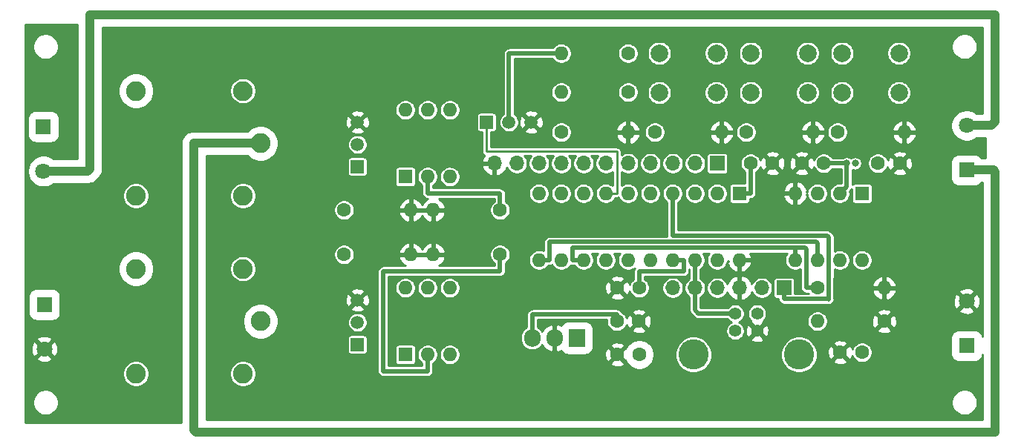
<source format=gbr>
G04 #@! TF.GenerationSoftware,KiCad,Pcbnew,(5.1.6)-1*
G04 #@! TF.CreationDate,2020-08-24T17:46:23+02:00*
G04 #@! TF.ProjectId,timer,74696d65-722e-46b6-9963-61645f706362,1*
G04 #@! TF.SameCoordinates,Original*
G04 #@! TF.FileFunction,Copper,L2,Bot*
G04 #@! TF.FilePolarity,Positive*
%FSLAX46Y46*%
G04 Gerber Fmt 4.6, Leading zero omitted, Abs format (unit mm)*
G04 Created by KiCad (PCBNEW (5.1.6)-1) date 2020-08-24 17:46:23*
%MOMM*%
%LPD*%
G01*
G04 APERTURE LIST*
G04 #@! TA.AperFunction,ComponentPad*
%ADD10R,1.500000X1.500000*%
G04 #@! TD*
G04 #@! TA.AperFunction,ComponentPad*
%ADD11C,1.500000*%
G04 #@! TD*
G04 #@! TA.AperFunction,ComponentPad*
%ADD12O,1.700000X1.700000*%
G04 #@! TD*
G04 #@! TA.AperFunction,ComponentPad*
%ADD13R,1.700000X1.700000*%
G04 #@! TD*
G04 #@! TA.AperFunction,ComponentPad*
%ADD14O,1.600000X1.600000*%
G04 #@! TD*
G04 #@! TA.AperFunction,ComponentPad*
%ADD15R,1.600000X1.600000*%
G04 #@! TD*
G04 #@! TA.AperFunction,ComponentPad*
%ADD16C,0.800000*%
G04 #@! TD*
G04 #@! TA.AperFunction,ComponentPad*
%ADD17O,1.905000X2.000000*%
G04 #@! TD*
G04 #@! TA.AperFunction,ComponentPad*
%ADD18R,1.905000X2.000000*%
G04 #@! TD*
G04 #@! TA.AperFunction,ComponentPad*
%ADD19C,2.000000*%
G04 #@! TD*
G04 #@! TA.AperFunction,ComponentPad*
%ADD20C,1.600000*%
G04 #@! TD*
G04 #@! TA.AperFunction,ComponentPad*
%ADD21C,2.250000*%
G04 #@! TD*
G04 #@! TA.AperFunction,ComponentPad*
%ADD22C,1.800000*%
G04 #@! TD*
G04 #@! TA.AperFunction,ComponentPad*
%ADD23R,1.800000X1.800000*%
G04 #@! TD*
G04 #@! TA.AperFunction,ComponentPad*
%ADD24C,3.450000*%
G04 #@! TD*
G04 #@! TA.AperFunction,ComponentPad*
%ADD25C,1.420000*%
G04 #@! TD*
G04 #@! TA.AperFunction,Conductor*
%ADD26C,0.500000*%
G04 #@! TD*
G04 #@! TA.AperFunction,Conductor*
%ADD27C,1.000000*%
G04 #@! TD*
G04 #@! TA.AperFunction,Conductor*
%ADD28C,0.250000*%
G04 #@! TD*
G04 #@! TA.AperFunction,Conductor*
%ADD29C,0.254000*%
G04 #@! TD*
G04 APERTURE END LIST*
D10*
X136271000Y-70739000D03*
D11*
X141351000Y-70739000D03*
X138811000Y-70739000D03*
D10*
X121539000Y-75819000D03*
D11*
X121539000Y-70739000D03*
X121539000Y-73279000D03*
D10*
X121539000Y-96139000D03*
D11*
X121539000Y-91059000D03*
X121539000Y-93599000D03*
D12*
X137160000Y-75438000D03*
X139700000Y-75438000D03*
X142240000Y-75438000D03*
X144780000Y-75438000D03*
X147320000Y-75438000D03*
X149860000Y-75438000D03*
X152400000Y-75438000D03*
X154940000Y-75438000D03*
X157480000Y-75438000D03*
X160020000Y-75438000D03*
D13*
X162560000Y-75438000D03*
D14*
X179070000Y-86487000D03*
X171450000Y-78867000D03*
X176530000Y-86487000D03*
X173990000Y-78867000D03*
X173990000Y-86487000D03*
X176530000Y-78867000D03*
X171450000Y-86487000D03*
D15*
X179070000Y-78867000D03*
D16*
X177315000Y-75438000D03*
X178285000Y-75438000D03*
D17*
X141452600Y-95377000D03*
X143992600Y-95377000D03*
D18*
X146532600Y-95377000D03*
D14*
X165100000Y-86487000D03*
X142240000Y-78867000D03*
X162560000Y-86487000D03*
X144780000Y-78867000D03*
X160020000Y-86487000D03*
X147320000Y-78867000D03*
X157480000Y-86487000D03*
X149860000Y-78867000D03*
X154940000Y-86487000D03*
X152400000Y-78867000D03*
X152400000Y-86487000D03*
X154940000Y-78867000D03*
X149860000Y-86487000D03*
X157480000Y-78867000D03*
X147320000Y-86487000D03*
X160020000Y-78867000D03*
X144780000Y-86487000D03*
X162560000Y-78867000D03*
X142240000Y-86487000D03*
D15*
X165100000Y-78867000D03*
D14*
X127000000Y-69342000D03*
X132080000Y-76962000D03*
X129540000Y-69342000D03*
X129540000Y-76962000D03*
X132080000Y-69342000D03*
D15*
X127000000Y-76962000D03*
D14*
X127000000Y-89662000D03*
X132080000Y-97282000D03*
X129540000Y-89662000D03*
X129540000Y-97282000D03*
X132080000Y-89662000D03*
D15*
X127000000Y-97282000D03*
D19*
X172870000Y-62865000D03*
X172870000Y-67365000D03*
X166370000Y-62865000D03*
X166370000Y-67365000D03*
X183284000Y-62865000D03*
X183284000Y-67365000D03*
X176784000Y-62865000D03*
X176784000Y-67365000D03*
X162456000Y-62865000D03*
X162456000Y-67365000D03*
X155956000Y-62865000D03*
X155956000Y-67365000D03*
D14*
X152400000Y-71882000D03*
D20*
X144780000Y-71882000D03*
D14*
X144780000Y-67310000D03*
D20*
X152400000Y-67310000D03*
D14*
X144780000Y-62865000D03*
D20*
X152400000Y-62865000D03*
D14*
X173482000Y-71882000D03*
D20*
X165862000Y-71882000D03*
D14*
X183896000Y-71882000D03*
D20*
X176276000Y-71882000D03*
D14*
X163068000Y-71882000D03*
D20*
X155448000Y-71882000D03*
D14*
X127635000Y-80772000D03*
D20*
X120015000Y-80772000D03*
D14*
X127635000Y-85852000D03*
D20*
X120015000Y-85852000D03*
D14*
X181610000Y-89662000D03*
D20*
X173990000Y-89662000D03*
D14*
X173990000Y-93472000D03*
D20*
X181610000Y-93472000D03*
D14*
X130175000Y-80772000D03*
D20*
X137795000Y-80772000D03*
D14*
X130175000Y-85852000D03*
D20*
X137795000Y-85852000D03*
D21*
X108490000Y-79152000D03*
X96290000Y-79152000D03*
X96290000Y-67152000D03*
X108490000Y-67152000D03*
X110490000Y-73152000D03*
X108490000Y-99472000D03*
X96290000Y-99472000D03*
X96290000Y-87472000D03*
X108490000Y-87472000D03*
X110490000Y-93472000D03*
D12*
X157480000Y-89662000D03*
X160020000Y-89662000D03*
X162560000Y-89662000D03*
X165100000Y-89662000D03*
X167640000Y-89662000D03*
D13*
X170180000Y-89662000D03*
D22*
X85725000Y-76327000D03*
D23*
X85725000Y-71247000D03*
D22*
X85852000Y-96647000D03*
D23*
X85852000Y-91567000D03*
D22*
X191008000Y-71120000D03*
D23*
X191008000Y-76200000D03*
D22*
X191008000Y-91186000D03*
D23*
X191008000Y-96266000D03*
D24*
X159842000Y-97282000D03*
X171882000Y-97282000D03*
D25*
X167112000Y-94572000D03*
X164612000Y-94572000D03*
X164612000Y-92572000D03*
X167112000Y-92572000D03*
D20*
X153630000Y-93472000D03*
X151130000Y-93472000D03*
X151170000Y-97282000D03*
X153670000Y-97282000D03*
X174712000Y-75438000D03*
X172212000Y-75438000D03*
X180888000Y-75438000D03*
X183388000Y-75438000D03*
X151170000Y-89662000D03*
X153670000Y-89662000D03*
X168870000Y-75438000D03*
X166370000Y-75438000D03*
X176570000Y-97028000D03*
X179070000Y-97028000D03*
D26*
X153670000Y-87757000D02*
X153670000Y-89662000D01*
X158750000Y-87757000D02*
X153670000Y-87757000D01*
X157480000Y-86487000D02*
X158750000Y-86487000D01*
X158750000Y-86487000D02*
X158750000Y-87757000D01*
X174712000Y-75438000D02*
X177315000Y-75438000D01*
X177315000Y-78082000D02*
X176530000Y-78867000D01*
X177315000Y-75438000D02*
X177315000Y-78082000D01*
X170180000Y-89662000D02*
X170180000Y-90932000D01*
X175260000Y-90932000D02*
X175279999Y-90951999D01*
X170180000Y-90932000D02*
X175260000Y-90932000D01*
X175260000Y-90932000D02*
X175260000Y-88392000D01*
X175279999Y-88372001D02*
X175279999Y-83839999D01*
X175260000Y-88392000D02*
X175279999Y-88372001D01*
X157480000Y-78867000D02*
X157480000Y-83689980D01*
X157480000Y-83689980D02*
X175129980Y-83689980D01*
X175129980Y-83689980D02*
X175279999Y-83839999D01*
X160020000Y-86487000D02*
X160020000Y-89662000D01*
X160412000Y-92572000D02*
X160020000Y-92180000D01*
X160020000Y-89662000D02*
X160020000Y-92180000D01*
X164612000Y-92572000D02*
X160412000Y-92572000D01*
D27*
X110490000Y-73152000D02*
X102870000Y-73152000D01*
X102870000Y-95250000D02*
X102870000Y-96012000D01*
X102870000Y-102108000D02*
X102870000Y-102870000D01*
X102870000Y-95250000D02*
X102870000Y-102108000D01*
X102870000Y-73152000D02*
X102870000Y-95250000D01*
X194056000Y-76200000D02*
X191008000Y-76200000D01*
X102870000Y-105862990D02*
X103124000Y-106116990D01*
X194254990Y-106116990D02*
X194254990Y-76398990D01*
X102870000Y-102108000D02*
X102870000Y-105862990D01*
X194254990Y-76398990D02*
X194056000Y-76200000D01*
X103124000Y-106116990D02*
X194254990Y-106116990D01*
D28*
X151130000Y-78867000D02*
X149860000Y-78867000D01*
X151130000Y-74117200D02*
X151130000Y-78867000D01*
X151104600Y-74091800D02*
X151130000Y-74117200D01*
X141225400Y-74065000D02*
X141198600Y-74091800D01*
X141554200Y-74091800D02*
X136271000Y-74091800D01*
X141198600Y-74091800D02*
X141554200Y-74091800D01*
X141554200Y-74091800D02*
X151104600Y-74091800D01*
X136271000Y-74091800D02*
X136271000Y-70739000D01*
D26*
X129540000Y-97282000D02*
X129540000Y-99187000D01*
X129540000Y-99187000D02*
X124460000Y-99187000D01*
X124460000Y-99187000D02*
X124460000Y-87757000D01*
X124460000Y-87757000D02*
X137795000Y-87757000D01*
X137795000Y-87757000D02*
X137795000Y-85852000D01*
X137795000Y-80772000D02*
X137795000Y-78867000D01*
X137795000Y-78867000D02*
X129540000Y-78867000D01*
X129540000Y-78867000D02*
X129540000Y-76962000D01*
X172698008Y-84389990D02*
X172700001Y-84391983D01*
X172698008Y-84389990D02*
X173797990Y-84389990D01*
X173990000Y-84582000D02*
X173990000Y-86487000D01*
X173797990Y-84389990D02*
X173990000Y-84582000D01*
X143422998Y-86487000D02*
X142240000Y-86487000D01*
X143422998Y-84415002D02*
X143448010Y-84389990D01*
X143448010Y-84389990D02*
X172698008Y-84389990D01*
X143422998Y-86487000D02*
X143422998Y-84415002D01*
X171450000Y-86487000D02*
X171450000Y-85090000D01*
X173990000Y-89662000D02*
X172720000Y-89662000D01*
X172720000Y-89662000D02*
X172720000Y-85217000D01*
X172720000Y-85217000D02*
X172593000Y-85090000D01*
X172593000Y-85090000D02*
X171450000Y-85090000D01*
X146050000Y-86487000D02*
X147320000Y-86487000D01*
X146050000Y-85090000D02*
X146050000Y-86487000D01*
X171450000Y-85090000D02*
X146050000Y-85090000D01*
X166370000Y-75438000D02*
X166370000Y-78867000D01*
X166370000Y-78867000D02*
X165100000Y-78867000D01*
X141452600Y-95377000D02*
X141452600Y-93116400D01*
X141452600Y-92735400D02*
X141452600Y-95377000D01*
X141515999Y-92672001D02*
X141452600Y-92735400D01*
X151092001Y-92672001D02*
X141515999Y-92672001D01*
X151130000Y-92710000D02*
X151092001Y-92672001D01*
X151130000Y-93472000D02*
X151130000Y-92710000D01*
D27*
X108021990Y-58475010D02*
X91059000Y-58475010D01*
X108021990Y-58475010D02*
X106934000Y-58475010D01*
X91059000Y-58475010D02*
X91059000Y-76073000D01*
X90805000Y-76327000D02*
X85725000Y-76327000D01*
X91059000Y-76073000D02*
X90805000Y-76327000D01*
X194254990Y-58475010D02*
X108021990Y-58475010D01*
X194254990Y-70667010D02*
X194254990Y-58475010D01*
X193802000Y-71120000D02*
X194254990Y-70667010D01*
X191008000Y-71120000D02*
X193802000Y-71120000D01*
D26*
X138811000Y-70739000D02*
X138811000Y-62865000D01*
X138811000Y-62865000D02*
X144780000Y-62865000D01*
D29*
G36*
X89632001Y-74900000D02*
G01*
X86877858Y-74900000D01*
X86590409Y-74707934D01*
X86257916Y-74570211D01*
X85904944Y-74500000D01*
X85545056Y-74500000D01*
X85192084Y-74570211D01*
X84859591Y-74707934D01*
X84560355Y-74907876D01*
X84305876Y-75162355D01*
X84105934Y-75461591D01*
X83968211Y-75794084D01*
X83898000Y-76147056D01*
X83898000Y-76506944D01*
X83968211Y-76859916D01*
X84105934Y-77192409D01*
X84305876Y-77491645D01*
X84560355Y-77746124D01*
X84859591Y-77946066D01*
X85192084Y-78083789D01*
X85545056Y-78154000D01*
X85904944Y-78154000D01*
X86257916Y-78083789D01*
X86590409Y-77946066D01*
X86877858Y-77754000D01*
X90734912Y-77754000D01*
X90805000Y-77760903D01*
X90875088Y-77754000D01*
X90875098Y-77754000D01*
X91084741Y-77733352D01*
X91353731Y-77651755D01*
X91601634Y-77519248D01*
X91818923Y-77340923D01*
X91863611Y-77286471D01*
X92018468Y-77131613D01*
X92072923Y-77086923D01*
X92251248Y-76869634D01*
X92383755Y-76621731D01*
X92465352Y-76352741D01*
X92486000Y-76143098D01*
X92486000Y-76143088D01*
X92492903Y-76073001D01*
X92486000Y-76002913D01*
X92486000Y-70811492D01*
X120149188Y-70811492D01*
X120190035Y-71081238D01*
X120282723Y-71337832D01*
X120343140Y-71450863D01*
X120582007Y-71516388D01*
X121359395Y-70739000D01*
X121718605Y-70739000D01*
X122495993Y-71516388D01*
X122734860Y-71450863D01*
X122850760Y-71203884D01*
X122916250Y-70939040D01*
X122928812Y-70666508D01*
X122887965Y-70396762D01*
X122795277Y-70140168D01*
X122734860Y-70027137D01*
X122495993Y-69961612D01*
X121718605Y-70739000D01*
X121359395Y-70739000D01*
X120582007Y-69961612D01*
X120343140Y-70027137D01*
X120227240Y-70274116D01*
X120161750Y-70538960D01*
X120149188Y-70811492D01*
X92486000Y-70811492D01*
X92486000Y-69782007D01*
X120761612Y-69782007D01*
X121539000Y-70559395D01*
X122316388Y-69782007D01*
X122250863Y-69543140D01*
X122003884Y-69427240D01*
X121739040Y-69361750D01*
X121466508Y-69349188D01*
X121196762Y-69390035D01*
X120940168Y-69482723D01*
X120827137Y-69543140D01*
X120761612Y-69782007D01*
X92486000Y-69782007D01*
X92486000Y-69225682D01*
X125819000Y-69225682D01*
X125819000Y-69458318D01*
X125864386Y-69686485D01*
X125953412Y-69901413D01*
X126082658Y-70094843D01*
X126247157Y-70259342D01*
X126440587Y-70388588D01*
X126655515Y-70477614D01*
X126883682Y-70523000D01*
X127116318Y-70523000D01*
X127344485Y-70477614D01*
X127559413Y-70388588D01*
X127752843Y-70259342D01*
X127917342Y-70094843D01*
X128046588Y-69901413D01*
X128135614Y-69686485D01*
X128181000Y-69458318D01*
X128181000Y-69225682D01*
X128359000Y-69225682D01*
X128359000Y-69458318D01*
X128404386Y-69686485D01*
X128493412Y-69901413D01*
X128622658Y-70094843D01*
X128787157Y-70259342D01*
X128980587Y-70388588D01*
X129195515Y-70477614D01*
X129423682Y-70523000D01*
X129656318Y-70523000D01*
X129884485Y-70477614D01*
X130099413Y-70388588D01*
X130292843Y-70259342D01*
X130457342Y-70094843D01*
X130586588Y-69901413D01*
X130675614Y-69686485D01*
X130721000Y-69458318D01*
X130721000Y-69225682D01*
X130899000Y-69225682D01*
X130899000Y-69458318D01*
X130944386Y-69686485D01*
X131033412Y-69901413D01*
X131162658Y-70094843D01*
X131327157Y-70259342D01*
X131520587Y-70388588D01*
X131735515Y-70477614D01*
X131963682Y-70523000D01*
X132196318Y-70523000D01*
X132424485Y-70477614D01*
X132639413Y-70388588D01*
X132832843Y-70259342D01*
X132997342Y-70094843D01*
X133068064Y-69989000D01*
X135138157Y-69989000D01*
X135138157Y-71489000D01*
X135145513Y-71563689D01*
X135167299Y-71635508D01*
X135202678Y-71701696D01*
X135250289Y-71759711D01*
X135308304Y-71807322D01*
X135374492Y-71842701D01*
X135446311Y-71864487D01*
X135521000Y-71871843D01*
X135765001Y-71871843D01*
X135765000Y-74066946D01*
X135762552Y-74091800D01*
X135772322Y-74190993D01*
X135801255Y-74286375D01*
X135844102Y-74366536D01*
X135848241Y-74374279D01*
X135911473Y-74451327D01*
X135988521Y-74514559D01*
X135998129Y-74519694D01*
X135964822Y-74556645D01*
X135815843Y-74806748D01*
X135718519Y-75081109D01*
X135839186Y-75311000D01*
X137033000Y-75311000D01*
X137033000Y-75291000D01*
X137287000Y-75291000D01*
X137287000Y-75311000D01*
X137307000Y-75311000D01*
X137307000Y-75565000D01*
X137287000Y-75565000D01*
X137287000Y-76758155D01*
X137516890Y-76879476D01*
X137664099Y-76834825D01*
X137926920Y-76709641D01*
X138160269Y-76535588D01*
X138355178Y-76319355D01*
X138504157Y-76069252D01*
X138561772Y-75906832D01*
X138609102Y-76021097D01*
X138743820Y-76222717D01*
X138915283Y-76394180D01*
X139116903Y-76528898D01*
X139340931Y-76621693D01*
X139578757Y-76669000D01*
X139821243Y-76669000D01*
X140059069Y-76621693D01*
X140283097Y-76528898D01*
X140484717Y-76394180D01*
X140656180Y-76222717D01*
X140790898Y-76021097D01*
X140883693Y-75797069D01*
X140931000Y-75559243D01*
X140931000Y-75316757D01*
X140883693Y-75078931D01*
X140790898Y-74854903D01*
X140656180Y-74653283D01*
X140600697Y-74597800D01*
X141173754Y-74597800D01*
X141198600Y-74600247D01*
X141223446Y-74597800D01*
X141339303Y-74597800D01*
X141283820Y-74653283D01*
X141149102Y-74854903D01*
X141056307Y-75078931D01*
X141009000Y-75316757D01*
X141009000Y-75559243D01*
X141056307Y-75797069D01*
X141149102Y-76021097D01*
X141283820Y-76222717D01*
X141455283Y-76394180D01*
X141656903Y-76528898D01*
X141880931Y-76621693D01*
X142118757Y-76669000D01*
X142361243Y-76669000D01*
X142599069Y-76621693D01*
X142823097Y-76528898D01*
X143024717Y-76394180D01*
X143196180Y-76222717D01*
X143330898Y-76021097D01*
X143423693Y-75797069D01*
X143471000Y-75559243D01*
X143471000Y-75316757D01*
X143423693Y-75078931D01*
X143330898Y-74854903D01*
X143196180Y-74653283D01*
X143140697Y-74597800D01*
X143879303Y-74597800D01*
X143823820Y-74653283D01*
X143689102Y-74854903D01*
X143596307Y-75078931D01*
X143549000Y-75316757D01*
X143549000Y-75559243D01*
X143596307Y-75797069D01*
X143689102Y-76021097D01*
X143823820Y-76222717D01*
X143995283Y-76394180D01*
X144196903Y-76528898D01*
X144420931Y-76621693D01*
X144658757Y-76669000D01*
X144901243Y-76669000D01*
X145139069Y-76621693D01*
X145363097Y-76528898D01*
X145564717Y-76394180D01*
X145736180Y-76222717D01*
X145870898Y-76021097D01*
X145963693Y-75797069D01*
X146011000Y-75559243D01*
X146011000Y-75316757D01*
X145963693Y-75078931D01*
X145870898Y-74854903D01*
X145736180Y-74653283D01*
X145680697Y-74597800D01*
X146419303Y-74597800D01*
X146363820Y-74653283D01*
X146229102Y-74854903D01*
X146136307Y-75078931D01*
X146089000Y-75316757D01*
X146089000Y-75559243D01*
X146136307Y-75797069D01*
X146229102Y-76021097D01*
X146363820Y-76222717D01*
X146535283Y-76394180D01*
X146736903Y-76528898D01*
X146960931Y-76621693D01*
X147198757Y-76669000D01*
X147441243Y-76669000D01*
X147679069Y-76621693D01*
X147903097Y-76528898D01*
X148104717Y-76394180D01*
X148276180Y-76222717D01*
X148410898Y-76021097D01*
X148503693Y-75797069D01*
X148551000Y-75559243D01*
X148551000Y-75316757D01*
X148503693Y-75078931D01*
X148410898Y-74854903D01*
X148276180Y-74653283D01*
X148220697Y-74597800D01*
X148959303Y-74597800D01*
X148903820Y-74653283D01*
X148769102Y-74854903D01*
X148676307Y-75078931D01*
X148629000Y-75316757D01*
X148629000Y-75559243D01*
X148676307Y-75797069D01*
X148769102Y-76021097D01*
X148903820Y-76222717D01*
X149075283Y-76394180D01*
X149276903Y-76528898D01*
X149500931Y-76621693D01*
X149738757Y-76669000D01*
X149981243Y-76669000D01*
X150219069Y-76621693D01*
X150443097Y-76528898D01*
X150624000Y-76408022D01*
X150624001Y-77960816D01*
X150612843Y-77949658D01*
X150419413Y-77820412D01*
X150204485Y-77731386D01*
X149976318Y-77686000D01*
X149743682Y-77686000D01*
X149515515Y-77731386D01*
X149300587Y-77820412D01*
X149107157Y-77949658D01*
X148942658Y-78114157D01*
X148813412Y-78307587D01*
X148724386Y-78522515D01*
X148679000Y-78750682D01*
X148679000Y-78983318D01*
X148724386Y-79211485D01*
X148813412Y-79426413D01*
X148942658Y-79619843D01*
X149107157Y-79784342D01*
X149300587Y-79913588D01*
X149515515Y-80002614D01*
X149743682Y-80048000D01*
X149976318Y-80048000D01*
X150204485Y-80002614D01*
X150419413Y-79913588D01*
X150612843Y-79784342D01*
X150777342Y-79619843D01*
X150906588Y-79426413D01*
X150928712Y-79373000D01*
X151105146Y-79373000D01*
X151130000Y-79375448D01*
X151154854Y-79373000D01*
X151229193Y-79365678D01*
X151317197Y-79338983D01*
X151353412Y-79426413D01*
X151482658Y-79619843D01*
X151647157Y-79784342D01*
X151840587Y-79913588D01*
X152055515Y-80002614D01*
X152283682Y-80048000D01*
X152516318Y-80048000D01*
X152744485Y-80002614D01*
X152959413Y-79913588D01*
X153152843Y-79784342D01*
X153317342Y-79619843D01*
X153446588Y-79426413D01*
X153535614Y-79211485D01*
X153581000Y-78983318D01*
X153581000Y-78750682D01*
X153759000Y-78750682D01*
X153759000Y-78983318D01*
X153804386Y-79211485D01*
X153893412Y-79426413D01*
X154022658Y-79619843D01*
X154187157Y-79784342D01*
X154380587Y-79913588D01*
X154595515Y-80002614D01*
X154823682Y-80048000D01*
X155056318Y-80048000D01*
X155284485Y-80002614D01*
X155499413Y-79913588D01*
X155692843Y-79784342D01*
X155857342Y-79619843D01*
X155986588Y-79426413D01*
X156075614Y-79211485D01*
X156121000Y-78983318D01*
X156121000Y-78750682D01*
X156075614Y-78522515D01*
X155986588Y-78307587D01*
X155857342Y-78114157D01*
X155692843Y-77949658D01*
X155499413Y-77820412D01*
X155284485Y-77731386D01*
X155056318Y-77686000D01*
X154823682Y-77686000D01*
X154595515Y-77731386D01*
X154380587Y-77820412D01*
X154187157Y-77949658D01*
X154022658Y-78114157D01*
X153893412Y-78307587D01*
X153804386Y-78522515D01*
X153759000Y-78750682D01*
X153581000Y-78750682D01*
X153535614Y-78522515D01*
X153446588Y-78307587D01*
X153317342Y-78114157D01*
X153152843Y-77949658D01*
X152959413Y-77820412D01*
X152744485Y-77731386D01*
X152516318Y-77686000D01*
X152283682Y-77686000D01*
X152055515Y-77731386D01*
X151840587Y-77820412D01*
X151647157Y-77949658D01*
X151636000Y-77960815D01*
X151636000Y-76408023D01*
X151816903Y-76528898D01*
X152040931Y-76621693D01*
X152278757Y-76669000D01*
X152521243Y-76669000D01*
X152759069Y-76621693D01*
X152983097Y-76528898D01*
X153184717Y-76394180D01*
X153356180Y-76222717D01*
X153490898Y-76021097D01*
X153583693Y-75797069D01*
X153631000Y-75559243D01*
X153631000Y-75316757D01*
X153709000Y-75316757D01*
X153709000Y-75559243D01*
X153756307Y-75797069D01*
X153849102Y-76021097D01*
X153983820Y-76222717D01*
X154155283Y-76394180D01*
X154356903Y-76528898D01*
X154580931Y-76621693D01*
X154818757Y-76669000D01*
X155061243Y-76669000D01*
X155299069Y-76621693D01*
X155523097Y-76528898D01*
X155724717Y-76394180D01*
X155896180Y-76222717D01*
X156030898Y-76021097D01*
X156123693Y-75797069D01*
X156171000Y-75559243D01*
X156171000Y-75316757D01*
X156249000Y-75316757D01*
X156249000Y-75559243D01*
X156296307Y-75797069D01*
X156389102Y-76021097D01*
X156523820Y-76222717D01*
X156695283Y-76394180D01*
X156896903Y-76528898D01*
X157120931Y-76621693D01*
X157358757Y-76669000D01*
X157601243Y-76669000D01*
X157839069Y-76621693D01*
X158063097Y-76528898D01*
X158264717Y-76394180D01*
X158436180Y-76222717D01*
X158570898Y-76021097D01*
X158663693Y-75797069D01*
X158711000Y-75559243D01*
X158711000Y-75316757D01*
X158789000Y-75316757D01*
X158789000Y-75559243D01*
X158836307Y-75797069D01*
X158929102Y-76021097D01*
X159063820Y-76222717D01*
X159235283Y-76394180D01*
X159436903Y-76528898D01*
X159660931Y-76621693D01*
X159898757Y-76669000D01*
X160141243Y-76669000D01*
X160379069Y-76621693D01*
X160603097Y-76528898D01*
X160804717Y-76394180D01*
X160976180Y-76222717D01*
X161110898Y-76021097D01*
X161203693Y-75797069D01*
X161251000Y-75559243D01*
X161251000Y-75316757D01*
X161203693Y-75078931D01*
X161110898Y-74854903D01*
X160976180Y-74653283D01*
X160910897Y-74588000D01*
X161327157Y-74588000D01*
X161327157Y-76288000D01*
X161334513Y-76362689D01*
X161356299Y-76434508D01*
X161391678Y-76500696D01*
X161439289Y-76558711D01*
X161497304Y-76606322D01*
X161563492Y-76641701D01*
X161635311Y-76663487D01*
X161710000Y-76670843D01*
X163410000Y-76670843D01*
X163484689Y-76663487D01*
X163556508Y-76641701D01*
X163622696Y-76606322D01*
X163680711Y-76558711D01*
X163728322Y-76500696D01*
X163763701Y-76434508D01*
X163785487Y-76362689D01*
X163792843Y-76288000D01*
X163792843Y-74588000D01*
X163785487Y-74513311D01*
X163763701Y-74441492D01*
X163728322Y-74375304D01*
X163680711Y-74317289D01*
X163622696Y-74269678D01*
X163556508Y-74234299D01*
X163484689Y-74212513D01*
X163410000Y-74205157D01*
X161710000Y-74205157D01*
X161635311Y-74212513D01*
X161563492Y-74234299D01*
X161497304Y-74269678D01*
X161439289Y-74317289D01*
X161391678Y-74375304D01*
X161356299Y-74441492D01*
X161334513Y-74513311D01*
X161327157Y-74588000D01*
X160910897Y-74588000D01*
X160804717Y-74481820D01*
X160603097Y-74347102D01*
X160379069Y-74254307D01*
X160141243Y-74207000D01*
X159898757Y-74207000D01*
X159660931Y-74254307D01*
X159436903Y-74347102D01*
X159235283Y-74481820D01*
X159063820Y-74653283D01*
X158929102Y-74854903D01*
X158836307Y-75078931D01*
X158789000Y-75316757D01*
X158711000Y-75316757D01*
X158663693Y-75078931D01*
X158570898Y-74854903D01*
X158436180Y-74653283D01*
X158264717Y-74481820D01*
X158063097Y-74347102D01*
X157839069Y-74254307D01*
X157601243Y-74207000D01*
X157358757Y-74207000D01*
X157120931Y-74254307D01*
X156896903Y-74347102D01*
X156695283Y-74481820D01*
X156523820Y-74653283D01*
X156389102Y-74854903D01*
X156296307Y-75078931D01*
X156249000Y-75316757D01*
X156171000Y-75316757D01*
X156123693Y-75078931D01*
X156030898Y-74854903D01*
X155896180Y-74653283D01*
X155724717Y-74481820D01*
X155523097Y-74347102D01*
X155299069Y-74254307D01*
X155061243Y-74207000D01*
X154818757Y-74207000D01*
X154580931Y-74254307D01*
X154356903Y-74347102D01*
X154155283Y-74481820D01*
X153983820Y-74653283D01*
X153849102Y-74854903D01*
X153756307Y-75078931D01*
X153709000Y-75316757D01*
X153631000Y-75316757D01*
X153583693Y-75078931D01*
X153490898Y-74854903D01*
X153356180Y-74653283D01*
X153184717Y-74481820D01*
X152983097Y-74347102D01*
X152759069Y-74254307D01*
X152521243Y-74207000D01*
X152278757Y-74207000D01*
X152040931Y-74254307D01*
X151816903Y-74347102D01*
X151636000Y-74467977D01*
X151636000Y-74142045D01*
X151638447Y-74117199D01*
X151636000Y-74092353D01*
X151636000Y-74092346D01*
X151628678Y-74018007D01*
X151599745Y-73922625D01*
X151552759Y-73834721D01*
X151489527Y-73757673D01*
X151475576Y-73746224D01*
X151464127Y-73732273D01*
X151387079Y-73669041D01*
X151299175Y-73622055D01*
X151203793Y-73593122D01*
X151129454Y-73585800D01*
X151129446Y-73585800D01*
X151104600Y-73583353D01*
X151079754Y-73585800D01*
X141388804Y-73585800D01*
X141324592Y-73566322D01*
X141225400Y-73556552D01*
X141126208Y-73566322D01*
X141061996Y-73585800D01*
X136777000Y-73585800D01*
X136777000Y-71871843D01*
X137021000Y-71871843D01*
X137095689Y-71864487D01*
X137167508Y-71842701D01*
X137233696Y-71807322D01*
X137291711Y-71759711D01*
X137339322Y-71701696D01*
X137374701Y-71635508D01*
X137396487Y-71563689D01*
X137403843Y-71489000D01*
X137403843Y-70627606D01*
X137680000Y-70627606D01*
X137680000Y-70850394D01*
X137723464Y-71068900D01*
X137808721Y-71274729D01*
X137932495Y-71459970D01*
X138090030Y-71617505D01*
X138275271Y-71741279D01*
X138481100Y-71826536D01*
X138699606Y-71870000D01*
X138922394Y-71870000D01*
X139140900Y-71826536D01*
X139346729Y-71741279D01*
X139414504Y-71695993D01*
X140573612Y-71695993D01*
X140639137Y-71934860D01*
X140886116Y-72050760D01*
X141150960Y-72116250D01*
X141423492Y-72128812D01*
X141693238Y-72087965D01*
X141949832Y-71995277D01*
X142062863Y-71934860D01*
X142109271Y-71765682D01*
X143599000Y-71765682D01*
X143599000Y-71998318D01*
X143644386Y-72226485D01*
X143733412Y-72441413D01*
X143862658Y-72634843D01*
X144027157Y-72799342D01*
X144220587Y-72928588D01*
X144435515Y-73017614D01*
X144663682Y-73063000D01*
X144896318Y-73063000D01*
X145124485Y-73017614D01*
X145339413Y-72928588D01*
X145532843Y-72799342D01*
X145697342Y-72634843D01*
X145826588Y-72441413D01*
X145913727Y-72231039D01*
X151008096Y-72231039D01*
X151048754Y-72365087D01*
X151168963Y-72619420D01*
X151336481Y-72845414D01*
X151544869Y-73034385D01*
X151786119Y-73179070D01*
X152050960Y-73273909D01*
X152273000Y-73152624D01*
X152273000Y-72009000D01*
X152527000Y-72009000D01*
X152527000Y-73152624D01*
X152749040Y-73273909D01*
X153013881Y-73179070D01*
X153255131Y-73034385D01*
X153463519Y-72845414D01*
X153631037Y-72619420D01*
X153751246Y-72365087D01*
X153791904Y-72231039D01*
X153669915Y-72009000D01*
X152527000Y-72009000D01*
X152273000Y-72009000D01*
X151130085Y-72009000D01*
X151008096Y-72231039D01*
X145913727Y-72231039D01*
X145915614Y-72226485D01*
X145961000Y-71998318D01*
X145961000Y-71765682D01*
X154267000Y-71765682D01*
X154267000Y-71998318D01*
X154312386Y-72226485D01*
X154401412Y-72441413D01*
X154530658Y-72634843D01*
X154695157Y-72799342D01*
X154888587Y-72928588D01*
X155103515Y-73017614D01*
X155331682Y-73063000D01*
X155564318Y-73063000D01*
X155792485Y-73017614D01*
X156007413Y-72928588D01*
X156200843Y-72799342D01*
X156365342Y-72634843D01*
X156494588Y-72441413D01*
X156581727Y-72231039D01*
X161676096Y-72231039D01*
X161716754Y-72365087D01*
X161836963Y-72619420D01*
X162004481Y-72845414D01*
X162212869Y-73034385D01*
X162454119Y-73179070D01*
X162718960Y-73273909D01*
X162941000Y-73152624D01*
X162941000Y-72009000D01*
X163195000Y-72009000D01*
X163195000Y-73152624D01*
X163417040Y-73273909D01*
X163681881Y-73179070D01*
X163923131Y-73034385D01*
X164131519Y-72845414D01*
X164299037Y-72619420D01*
X164419246Y-72365087D01*
X164459904Y-72231039D01*
X164337915Y-72009000D01*
X163195000Y-72009000D01*
X162941000Y-72009000D01*
X161798085Y-72009000D01*
X161676096Y-72231039D01*
X156581727Y-72231039D01*
X156583614Y-72226485D01*
X156629000Y-71998318D01*
X156629000Y-71765682D01*
X164681000Y-71765682D01*
X164681000Y-71998318D01*
X164726386Y-72226485D01*
X164815412Y-72441413D01*
X164944658Y-72634843D01*
X165109157Y-72799342D01*
X165302587Y-72928588D01*
X165517515Y-73017614D01*
X165745682Y-73063000D01*
X165978318Y-73063000D01*
X166206485Y-73017614D01*
X166421413Y-72928588D01*
X166614843Y-72799342D01*
X166779342Y-72634843D01*
X166908588Y-72441413D01*
X166995727Y-72231039D01*
X172090096Y-72231039D01*
X172130754Y-72365087D01*
X172250963Y-72619420D01*
X172418481Y-72845414D01*
X172626869Y-73034385D01*
X172868119Y-73179070D01*
X173132960Y-73273909D01*
X173355000Y-73152624D01*
X173355000Y-72009000D01*
X173609000Y-72009000D01*
X173609000Y-73152624D01*
X173831040Y-73273909D01*
X174095881Y-73179070D01*
X174337131Y-73034385D01*
X174545519Y-72845414D01*
X174713037Y-72619420D01*
X174833246Y-72365087D01*
X174873904Y-72231039D01*
X174751915Y-72009000D01*
X173609000Y-72009000D01*
X173355000Y-72009000D01*
X172212085Y-72009000D01*
X172090096Y-72231039D01*
X166995727Y-72231039D01*
X166997614Y-72226485D01*
X167043000Y-71998318D01*
X167043000Y-71765682D01*
X175095000Y-71765682D01*
X175095000Y-71998318D01*
X175140386Y-72226485D01*
X175229412Y-72441413D01*
X175358658Y-72634843D01*
X175523157Y-72799342D01*
X175716587Y-72928588D01*
X175931515Y-73017614D01*
X176159682Y-73063000D01*
X176392318Y-73063000D01*
X176620485Y-73017614D01*
X176835413Y-72928588D01*
X177028843Y-72799342D01*
X177193342Y-72634843D01*
X177322588Y-72441413D01*
X177409727Y-72231039D01*
X182504096Y-72231039D01*
X182544754Y-72365087D01*
X182664963Y-72619420D01*
X182832481Y-72845414D01*
X183040869Y-73034385D01*
X183282119Y-73179070D01*
X183546960Y-73273909D01*
X183769000Y-73152624D01*
X183769000Y-72009000D01*
X184023000Y-72009000D01*
X184023000Y-73152624D01*
X184245040Y-73273909D01*
X184509881Y-73179070D01*
X184751131Y-73034385D01*
X184959519Y-72845414D01*
X185127037Y-72619420D01*
X185247246Y-72365087D01*
X185287904Y-72231039D01*
X185165915Y-72009000D01*
X184023000Y-72009000D01*
X183769000Y-72009000D01*
X182626085Y-72009000D01*
X182504096Y-72231039D01*
X177409727Y-72231039D01*
X177411614Y-72226485D01*
X177457000Y-71998318D01*
X177457000Y-71765682D01*
X177411614Y-71537515D01*
X177409728Y-71532961D01*
X182504096Y-71532961D01*
X182626085Y-71755000D01*
X183769000Y-71755000D01*
X183769000Y-70611376D01*
X184023000Y-70611376D01*
X184023000Y-71755000D01*
X185165915Y-71755000D01*
X185287904Y-71532961D01*
X185247246Y-71398913D01*
X185127037Y-71144580D01*
X184959519Y-70918586D01*
X184751131Y-70729615D01*
X184509881Y-70584930D01*
X184245040Y-70490091D01*
X184023000Y-70611376D01*
X183769000Y-70611376D01*
X183546960Y-70490091D01*
X183282119Y-70584930D01*
X183040869Y-70729615D01*
X182832481Y-70918586D01*
X182664963Y-71144580D01*
X182544754Y-71398913D01*
X182504096Y-71532961D01*
X177409728Y-71532961D01*
X177322588Y-71322587D01*
X177193342Y-71129157D01*
X177028843Y-70964658D01*
X176835413Y-70835412D01*
X176620485Y-70746386D01*
X176392318Y-70701000D01*
X176159682Y-70701000D01*
X175931515Y-70746386D01*
X175716587Y-70835412D01*
X175523157Y-70964658D01*
X175358658Y-71129157D01*
X175229412Y-71322587D01*
X175140386Y-71537515D01*
X175095000Y-71765682D01*
X167043000Y-71765682D01*
X166997614Y-71537515D01*
X166995728Y-71532961D01*
X172090096Y-71532961D01*
X172212085Y-71755000D01*
X173355000Y-71755000D01*
X173355000Y-70611376D01*
X173609000Y-70611376D01*
X173609000Y-71755000D01*
X174751915Y-71755000D01*
X174873904Y-71532961D01*
X174833246Y-71398913D01*
X174713037Y-71144580D01*
X174545519Y-70918586D01*
X174337131Y-70729615D01*
X174095881Y-70584930D01*
X173831040Y-70490091D01*
X173609000Y-70611376D01*
X173355000Y-70611376D01*
X173132960Y-70490091D01*
X172868119Y-70584930D01*
X172626869Y-70729615D01*
X172418481Y-70918586D01*
X172250963Y-71144580D01*
X172130754Y-71398913D01*
X172090096Y-71532961D01*
X166995728Y-71532961D01*
X166908588Y-71322587D01*
X166779342Y-71129157D01*
X166614843Y-70964658D01*
X166421413Y-70835412D01*
X166206485Y-70746386D01*
X165978318Y-70701000D01*
X165745682Y-70701000D01*
X165517515Y-70746386D01*
X165302587Y-70835412D01*
X165109157Y-70964658D01*
X164944658Y-71129157D01*
X164815412Y-71322587D01*
X164726386Y-71537515D01*
X164681000Y-71765682D01*
X156629000Y-71765682D01*
X156583614Y-71537515D01*
X156581728Y-71532961D01*
X161676096Y-71532961D01*
X161798085Y-71755000D01*
X162941000Y-71755000D01*
X162941000Y-70611376D01*
X163195000Y-70611376D01*
X163195000Y-71755000D01*
X164337915Y-71755000D01*
X164459904Y-71532961D01*
X164419246Y-71398913D01*
X164299037Y-71144580D01*
X164131519Y-70918586D01*
X163923131Y-70729615D01*
X163681881Y-70584930D01*
X163417040Y-70490091D01*
X163195000Y-70611376D01*
X162941000Y-70611376D01*
X162718960Y-70490091D01*
X162454119Y-70584930D01*
X162212869Y-70729615D01*
X162004481Y-70918586D01*
X161836963Y-71144580D01*
X161716754Y-71398913D01*
X161676096Y-71532961D01*
X156581728Y-71532961D01*
X156494588Y-71322587D01*
X156365342Y-71129157D01*
X156200843Y-70964658D01*
X156007413Y-70835412D01*
X155792485Y-70746386D01*
X155564318Y-70701000D01*
X155331682Y-70701000D01*
X155103515Y-70746386D01*
X154888587Y-70835412D01*
X154695157Y-70964658D01*
X154530658Y-71129157D01*
X154401412Y-71322587D01*
X154312386Y-71537515D01*
X154267000Y-71765682D01*
X145961000Y-71765682D01*
X145915614Y-71537515D01*
X145913728Y-71532961D01*
X151008096Y-71532961D01*
X151130085Y-71755000D01*
X152273000Y-71755000D01*
X152273000Y-70611376D01*
X152527000Y-70611376D01*
X152527000Y-71755000D01*
X153669915Y-71755000D01*
X153791904Y-71532961D01*
X153751246Y-71398913D01*
X153631037Y-71144580D01*
X153463519Y-70918586D01*
X153255131Y-70729615D01*
X153013881Y-70584930D01*
X152749040Y-70490091D01*
X152527000Y-70611376D01*
X152273000Y-70611376D01*
X152050960Y-70490091D01*
X151786119Y-70584930D01*
X151544869Y-70729615D01*
X151336481Y-70918586D01*
X151168963Y-71144580D01*
X151048754Y-71398913D01*
X151008096Y-71532961D01*
X145913728Y-71532961D01*
X145826588Y-71322587D01*
X145697342Y-71129157D01*
X145532843Y-70964658D01*
X145339413Y-70835412D01*
X145124485Y-70746386D01*
X144896318Y-70701000D01*
X144663682Y-70701000D01*
X144435515Y-70746386D01*
X144220587Y-70835412D01*
X144027157Y-70964658D01*
X143862658Y-71129157D01*
X143733412Y-71322587D01*
X143644386Y-71537515D01*
X143599000Y-71765682D01*
X142109271Y-71765682D01*
X142128388Y-71695993D01*
X141351000Y-70918605D01*
X140573612Y-71695993D01*
X139414504Y-71695993D01*
X139531970Y-71617505D01*
X139689505Y-71459970D01*
X139813279Y-71274729D01*
X139898536Y-71068900D01*
X139942000Y-70850394D01*
X139942000Y-70811492D01*
X139961188Y-70811492D01*
X140002035Y-71081238D01*
X140094723Y-71337832D01*
X140155140Y-71450863D01*
X140394007Y-71516388D01*
X141171395Y-70739000D01*
X141530605Y-70739000D01*
X142307993Y-71516388D01*
X142546860Y-71450863D01*
X142662760Y-71203884D01*
X142728250Y-70939040D01*
X142740812Y-70666508D01*
X142699965Y-70396762D01*
X142607277Y-70140168D01*
X142546860Y-70027137D01*
X142307993Y-69961612D01*
X141530605Y-70739000D01*
X141171395Y-70739000D01*
X140394007Y-69961612D01*
X140155140Y-70027137D01*
X140039240Y-70274116D01*
X139973750Y-70538960D01*
X139961188Y-70811492D01*
X139942000Y-70811492D01*
X139942000Y-70627606D01*
X139898536Y-70409100D01*
X139813279Y-70203271D01*
X139689505Y-70018030D01*
X139531970Y-69860495D01*
X139442000Y-69800379D01*
X139442000Y-69782007D01*
X140573612Y-69782007D01*
X141351000Y-70559395D01*
X142128388Y-69782007D01*
X142062863Y-69543140D01*
X141815884Y-69427240D01*
X141551040Y-69361750D01*
X141278508Y-69349188D01*
X141008762Y-69390035D01*
X140752168Y-69482723D01*
X140639137Y-69543140D01*
X140573612Y-69782007D01*
X139442000Y-69782007D01*
X139442000Y-67193682D01*
X143599000Y-67193682D01*
X143599000Y-67426318D01*
X143644386Y-67654485D01*
X143733412Y-67869413D01*
X143862658Y-68062843D01*
X144027157Y-68227342D01*
X144220587Y-68356588D01*
X144435515Y-68445614D01*
X144663682Y-68491000D01*
X144896318Y-68491000D01*
X145124485Y-68445614D01*
X145339413Y-68356588D01*
X145532843Y-68227342D01*
X145697342Y-68062843D01*
X145826588Y-67869413D01*
X145915614Y-67654485D01*
X145961000Y-67426318D01*
X145961000Y-67193682D01*
X151219000Y-67193682D01*
X151219000Y-67426318D01*
X151264386Y-67654485D01*
X151353412Y-67869413D01*
X151482658Y-68062843D01*
X151647157Y-68227342D01*
X151840587Y-68356588D01*
X152055515Y-68445614D01*
X152283682Y-68491000D01*
X152516318Y-68491000D01*
X152744485Y-68445614D01*
X152959413Y-68356588D01*
X153152843Y-68227342D01*
X153317342Y-68062843D01*
X153446588Y-67869413D01*
X153535614Y-67654485D01*
X153581000Y-67426318D01*
X153581000Y-67228983D01*
X154575000Y-67228983D01*
X154575000Y-67501017D01*
X154628071Y-67767823D01*
X154732174Y-68019149D01*
X154883307Y-68245336D01*
X155075664Y-68437693D01*
X155301851Y-68588826D01*
X155553177Y-68692929D01*
X155819983Y-68746000D01*
X156092017Y-68746000D01*
X156358823Y-68692929D01*
X156610149Y-68588826D01*
X156836336Y-68437693D01*
X157028693Y-68245336D01*
X157179826Y-68019149D01*
X157283929Y-67767823D01*
X157337000Y-67501017D01*
X157337000Y-67228983D01*
X161075000Y-67228983D01*
X161075000Y-67501017D01*
X161128071Y-67767823D01*
X161232174Y-68019149D01*
X161383307Y-68245336D01*
X161575664Y-68437693D01*
X161801851Y-68588826D01*
X162053177Y-68692929D01*
X162319983Y-68746000D01*
X162592017Y-68746000D01*
X162858823Y-68692929D01*
X163110149Y-68588826D01*
X163336336Y-68437693D01*
X163528693Y-68245336D01*
X163679826Y-68019149D01*
X163783929Y-67767823D01*
X163837000Y-67501017D01*
X163837000Y-67228983D01*
X164989000Y-67228983D01*
X164989000Y-67501017D01*
X165042071Y-67767823D01*
X165146174Y-68019149D01*
X165297307Y-68245336D01*
X165489664Y-68437693D01*
X165715851Y-68588826D01*
X165967177Y-68692929D01*
X166233983Y-68746000D01*
X166506017Y-68746000D01*
X166772823Y-68692929D01*
X167024149Y-68588826D01*
X167250336Y-68437693D01*
X167442693Y-68245336D01*
X167593826Y-68019149D01*
X167697929Y-67767823D01*
X167751000Y-67501017D01*
X167751000Y-67228983D01*
X171489000Y-67228983D01*
X171489000Y-67501017D01*
X171542071Y-67767823D01*
X171646174Y-68019149D01*
X171797307Y-68245336D01*
X171989664Y-68437693D01*
X172215851Y-68588826D01*
X172467177Y-68692929D01*
X172733983Y-68746000D01*
X173006017Y-68746000D01*
X173272823Y-68692929D01*
X173524149Y-68588826D01*
X173750336Y-68437693D01*
X173942693Y-68245336D01*
X174093826Y-68019149D01*
X174197929Y-67767823D01*
X174251000Y-67501017D01*
X174251000Y-67228983D01*
X175403000Y-67228983D01*
X175403000Y-67501017D01*
X175456071Y-67767823D01*
X175560174Y-68019149D01*
X175711307Y-68245336D01*
X175903664Y-68437693D01*
X176129851Y-68588826D01*
X176381177Y-68692929D01*
X176647983Y-68746000D01*
X176920017Y-68746000D01*
X177186823Y-68692929D01*
X177438149Y-68588826D01*
X177664336Y-68437693D01*
X177856693Y-68245336D01*
X178007826Y-68019149D01*
X178111929Y-67767823D01*
X178165000Y-67501017D01*
X178165000Y-67228983D01*
X181903000Y-67228983D01*
X181903000Y-67501017D01*
X181956071Y-67767823D01*
X182060174Y-68019149D01*
X182211307Y-68245336D01*
X182403664Y-68437693D01*
X182629851Y-68588826D01*
X182881177Y-68692929D01*
X183147983Y-68746000D01*
X183420017Y-68746000D01*
X183686823Y-68692929D01*
X183938149Y-68588826D01*
X184164336Y-68437693D01*
X184356693Y-68245336D01*
X184507826Y-68019149D01*
X184611929Y-67767823D01*
X184665000Y-67501017D01*
X184665000Y-67228983D01*
X184611929Y-66962177D01*
X184507826Y-66710851D01*
X184356693Y-66484664D01*
X184164336Y-66292307D01*
X183938149Y-66141174D01*
X183686823Y-66037071D01*
X183420017Y-65984000D01*
X183147983Y-65984000D01*
X182881177Y-66037071D01*
X182629851Y-66141174D01*
X182403664Y-66292307D01*
X182211307Y-66484664D01*
X182060174Y-66710851D01*
X181956071Y-66962177D01*
X181903000Y-67228983D01*
X178165000Y-67228983D01*
X178111929Y-66962177D01*
X178007826Y-66710851D01*
X177856693Y-66484664D01*
X177664336Y-66292307D01*
X177438149Y-66141174D01*
X177186823Y-66037071D01*
X176920017Y-65984000D01*
X176647983Y-65984000D01*
X176381177Y-66037071D01*
X176129851Y-66141174D01*
X175903664Y-66292307D01*
X175711307Y-66484664D01*
X175560174Y-66710851D01*
X175456071Y-66962177D01*
X175403000Y-67228983D01*
X174251000Y-67228983D01*
X174197929Y-66962177D01*
X174093826Y-66710851D01*
X173942693Y-66484664D01*
X173750336Y-66292307D01*
X173524149Y-66141174D01*
X173272823Y-66037071D01*
X173006017Y-65984000D01*
X172733983Y-65984000D01*
X172467177Y-66037071D01*
X172215851Y-66141174D01*
X171989664Y-66292307D01*
X171797307Y-66484664D01*
X171646174Y-66710851D01*
X171542071Y-66962177D01*
X171489000Y-67228983D01*
X167751000Y-67228983D01*
X167697929Y-66962177D01*
X167593826Y-66710851D01*
X167442693Y-66484664D01*
X167250336Y-66292307D01*
X167024149Y-66141174D01*
X166772823Y-66037071D01*
X166506017Y-65984000D01*
X166233983Y-65984000D01*
X165967177Y-66037071D01*
X165715851Y-66141174D01*
X165489664Y-66292307D01*
X165297307Y-66484664D01*
X165146174Y-66710851D01*
X165042071Y-66962177D01*
X164989000Y-67228983D01*
X163837000Y-67228983D01*
X163783929Y-66962177D01*
X163679826Y-66710851D01*
X163528693Y-66484664D01*
X163336336Y-66292307D01*
X163110149Y-66141174D01*
X162858823Y-66037071D01*
X162592017Y-65984000D01*
X162319983Y-65984000D01*
X162053177Y-66037071D01*
X161801851Y-66141174D01*
X161575664Y-66292307D01*
X161383307Y-66484664D01*
X161232174Y-66710851D01*
X161128071Y-66962177D01*
X161075000Y-67228983D01*
X157337000Y-67228983D01*
X157283929Y-66962177D01*
X157179826Y-66710851D01*
X157028693Y-66484664D01*
X156836336Y-66292307D01*
X156610149Y-66141174D01*
X156358823Y-66037071D01*
X156092017Y-65984000D01*
X155819983Y-65984000D01*
X155553177Y-66037071D01*
X155301851Y-66141174D01*
X155075664Y-66292307D01*
X154883307Y-66484664D01*
X154732174Y-66710851D01*
X154628071Y-66962177D01*
X154575000Y-67228983D01*
X153581000Y-67228983D01*
X153581000Y-67193682D01*
X153535614Y-66965515D01*
X153446588Y-66750587D01*
X153317342Y-66557157D01*
X153152843Y-66392658D01*
X152959413Y-66263412D01*
X152744485Y-66174386D01*
X152516318Y-66129000D01*
X152283682Y-66129000D01*
X152055515Y-66174386D01*
X151840587Y-66263412D01*
X151647157Y-66392658D01*
X151482658Y-66557157D01*
X151353412Y-66750587D01*
X151264386Y-66965515D01*
X151219000Y-67193682D01*
X145961000Y-67193682D01*
X145915614Y-66965515D01*
X145826588Y-66750587D01*
X145697342Y-66557157D01*
X145532843Y-66392658D01*
X145339413Y-66263412D01*
X145124485Y-66174386D01*
X144896318Y-66129000D01*
X144663682Y-66129000D01*
X144435515Y-66174386D01*
X144220587Y-66263412D01*
X144027157Y-66392658D01*
X143862658Y-66557157D01*
X143733412Y-66750587D01*
X143644386Y-66965515D01*
X143599000Y-67193682D01*
X139442000Y-67193682D01*
X139442000Y-63496000D01*
X143781245Y-63496000D01*
X143862658Y-63617843D01*
X144027157Y-63782342D01*
X144220587Y-63911588D01*
X144435515Y-64000614D01*
X144663682Y-64046000D01*
X144896318Y-64046000D01*
X145124485Y-64000614D01*
X145339413Y-63911588D01*
X145532843Y-63782342D01*
X145697342Y-63617843D01*
X145826588Y-63424413D01*
X145915614Y-63209485D01*
X145961000Y-62981318D01*
X145961000Y-62748682D01*
X151219000Y-62748682D01*
X151219000Y-62981318D01*
X151264386Y-63209485D01*
X151353412Y-63424413D01*
X151482658Y-63617843D01*
X151647157Y-63782342D01*
X151840587Y-63911588D01*
X152055515Y-64000614D01*
X152283682Y-64046000D01*
X152516318Y-64046000D01*
X152744485Y-64000614D01*
X152959413Y-63911588D01*
X153152843Y-63782342D01*
X153317342Y-63617843D01*
X153446588Y-63424413D01*
X153535614Y-63209485D01*
X153581000Y-62981318D01*
X153581000Y-62748682D01*
X153577082Y-62728983D01*
X154575000Y-62728983D01*
X154575000Y-63001017D01*
X154628071Y-63267823D01*
X154732174Y-63519149D01*
X154883307Y-63745336D01*
X155075664Y-63937693D01*
X155301851Y-64088826D01*
X155553177Y-64192929D01*
X155819983Y-64246000D01*
X156092017Y-64246000D01*
X156358823Y-64192929D01*
X156610149Y-64088826D01*
X156836336Y-63937693D01*
X157028693Y-63745336D01*
X157179826Y-63519149D01*
X157283929Y-63267823D01*
X157337000Y-63001017D01*
X157337000Y-62728983D01*
X161075000Y-62728983D01*
X161075000Y-63001017D01*
X161128071Y-63267823D01*
X161232174Y-63519149D01*
X161383307Y-63745336D01*
X161575664Y-63937693D01*
X161801851Y-64088826D01*
X162053177Y-64192929D01*
X162319983Y-64246000D01*
X162592017Y-64246000D01*
X162858823Y-64192929D01*
X163110149Y-64088826D01*
X163336336Y-63937693D01*
X163528693Y-63745336D01*
X163679826Y-63519149D01*
X163783929Y-63267823D01*
X163837000Y-63001017D01*
X163837000Y-62728983D01*
X164989000Y-62728983D01*
X164989000Y-63001017D01*
X165042071Y-63267823D01*
X165146174Y-63519149D01*
X165297307Y-63745336D01*
X165489664Y-63937693D01*
X165715851Y-64088826D01*
X165967177Y-64192929D01*
X166233983Y-64246000D01*
X166506017Y-64246000D01*
X166772823Y-64192929D01*
X167024149Y-64088826D01*
X167250336Y-63937693D01*
X167442693Y-63745336D01*
X167593826Y-63519149D01*
X167697929Y-63267823D01*
X167751000Y-63001017D01*
X167751000Y-62728983D01*
X171489000Y-62728983D01*
X171489000Y-63001017D01*
X171542071Y-63267823D01*
X171646174Y-63519149D01*
X171797307Y-63745336D01*
X171989664Y-63937693D01*
X172215851Y-64088826D01*
X172467177Y-64192929D01*
X172733983Y-64246000D01*
X173006017Y-64246000D01*
X173272823Y-64192929D01*
X173524149Y-64088826D01*
X173750336Y-63937693D01*
X173942693Y-63745336D01*
X174093826Y-63519149D01*
X174197929Y-63267823D01*
X174251000Y-63001017D01*
X174251000Y-62728983D01*
X175403000Y-62728983D01*
X175403000Y-63001017D01*
X175456071Y-63267823D01*
X175560174Y-63519149D01*
X175711307Y-63745336D01*
X175903664Y-63937693D01*
X176129851Y-64088826D01*
X176381177Y-64192929D01*
X176647983Y-64246000D01*
X176920017Y-64246000D01*
X177186823Y-64192929D01*
X177438149Y-64088826D01*
X177664336Y-63937693D01*
X177856693Y-63745336D01*
X178007826Y-63519149D01*
X178111929Y-63267823D01*
X178165000Y-63001017D01*
X178165000Y-62728983D01*
X181903000Y-62728983D01*
X181903000Y-63001017D01*
X181956071Y-63267823D01*
X182060174Y-63519149D01*
X182211307Y-63745336D01*
X182403664Y-63937693D01*
X182629851Y-64088826D01*
X182881177Y-64192929D01*
X183147983Y-64246000D01*
X183420017Y-64246000D01*
X183686823Y-64192929D01*
X183938149Y-64088826D01*
X184164336Y-63937693D01*
X184356693Y-63745336D01*
X184507826Y-63519149D01*
X184611929Y-63267823D01*
X184665000Y-63001017D01*
X184665000Y-62728983D01*
X184611929Y-62462177D01*
X184507826Y-62210851D01*
X184356693Y-61984664D01*
X184329163Y-61957134D01*
X189273000Y-61957134D01*
X189273000Y-62248866D01*
X189329914Y-62534992D01*
X189441555Y-62804517D01*
X189603632Y-63047083D01*
X189809917Y-63253368D01*
X190052483Y-63415445D01*
X190322008Y-63527086D01*
X190608134Y-63584000D01*
X190899866Y-63584000D01*
X191185992Y-63527086D01*
X191455517Y-63415445D01*
X191698083Y-63253368D01*
X191904368Y-63047083D01*
X192066445Y-62804517D01*
X192178086Y-62534992D01*
X192235000Y-62248866D01*
X192235000Y-61957134D01*
X192178086Y-61671008D01*
X192066445Y-61401483D01*
X191904368Y-61158917D01*
X191698083Y-60952632D01*
X191455517Y-60790555D01*
X191185992Y-60678914D01*
X190899866Y-60622000D01*
X190608134Y-60622000D01*
X190322008Y-60678914D01*
X190052483Y-60790555D01*
X189809917Y-60952632D01*
X189603632Y-61158917D01*
X189441555Y-61401483D01*
X189329914Y-61671008D01*
X189273000Y-61957134D01*
X184329163Y-61957134D01*
X184164336Y-61792307D01*
X183938149Y-61641174D01*
X183686823Y-61537071D01*
X183420017Y-61484000D01*
X183147983Y-61484000D01*
X182881177Y-61537071D01*
X182629851Y-61641174D01*
X182403664Y-61792307D01*
X182211307Y-61984664D01*
X182060174Y-62210851D01*
X181956071Y-62462177D01*
X181903000Y-62728983D01*
X178165000Y-62728983D01*
X178111929Y-62462177D01*
X178007826Y-62210851D01*
X177856693Y-61984664D01*
X177664336Y-61792307D01*
X177438149Y-61641174D01*
X177186823Y-61537071D01*
X176920017Y-61484000D01*
X176647983Y-61484000D01*
X176381177Y-61537071D01*
X176129851Y-61641174D01*
X175903664Y-61792307D01*
X175711307Y-61984664D01*
X175560174Y-62210851D01*
X175456071Y-62462177D01*
X175403000Y-62728983D01*
X174251000Y-62728983D01*
X174197929Y-62462177D01*
X174093826Y-62210851D01*
X173942693Y-61984664D01*
X173750336Y-61792307D01*
X173524149Y-61641174D01*
X173272823Y-61537071D01*
X173006017Y-61484000D01*
X172733983Y-61484000D01*
X172467177Y-61537071D01*
X172215851Y-61641174D01*
X171989664Y-61792307D01*
X171797307Y-61984664D01*
X171646174Y-62210851D01*
X171542071Y-62462177D01*
X171489000Y-62728983D01*
X167751000Y-62728983D01*
X167697929Y-62462177D01*
X167593826Y-62210851D01*
X167442693Y-61984664D01*
X167250336Y-61792307D01*
X167024149Y-61641174D01*
X166772823Y-61537071D01*
X166506017Y-61484000D01*
X166233983Y-61484000D01*
X165967177Y-61537071D01*
X165715851Y-61641174D01*
X165489664Y-61792307D01*
X165297307Y-61984664D01*
X165146174Y-62210851D01*
X165042071Y-62462177D01*
X164989000Y-62728983D01*
X163837000Y-62728983D01*
X163783929Y-62462177D01*
X163679826Y-62210851D01*
X163528693Y-61984664D01*
X163336336Y-61792307D01*
X163110149Y-61641174D01*
X162858823Y-61537071D01*
X162592017Y-61484000D01*
X162319983Y-61484000D01*
X162053177Y-61537071D01*
X161801851Y-61641174D01*
X161575664Y-61792307D01*
X161383307Y-61984664D01*
X161232174Y-62210851D01*
X161128071Y-62462177D01*
X161075000Y-62728983D01*
X157337000Y-62728983D01*
X157283929Y-62462177D01*
X157179826Y-62210851D01*
X157028693Y-61984664D01*
X156836336Y-61792307D01*
X156610149Y-61641174D01*
X156358823Y-61537071D01*
X156092017Y-61484000D01*
X155819983Y-61484000D01*
X155553177Y-61537071D01*
X155301851Y-61641174D01*
X155075664Y-61792307D01*
X154883307Y-61984664D01*
X154732174Y-62210851D01*
X154628071Y-62462177D01*
X154575000Y-62728983D01*
X153577082Y-62728983D01*
X153535614Y-62520515D01*
X153446588Y-62305587D01*
X153317342Y-62112157D01*
X153152843Y-61947658D01*
X152959413Y-61818412D01*
X152744485Y-61729386D01*
X152516318Y-61684000D01*
X152283682Y-61684000D01*
X152055515Y-61729386D01*
X151840587Y-61818412D01*
X151647157Y-61947658D01*
X151482658Y-62112157D01*
X151353412Y-62305587D01*
X151264386Y-62520515D01*
X151219000Y-62748682D01*
X145961000Y-62748682D01*
X145915614Y-62520515D01*
X145826588Y-62305587D01*
X145697342Y-62112157D01*
X145532843Y-61947658D01*
X145339413Y-61818412D01*
X145124485Y-61729386D01*
X144896318Y-61684000D01*
X144663682Y-61684000D01*
X144435515Y-61729386D01*
X144220587Y-61818412D01*
X144027157Y-61947658D01*
X143862658Y-62112157D01*
X143781245Y-62234000D01*
X138841998Y-62234000D01*
X138811000Y-62230947D01*
X138780002Y-62234000D01*
X138687302Y-62243130D01*
X138568358Y-62279211D01*
X138458739Y-62337804D01*
X138362657Y-62416657D01*
X138283804Y-62512739D01*
X138225211Y-62622358D01*
X138189130Y-62741302D01*
X138176947Y-62865000D01*
X138180001Y-62896008D01*
X138180000Y-69800379D01*
X138090030Y-69860495D01*
X137932495Y-70018030D01*
X137808721Y-70203271D01*
X137723464Y-70409100D01*
X137680000Y-70627606D01*
X137403843Y-70627606D01*
X137403843Y-69989000D01*
X137396487Y-69914311D01*
X137374701Y-69842492D01*
X137339322Y-69776304D01*
X137291711Y-69718289D01*
X137233696Y-69670678D01*
X137167508Y-69635299D01*
X137095689Y-69613513D01*
X137021000Y-69606157D01*
X135521000Y-69606157D01*
X135446311Y-69613513D01*
X135374492Y-69635299D01*
X135308304Y-69670678D01*
X135250289Y-69718289D01*
X135202678Y-69776304D01*
X135167299Y-69842492D01*
X135145513Y-69914311D01*
X135138157Y-69989000D01*
X133068064Y-69989000D01*
X133126588Y-69901413D01*
X133215614Y-69686485D01*
X133261000Y-69458318D01*
X133261000Y-69225682D01*
X133215614Y-68997515D01*
X133126588Y-68782587D01*
X132997342Y-68589157D01*
X132832843Y-68424658D01*
X132639413Y-68295412D01*
X132424485Y-68206386D01*
X132196318Y-68161000D01*
X131963682Y-68161000D01*
X131735515Y-68206386D01*
X131520587Y-68295412D01*
X131327157Y-68424658D01*
X131162658Y-68589157D01*
X131033412Y-68782587D01*
X130944386Y-68997515D01*
X130899000Y-69225682D01*
X130721000Y-69225682D01*
X130675614Y-68997515D01*
X130586588Y-68782587D01*
X130457342Y-68589157D01*
X130292843Y-68424658D01*
X130099413Y-68295412D01*
X129884485Y-68206386D01*
X129656318Y-68161000D01*
X129423682Y-68161000D01*
X129195515Y-68206386D01*
X128980587Y-68295412D01*
X128787157Y-68424658D01*
X128622658Y-68589157D01*
X128493412Y-68782587D01*
X128404386Y-68997515D01*
X128359000Y-69225682D01*
X128181000Y-69225682D01*
X128135614Y-68997515D01*
X128046588Y-68782587D01*
X127917342Y-68589157D01*
X127752843Y-68424658D01*
X127559413Y-68295412D01*
X127344485Y-68206386D01*
X127116318Y-68161000D01*
X126883682Y-68161000D01*
X126655515Y-68206386D01*
X126440587Y-68295412D01*
X126247157Y-68424658D01*
X126082658Y-68589157D01*
X125953412Y-68782587D01*
X125864386Y-68997515D01*
X125819000Y-69225682D01*
X92486000Y-69225682D01*
X92486000Y-66949896D01*
X94238000Y-66949896D01*
X94238000Y-67354104D01*
X94316857Y-67750546D01*
X94471541Y-68123987D01*
X94696107Y-68460074D01*
X94981926Y-68745893D01*
X95318013Y-68970459D01*
X95691454Y-69125143D01*
X96087896Y-69204000D01*
X96492104Y-69204000D01*
X96888546Y-69125143D01*
X97261987Y-68970459D01*
X97598074Y-68745893D01*
X97883893Y-68460074D01*
X98108459Y-68123987D01*
X98263143Y-67750546D01*
X98342000Y-67354104D01*
X98342000Y-67003672D01*
X106984000Y-67003672D01*
X106984000Y-67300328D01*
X107041875Y-67591284D01*
X107155400Y-67865359D01*
X107320213Y-68112019D01*
X107529981Y-68321787D01*
X107776641Y-68486600D01*
X108050716Y-68600125D01*
X108341672Y-68658000D01*
X108638328Y-68658000D01*
X108929284Y-68600125D01*
X109203359Y-68486600D01*
X109450019Y-68321787D01*
X109659787Y-68112019D01*
X109824600Y-67865359D01*
X109938125Y-67591284D01*
X109996000Y-67300328D01*
X109996000Y-67003672D01*
X109938125Y-66712716D01*
X109824600Y-66438641D01*
X109659787Y-66191981D01*
X109450019Y-65982213D01*
X109203359Y-65817400D01*
X108929284Y-65703875D01*
X108638328Y-65646000D01*
X108341672Y-65646000D01*
X108050716Y-65703875D01*
X107776641Y-65817400D01*
X107529981Y-65982213D01*
X107320213Y-66191981D01*
X107155400Y-66438641D01*
X107041875Y-66712716D01*
X106984000Y-67003672D01*
X98342000Y-67003672D01*
X98342000Y-66949896D01*
X98263143Y-66553454D01*
X98108459Y-66180013D01*
X97883893Y-65843926D01*
X97598074Y-65558107D01*
X97261987Y-65333541D01*
X96888546Y-65178857D01*
X96492104Y-65100000D01*
X96087896Y-65100000D01*
X95691454Y-65178857D01*
X95318013Y-65333541D01*
X94981926Y-65558107D01*
X94696107Y-65843926D01*
X94471541Y-66180013D01*
X94316857Y-66553454D01*
X94238000Y-66949896D01*
X92486000Y-66949896D01*
X92486000Y-59902010D01*
X192827991Y-59902010D01*
X192827990Y-69693000D01*
X192160858Y-69693000D01*
X191873409Y-69500934D01*
X191540916Y-69363211D01*
X191187944Y-69293000D01*
X190828056Y-69293000D01*
X190475084Y-69363211D01*
X190142591Y-69500934D01*
X189843355Y-69700876D01*
X189588876Y-69955355D01*
X189388934Y-70254591D01*
X189251211Y-70587084D01*
X189181000Y-70940056D01*
X189181000Y-71299944D01*
X189251211Y-71652916D01*
X189388934Y-71985409D01*
X189588876Y-72284645D01*
X189843355Y-72539124D01*
X190142591Y-72739066D01*
X190475084Y-72876789D01*
X190828056Y-72947000D01*
X191187944Y-72947000D01*
X191540916Y-72876789D01*
X191873409Y-72739066D01*
X192160858Y-72547000D01*
X193167000Y-72547000D01*
X193167000Y-74773000D01*
X192674709Y-74773000D01*
X192566659Y-74641341D01*
X192425505Y-74525499D01*
X192264464Y-74439420D01*
X192089724Y-74386413D01*
X191908000Y-74368515D01*
X190108000Y-74368515D01*
X189926276Y-74386413D01*
X189751536Y-74439420D01*
X189590495Y-74525499D01*
X189449341Y-74641341D01*
X189333499Y-74782495D01*
X189247420Y-74943536D01*
X189194413Y-75118276D01*
X189176515Y-75300000D01*
X189176515Y-77100000D01*
X189194413Y-77281724D01*
X189247420Y-77456464D01*
X189333499Y-77617505D01*
X189449341Y-77758659D01*
X189590495Y-77874501D01*
X189751536Y-77960580D01*
X189926276Y-78013587D01*
X190108000Y-78031485D01*
X191908000Y-78031485D01*
X192089724Y-78013587D01*
X192264464Y-77960580D01*
X192425505Y-77874501D01*
X192566659Y-77758659D01*
X192674709Y-77627000D01*
X192827991Y-77627000D01*
X192827990Y-95249291D01*
X192821587Y-95184276D01*
X192768580Y-95009536D01*
X192682501Y-94848495D01*
X192566659Y-94707341D01*
X192425505Y-94591499D01*
X192264464Y-94505420D01*
X192089724Y-94452413D01*
X191908000Y-94434515D01*
X190108000Y-94434515D01*
X189926276Y-94452413D01*
X189751536Y-94505420D01*
X189590495Y-94591499D01*
X189449341Y-94707341D01*
X189333499Y-94848495D01*
X189247420Y-95009536D01*
X189194413Y-95184276D01*
X189176515Y-95366000D01*
X189176515Y-97166000D01*
X189194413Y-97347724D01*
X189247420Y-97522464D01*
X189333499Y-97683505D01*
X189449341Y-97824659D01*
X189590495Y-97940501D01*
X189751536Y-98026580D01*
X189926276Y-98079587D01*
X190108000Y-98097485D01*
X191908000Y-98097485D01*
X192089724Y-98079587D01*
X192264464Y-98026580D01*
X192425505Y-97940501D01*
X192566659Y-97824659D01*
X192682501Y-97683505D01*
X192768580Y-97522464D01*
X192821587Y-97347724D01*
X192827990Y-97282709D01*
X192827990Y-104689990D01*
X104297000Y-104689990D01*
X104297000Y-102597134D01*
X189273000Y-102597134D01*
X189273000Y-102888866D01*
X189329914Y-103174992D01*
X189441555Y-103444517D01*
X189603632Y-103687083D01*
X189809917Y-103893368D01*
X190052483Y-104055445D01*
X190322008Y-104167086D01*
X190608134Y-104224000D01*
X190899866Y-104224000D01*
X191185992Y-104167086D01*
X191455517Y-104055445D01*
X191698083Y-103893368D01*
X191904368Y-103687083D01*
X192066445Y-103444517D01*
X192178086Y-103174992D01*
X192235000Y-102888866D01*
X192235000Y-102597134D01*
X192178086Y-102311008D01*
X192066445Y-102041483D01*
X191904368Y-101798917D01*
X191698083Y-101592632D01*
X191455517Y-101430555D01*
X191185992Y-101318914D01*
X190899866Y-101262000D01*
X190608134Y-101262000D01*
X190322008Y-101318914D01*
X190052483Y-101430555D01*
X189809917Y-101592632D01*
X189603632Y-101798917D01*
X189441555Y-102041483D01*
X189329914Y-102311008D01*
X189273000Y-102597134D01*
X104297000Y-102597134D01*
X104297000Y-99323672D01*
X106984000Y-99323672D01*
X106984000Y-99620328D01*
X107041875Y-99911284D01*
X107155400Y-100185359D01*
X107320213Y-100432019D01*
X107529981Y-100641787D01*
X107776641Y-100806600D01*
X108050716Y-100920125D01*
X108341672Y-100978000D01*
X108638328Y-100978000D01*
X108929284Y-100920125D01*
X109203359Y-100806600D01*
X109450019Y-100641787D01*
X109659787Y-100432019D01*
X109824600Y-100185359D01*
X109938125Y-99911284D01*
X109996000Y-99620328D01*
X109996000Y-99323672D01*
X109938125Y-99032716D01*
X109824600Y-98758641D01*
X109659787Y-98511981D01*
X109450019Y-98302213D01*
X109203359Y-98137400D01*
X108929284Y-98023875D01*
X108638328Y-97966000D01*
X108341672Y-97966000D01*
X108050716Y-98023875D01*
X107776641Y-98137400D01*
X107529981Y-98302213D01*
X107320213Y-98511981D01*
X107155400Y-98758641D01*
X107041875Y-99032716D01*
X106984000Y-99323672D01*
X104297000Y-99323672D01*
X104297000Y-93269896D01*
X108438000Y-93269896D01*
X108438000Y-93674104D01*
X108516857Y-94070546D01*
X108671541Y-94443987D01*
X108896107Y-94780074D01*
X109181926Y-95065893D01*
X109518013Y-95290459D01*
X109891454Y-95445143D01*
X110287896Y-95524000D01*
X110692104Y-95524000D01*
X111088546Y-95445143D01*
X111224087Y-95389000D01*
X120406157Y-95389000D01*
X120406157Y-96889000D01*
X120413513Y-96963689D01*
X120435299Y-97035508D01*
X120470678Y-97101696D01*
X120518289Y-97159711D01*
X120576304Y-97207322D01*
X120642492Y-97242701D01*
X120714311Y-97264487D01*
X120789000Y-97271843D01*
X122289000Y-97271843D01*
X122363689Y-97264487D01*
X122435508Y-97242701D01*
X122501696Y-97207322D01*
X122559711Y-97159711D01*
X122607322Y-97101696D01*
X122642701Y-97035508D01*
X122664487Y-96963689D01*
X122671843Y-96889000D01*
X122671843Y-95389000D01*
X122664487Y-95314311D01*
X122642701Y-95242492D01*
X122607322Y-95176304D01*
X122559711Y-95118289D01*
X122501696Y-95070678D01*
X122435508Y-95035299D01*
X122363689Y-95013513D01*
X122289000Y-95006157D01*
X120789000Y-95006157D01*
X120714311Y-95013513D01*
X120642492Y-95035299D01*
X120576304Y-95070678D01*
X120518289Y-95118289D01*
X120470678Y-95176304D01*
X120435299Y-95242492D01*
X120413513Y-95314311D01*
X120406157Y-95389000D01*
X111224087Y-95389000D01*
X111461987Y-95290459D01*
X111798074Y-95065893D01*
X112083893Y-94780074D01*
X112308459Y-94443987D01*
X112463143Y-94070546D01*
X112542000Y-93674104D01*
X112542000Y-93487606D01*
X120408000Y-93487606D01*
X120408000Y-93710394D01*
X120451464Y-93928900D01*
X120536721Y-94134729D01*
X120660495Y-94319970D01*
X120818030Y-94477505D01*
X121003271Y-94601279D01*
X121209100Y-94686536D01*
X121427606Y-94730000D01*
X121650394Y-94730000D01*
X121868900Y-94686536D01*
X122074729Y-94601279D01*
X122259970Y-94477505D01*
X122417505Y-94319970D01*
X122541279Y-94134729D01*
X122626536Y-93928900D01*
X122670000Y-93710394D01*
X122670000Y-93487606D01*
X122626536Y-93269100D01*
X122541279Y-93063271D01*
X122417505Y-92878030D01*
X122259970Y-92720495D01*
X122074729Y-92596721D01*
X121868900Y-92511464D01*
X121650394Y-92468000D01*
X121427606Y-92468000D01*
X121209100Y-92511464D01*
X121003271Y-92596721D01*
X120818030Y-92720495D01*
X120660495Y-92878030D01*
X120536721Y-93063271D01*
X120451464Y-93269100D01*
X120408000Y-93487606D01*
X112542000Y-93487606D01*
X112542000Y-93269896D01*
X112463143Y-92873454D01*
X112308459Y-92500013D01*
X112083893Y-92163926D01*
X111935960Y-92015993D01*
X120761612Y-92015993D01*
X120827137Y-92254860D01*
X121074116Y-92370760D01*
X121338960Y-92436250D01*
X121611492Y-92448812D01*
X121881238Y-92407965D01*
X122137832Y-92315277D01*
X122250863Y-92254860D01*
X122316388Y-92015993D01*
X121539000Y-91238605D01*
X120761612Y-92015993D01*
X111935960Y-92015993D01*
X111798074Y-91878107D01*
X111461987Y-91653541D01*
X111088546Y-91498857D01*
X110692104Y-91420000D01*
X110287896Y-91420000D01*
X109891454Y-91498857D01*
X109518013Y-91653541D01*
X109181926Y-91878107D01*
X108896107Y-92163926D01*
X108671541Y-92500013D01*
X108516857Y-92873454D01*
X108438000Y-93269896D01*
X104297000Y-93269896D01*
X104297000Y-91131492D01*
X120149188Y-91131492D01*
X120190035Y-91401238D01*
X120282723Y-91657832D01*
X120343140Y-91770863D01*
X120582007Y-91836388D01*
X121359395Y-91059000D01*
X121718605Y-91059000D01*
X122495993Y-91836388D01*
X122734860Y-91770863D01*
X122850760Y-91523884D01*
X122916250Y-91259040D01*
X122928812Y-90986508D01*
X122887965Y-90716762D01*
X122795277Y-90460168D01*
X122734860Y-90347137D01*
X122495993Y-90281612D01*
X121718605Y-91059000D01*
X121359395Y-91059000D01*
X120582007Y-90281612D01*
X120343140Y-90347137D01*
X120227240Y-90594116D01*
X120161750Y-90858960D01*
X120149188Y-91131492D01*
X104297000Y-91131492D01*
X104297000Y-90102007D01*
X120761612Y-90102007D01*
X121539000Y-90879395D01*
X122316388Y-90102007D01*
X122250863Y-89863140D01*
X122003884Y-89747240D01*
X121739040Y-89681750D01*
X121466508Y-89669188D01*
X121196762Y-89710035D01*
X120940168Y-89802723D01*
X120827137Y-89863140D01*
X120761612Y-90102007D01*
X104297000Y-90102007D01*
X104297000Y-87323672D01*
X106984000Y-87323672D01*
X106984000Y-87620328D01*
X107041875Y-87911284D01*
X107155400Y-88185359D01*
X107320213Y-88432019D01*
X107529981Y-88641787D01*
X107776641Y-88806600D01*
X108050716Y-88920125D01*
X108341672Y-88978000D01*
X108638328Y-88978000D01*
X108929284Y-88920125D01*
X109203359Y-88806600D01*
X109450019Y-88641787D01*
X109659787Y-88432019D01*
X109824600Y-88185359D01*
X109938125Y-87911284D01*
X109968814Y-87757000D01*
X123825947Y-87757000D01*
X123829001Y-87788008D01*
X123829000Y-99156002D01*
X123825947Y-99187000D01*
X123838130Y-99310698D01*
X123874211Y-99429642D01*
X123932804Y-99539261D01*
X124011657Y-99635343D01*
X124107739Y-99714196D01*
X124217358Y-99772789D01*
X124336302Y-99808870D01*
X124460000Y-99821053D01*
X124490998Y-99818000D01*
X129509002Y-99818000D01*
X129540000Y-99821053D01*
X129570998Y-99818000D01*
X129663698Y-99808870D01*
X129782642Y-99772789D01*
X129892261Y-99714196D01*
X129988343Y-99635343D01*
X130067196Y-99539261D01*
X130125789Y-99429642D01*
X130161870Y-99310698D01*
X130174053Y-99187000D01*
X130171000Y-99156002D01*
X130171000Y-98280755D01*
X130292843Y-98199342D01*
X130457342Y-98034843D01*
X130586588Y-97841413D01*
X130675614Y-97626485D01*
X130721000Y-97398318D01*
X130721000Y-97165682D01*
X130899000Y-97165682D01*
X130899000Y-97398318D01*
X130944386Y-97626485D01*
X131033412Y-97841413D01*
X131162658Y-98034843D01*
X131327157Y-98199342D01*
X131520587Y-98328588D01*
X131735515Y-98417614D01*
X131963682Y-98463000D01*
X132196318Y-98463000D01*
X132424485Y-98417614D01*
X132639413Y-98328588D01*
X132720058Y-98274702D01*
X150356903Y-98274702D01*
X150428486Y-98518671D01*
X150683996Y-98639571D01*
X150958184Y-98708300D01*
X151240512Y-98722217D01*
X151520130Y-98680787D01*
X151786292Y-98585603D01*
X151911514Y-98518671D01*
X151983097Y-98274702D01*
X151170000Y-97461605D01*
X150356903Y-98274702D01*
X132720058Y-98274702D01*
X132832843Y-98199342D01*
X132997342Y-98034843D01*
X133126588Y-97841413D01*
X133215614Y-97626485D01*
X133261000Y-97398318D01*
X133261000Y-97352512D01*
X149729783Y-97352512D01*
X149771213Y-97632130D01*
X149866397Y-97898292D01*
X149933329Y-98023514D01*
X150177298Y-98095097D01*
X150990395Y-97282000D01*
X151349605Y-97282000D01*
X152119688Y-98052083D01*
X152139553Y-98100041D01*
X152328552Y-98382898D01*
X152569102Y-98623448D01*
X152851959Y-98812447D01*
X153166253Y-98942632D01*
X153499905Y-99009000D01*
X153840095Y-99009000D01*
X154173747Y-98942632D01*
X154488041Y-98812447D01*
X154770898Y-98623448D01*
X155011448Y-98382898D01*
X155200447Y-98100041D01*
X155330632Y-97785747D01*
X155397000Y-97452095D01*
X155397000Y-97111905D01*
X155389575Y-97074577D01*
X157736000Y-97074577D01*
X157736000Y-97489423D01*
X157816932Y-97896298D01*
X157975687Y-98279565D01*
X158206163Y-98624497D01*
X158499503Y-98917837D01*
X158844435Y-99148313D01*
X159227702Y-99307068D01*
X159634577Y-99388000D01*
X160049423Y-99388000D01*
X160456298Y-99307068D01*
X160839565Y-99148313D01*
X161184497Y-98917837D01*
X161477837Y-98624497D01*
X161708313Y-98279565D01*
X161867068Y-97896298D01*
X161948000Y-97489423D01*
X161948000Y-97074577D01*
X169776000Y-97074577D01*
X169776000Y-97489423D01*
X169856932Y-97896298D01*
X170015687Y-98279565D01*
X170246163Y-98624497D01*
X170539503Y-98917837D01*
X170884435Y-99148313D01*
X171267702Y-99307068D01*
X171674577Y-99388000D01*
X172089423Y-99388000D01*
X172496298Y-99307068D01*
X172879565Y-99148313D01*
X173224497Y-98917837D01*
X173517837Y-98624497D01*
X173748313Y-98279565D01*
X173855537Y-98020702D01*
X175756903Y-98020702D01*
X175828486Y-98264671D01*
X176083996Y-98385571D01*
X176358184Y-98454300D01*
X176640512Y-98468217D01*
X176920130Y-98426787D01*
X177186292Y-98331603D01*
X177311514Y-98264671D01*
X177383097Y-98020702D01*
X176570000Y-97207605D01*
X175756903Y-98020702D01*
X173855537Y-98020702D01*
X173907068Y-97896298D01*
X173988000Y-97489423D01*
X173988000Y-97098512D01*
X175129783Y-97098512D01*
X175171213Y-97378130D01*
X175266397Y-97644292D01*
X175333329Y-97769514D01*
X175577298Y-97841097D01*
X176390395Y-97028000D01*
X176749605Y-97028000D01*
X177562702Y-97841097D01*
X177806671Y-97769514D01*
X177927571Y-97514004D01*
X177952240Y-97415589D01*
X178023412Y-97587413D01*
X178152658Y-97780843D01*
X178317157Y-97945342D01*
X178510587Y-98074588D01*
X178725515Y-98163614D01*
X178953682Y-98209000D01*
X179186318Y-98209000D01*
X179414485Y-98163614D01*
X179629413Y-98074588D01*
X179822843Y-97945342D01*
X179987342Y-97780843D01*
X180116588Y-97587413D01*
X180205614Y-97372485D01*
X180251000Y-97144318D01*
X180251000Y-96911682D01*
X180205614Y-96683515D01*
X180116588Y-96468587D01*
X179987342Y-96275157D01*
X179822843Y-96110658D01*
X179629413Y-95981412D01*
X179414485Y-95892386D01*
X179186318Y-95847000D01*
X178953682Y-95847000D01*
X178725515Y-95892386D01*
X178510587Y-95981412D01*
X178317157Y-96110658D01*
X178152658Y-96275157D01*
X178023412Y-96468587D01*
X177953931Y-96636329D01*
X177873603Y-96411708D01*
X177806671Y-96286486D01*
X177562702Y-96214903D01*
X176749605Y-97028000D01*
X176390395Y-97028000D01*
X175577298Y-96214903D01*
X175333329Y-96286486D01*
X175212429Y-96541996D01*
X175143700Y-96816184D01*
X175129783Y-97098512D01*
X173988000Y-97098512D01*
X173988000Y-97074577D01*
X173907068Y-96667702D01*
X173748313Y-96284435D01*
X173581846Y-96035298D01*
X175756903Y-96035298D01*
X176570000Y-96848395D01*
X177383097Y-96035298D01*
X177311514Y-95791329D01*
X177056004Y-95670429D01*
X176781816Y-95601700D01*
X176499488Y-95587783D01*
X176219870Y-95629213D01*
X175953708Y-95724397D01*
X175828486Y-95791329D01*
X175756903Y-96035298D01*
X173581846Y-96035298D01*
X173517837Y-95939503D01*
X173224497Y-95646163D01*
X172879565Y-95415687D01*
X172496298Y-95256932D01*
X172089423Y-95176000D01*
X171674577Y-95176000D01*
X171267702Y-95256932D01*
X170884435Y-95415687D01*
X170539503Y-95646163D01*
X170246163Y-95939503D01*
X170015687Y-96284435D01*
X169856932Y-96667702D01*
X169776000Y-97074577D01*
X161948000Y-97074577D01*
X161867068Y-96667702D01*
X161708313Y-96284435D01*
X161477837Y-95939503D01*
X161184497Y-95646163D01*
X160839565Y-95415687D01*
X160456298Y-95256932D01*
X160049423Y-95176000D01*
X159634577Y-95176000D01*
X159227702Y-95256932D01*
X158844435Y-95415687D01*
X158499503Y-95646163D01*
X158206163Y-95939503D01*
X157975687Y-96284435D01*
X157816932Y-96667702D01*
X157736000Y-97074577D01*
X155389575Y-97074577D01*
X155330632Y-96778253D01*
X155200447Y-96463959D01*
X155011448Y-96181102D01*
X154770898Y-95940552D01*
X154488041Y-95751553D01*
X154173747Y-95621368D01*
X153840095Y-95555000D01*
X153499905Y-95555000D01*
X153166253Y-95621368D01*
X152851959Y-95751553D01*
X152569102Y-95940552D01*
X152328552Y-96181102D01*
X152139553Y-96463959D01*
X152119688Y-96511917D01*
X151349605Y-97282000D01*
X150990395Y-97282000D01*
X150177298Y-96468903D01*
X149933329Y-96540486D01*
X149812429Y-96795996D01*
X149743700Y-97070184D01*
X149729783Y-97352512D01*
X133261000Y-97352512D01*
X133261000Y-97165682D01*
X133215614Y-96937515D01*
X133126588Y-96722587D01*
X132997342Y-96529157D01*
X132832843Y-96364658D01*
X132639413Y-96235412D01*
X132424485Y-96146386D01*
X132196318Y-96101000D01*
X131963682Y-96101000D01*
X131735515Y-96146386D01*
X131520587Y-96235412D01*
X131327157Y-96364658D01*
X131162658Y-96529157D01*
X131033412Y-96722587D01*
X130944386Y-96937515D01*
X130899000Y-97165682D01*
X130721000Y-97165682D01*
X130675614Y-96937515D01*
X130586588Y-96722587D01*
X130457342Y-96529157D01*
X130292843Y-96364658D01*
X130099413Y-96235412D01*
X129884485Y-96146386D01*
X129656318Y-96101000D01*
X129423682Y-96101000D01*
X129195515Y-96146386D01*
X128980587Y-96235412D01*
X128787157Y-96364658D01*
X128622658Y-96529157D01*
X128493412Y-96722587D01*
X128404386Y-96937515D01*
X128359000Y-97165682D01*
X128359000Y-97398318D01*
X128404386Y-97626485D01*
X128493412Y-97841413D01*
X128622658Y-98034843D01*
X128787157Y-98199342D01*
X128909001Y-98280755D01*
X128909001Y-98556000D01*
X125091000Y-98556000D01*
X125091000Y-96482000D01*
X125817157Y-96482000D01*
X125817157Y-98082000D01*
X125824513Y-98156689D01*
X125846299Y-98228508D01*
X125881678Y-98294696D01*
X125929289Y-98352711D01*
X125987304Y-98400322D01*
X126053492Y-98435701D01*
X126125311Y-98457487D01*
X126200000Y-98464843D01*
X127800000Y-98464843D01*
X127874689Y-98457487D01*
X127946508Y-98435701D01*
X128012696Y-98400322D01*
X128070711Y-98352711D01*
X128118322Y-98294696D01*
X128153701Y-98228508D01*
X128175487Y-98156689D01*
X128182843Y-98082000D01*
X128182843Y-96482000D01*
X128175487Y-96407311D01*
X128153701Y-96335492D01*
X128118322Y-96269304D01*
X128070711Y-96211289D01*
X128012696Y-96163678D01*
X127946508Y-96128299D01*
X127874689Y-96106513D01*
X127800000Y-96099157D01*
X126200000Y-96099157D01*
X126125311Y-96106513D01*
X126053492Y-96128299D01*
X125987304Y-96163678D01*
X125929289Y-96211289D01*
X125881678Y-96269304D01*
X125846299Y-96335492D01*
X125824513Y-96407311D01*
X125817157Y-96482000D01*
X125091000Y-96482000D01*
X125091000Y-95263992D01*
X140119100Y-95263992D01*
X140119100Y-95490007D01*
X140138395Y-95685911D01*
X140214646Y-95937276D01*
X140338471Y-96168936D01*
X140505111Y-96371989D01*
X140708163Y-96538629D01*
X140939823Y-96662454D01*
X141191188Y-96738705D01*
X141452600Y-96764452D01*
X141714011Y-96738705D01*
X141965376Y-96662454D01*
X142197036Y-96538629D01*
X142400089Y-96371989D01*
X142566729Y-96168937D01*
X142583330Y-96137879D01*
X142683284Y-96320089D01*
X142883163Y-96558315D01*
X143125677Y-96752969D01*
X143401506Y-96896571D01*
X143619620Y-96967563D01*
X143865600Y-96847594D01*
X143865600Y-95504000D01*
X143845600Y-95504000D01*
X143845600Y-95250000D01*
X143865600Y-95250000D01*
X143865600Y-93906406D01*
X144119600Y-93906406D01*
X144119600Y-95250000D01*
X144139600Y-95250000D01*
X144139600Y-95504000D01*
X144119600Y-95504000D01*
X144119600Y-96847594D01*
X144365580Y-96967563D01*
X144583694Y-96896571D01*
X144758155Y-96805743D01*
X144805599Y-96894505D01*
X144921441Y-97035659D01*
X145062595Y-97151501D01*
X145223636Y-97237580D01*
X145398376Y-97290587D01*
X145580100Y-97308485D01*
X147485100Y-97308485D01*
X147666824Y-97290587D01*
X147841564Y-97237580D01*
X148002605Y-97151501D01*
X148143759Y-97035659D01*
X148259601Y-96894505D01*
X148345680Y-96733464D01*
X148398687Y-96558724D01*
X148416585Y-96377000D01*
X148416585Y-96289298D01*
X150356903Y-96289298D01*
X151170000Y-97102395D01*
X151983097Y-96289298D01*
X151911514Y-96045329D01*
X151656004Y-95924429D01*
X151381816Y-95855700D01*
X151099488Y-95841783D01*
X150819870Y-95883213D01*
X150553708Y-95978397D01*
X150428486Y-96045329D01*
X150356903Y-96289298D01*
X148416585Y-96289298D01*
X148416585Y-94377000D01*
X148398687Y-94195276D01*
X148345680Y-94020536D01*
X148259601Y-93859495D01*
X148143759Y-93718341D01*
X148002605Y-93602499D01*
X147841564Y-93516420D01*
X147666824Y-93463413D01*
X147485100Y-93445515D01*
X145580100Y-93445515D01*
X145398376Y-93463413D01*
X145223636Y-93516420D01*
X145062595Y-93602499D01*
X144921441Y-93718341D01*
X144805599Y-93859495D01*
X144758155Y-93948257D01*
X144583694Y-93857429D01*
X144365580Y-93786437D01*
X144119600Y-93906406D01*
X143865600Y-93906406D01*
X143619620Y-93786437D01*
X143401506Y-93857429D01*
X143125677Y-94001031D01*
X142883163Y-94195685D01*
X142683284Y-94433911D01*
X142583329Y-94616121D01*
X142566729Y-94585064D01*
X142400089Y-94382011D01*
X142197037Y-94215371D01*
X142083600Y-94154738D01*
X142083600Y-93303001D01*
X149959479Y-93303001D01*
X149949000Y-93355682D01*
X149949000Y-93588318D01*
X149994386Y-93816485D01*
X150083412Y-94031413D01*
X150212658Y-94224843D01*
X150377157Y-94389342D01*
X150570587Y-94518588D01*
X150785515Y-94607614D01*
X151013682Y-94653000D01*
X151246318Y-94653000D01*
X151474485Y-94607614D01*
X151689413Y-94518588D01*
X151770058Y-94464702D01*
X152816903Y-94464702D01*
X152888486Y-94708671D01*
X153143996Y-94829571D01*
X153418184Y-94898300D01*
X153700512Y-94912217D01*
X153980130Y-94870787D01*
X154246292Y-94775603D01*
X154371514Y-94708671D01*
X154443097Y-94464702D01*
X153630000Y-93651605D01*
X152816903Y-94464702D01*
X151770058Y-94464702D01*
X151882843Y-94389342D01*
X152047342Y-94224843D01*
X152176588Y-94031413D01*
X152246069Y-93863671D01*
X152326397Y-94088292D01*
X152393329Y-94213514D01*
X152637298Y-94285097D01*
X153450395Y-93472000D01*
X153809605Y-93472000D01*
X154622702Y-94285097D01*
X154866671Y-94213514D01*
X154987571Y-93958004D01*
X155056300Y-93683816D01*
X155070217Y-93401488D01*
X155028787Y-93121870D01*
X154933603Y-92855708D01*
X154866671Y-92730486D01*
X154622702Y-92658903D01*
X153809605Y-93472000D01*
X153450395Y-93472000D01*
X152637298Y-92658903D01*
X152393329Y-92730486D01*
X152272429Y-92985996D01*
X152247760Y-93084411D01*
X152176588Y-92912587D01*
X152047342Y-92719157D01*
X151882843Y-92554658D01*
X151770060Y-92479298D01*
X152816903Y-92479298D01*
X153630000Y-93292395D01*
X154443097Y-92479298D01*
X154371514Y-92235329D01*
X154116004Y-92114429D01*
X153841816Y-92045700D01*
X153559488Y-92031783D01*
X153279870Y-92073213D01*
X153013708Y-92168397D01*
X152888486Y-92235329D01*
X152816903Y-92479298D01*
X151770060Y-92479298D01*
X151695566Y-92429523D01*
X151657196Y-92357739D01*
X151578343Y-92261657D01*
X151557472Y-92244529D01*
X151540344Y-92223658D01*
X151444262Y-92144805D01*
X151334643Y-92086212D01*
X151215699Y-92050131D01*
X151122999Y-92041001D01*
X151122991Y-92041001D01*
X151092001Y-92037949D01*
X151061011Y-92041001D01*
X141546989Y-92041001D01*
X141515999Y-92037949D01*
X141485009Y-92041001D01*
X141485001Y-92041001D01*
X141392301Y-92050131D01*
X141273357Y-92086212D01*
X141163738Y-92144805D01*
X141067656Y-92223658D01*
X141047894Y-92247738D01*
X141028337Y-92267295D01*
X141004257Y-92287057D01*
X140925404Y-92383140D01*
X140866811Y-92492759D01*
X140830730Y-92611703D01*
X140821600Y-92704403D01*
X140821600Y-92704410D01*
X140818548Y-92735400D01*
X140821600Y-92766390D01*
X140821601Y-94057752D01*
X140821601Y-94154738D01*
X140708164Y-94215371D01*
X140505112Y-94382011D01*
X140338471Y-94585063D01*
X140214646Y-94816723D01*
X140138395Y-95068088D01*
X140119100Y-95263992D01*
X125091000Y-95263992D01*
X125091000Y-89545682D01*
X125819000Y-89545682D01*
X125819000Y-89778318D01*
X125864386Y-90006485D01*
X125953412Y-90221413D01*
X126082658Y-90414843D01*
X126247157Y-90579342D01*
X126440587Y-90708588D01*
X126655515Y-90797614D01*
X126883682Y-90843000D01*
X127116318Y-90843000D01*
X127344485Y-90797614D01*
X127559413Y-90708588D01*
X127752843Y-90579342D01*
X127917342Y-90414843D01*
X128046588Y-90221413D01*
X128135614Y-90006485D01*
X128181000Y-89778318D01*
X128181000Y-89545682D01*
X128359000Y-89545682D01*
X128359000Y-89778318D01*
X128404386Y-90006485D01*
X128493412Y-90221413D01*
X128622658Y-90414843D01*
X128787157Y-90579342D01*
X128980587Y-90708588D01*
X129195515Y-90797614D01*
X129423682Y-90843000D01*
X129656318Y-90843000D01*
X129884485Y-90797614D01*
X130099413Y-90708588D01*
X130292843Y-90579342D01*
X130457342Y-90414843D01*
X130586588Y-90221413D01*
X130675614Y-90006485D01*
X130721000Y-89778318D01*
X130721000Y-89545682D01*
X130899000Y-89545682D01*
X130899000Y-89778318D01*
X130944386Y-90006485D01*
X131033412Y-90221413D01*
X131162658Y-90414843D01*
X131327157Y-90579342D01*
X131520587Y-90708588D01*
X131735515Y-90797614D01*
X131963682Y-90843000D01*
X132196318Y-90843000D01*
X132424485Y-90797614D01*
X132639413Y-90708588D01*
X132720058Y-90654702D01*
X150356903Y-90654702D01*
X150428486Y-90898671D01*
X150683996Y-91019571D01*
X150958184Y-91088300D01*
X151240512Y-91102217D01*
X151520130Y-91060787D01*
X151786292Y-90965603D01*
X151911514Y-90898671D01*
X151983097Y-90654702D01*
X151170000Y-89841605D01*
X150356903Y-90654702D01*
X132720058Y-90654702D01*
X132832843Y-90579342D01*
X132997342Y-90414843D01*
X133126588Y-90221413D01*
X133215614Y-90006485D01*
X133261000Y-89778318D01*
X133261000Y-89732512D01*
X149729783Y-89732512D01*
X149771213Y-90012130D01*
X149866397Y-90278292D01*
X149933329Y-90403514D01*
X150177298Y-90475097D01*
X150990395Y-89662000D01*
X150177298Y-88848903D01*
X149933329Y-88920486D01*
X149812429Y-89175996D01*
X149743700Y-89450184D01*
X149729783Y-89732512D01*
X133261000Y-89732512D01*
X133261000Y-89545682D01*
X133215614Y-89317515D01*
X133126588Y-89102587D01*
X132997342Y-88909157D01*
X132832843Y-88744658D01*
X132720059Y-88669298D01*
X150356903Y-88669298D01*
X151170000Y-89482395D01*
X151983097Y-88669298D01*
X151911514Y-88425329D01*
X151656004Y-88304429D01*
X151381816Y-88235700D01*
X151099488Y-88221783D01*
X150819870Y-88263213D01*
X150553708Y-88358397D01*
X150428486Y-88425329D01*
X150356903Y-88669298D01*
X132720059Y-88669298D01*
X132639413Y-88615412D01*
X132424485Y-88526386D01*
X132196318Y-88481000D01*
X131963682Y-88481000D01*
X131735515Y-88526386D01*
X131520587Y-88615412D01*
X131327157Y-88744658D01*
X131162658Y-88909157D01*
X131033412Y-89102587D01*
X130944386Y-89317515D01*
X130899000Y-89545682D01*
X130721000Y-89545682D01*
X130675614Y-89317515D01*
X130586588Y-89102587D01*
X130457342Y-88909157D01*
X130292843Y-88744658D01*
X130099413Y-88615412D01*
X129884485Y-88526386D01*
X129656318Y-88481000D01*
X129423682Y-88481000D01*
X129195515Y-88526386D01*
X128980587Y-88615412D01*
X128787157Y-88744658D01*
X128622658Y-88909157D01*
X128493412Y-89102587D01*
X128404386Y-89317515D01*
X128359000Y-89545682D01*
X128181000Y-89545682D01*
X128135614Y-89317515D01*
X128046588Y-89102587D01*
X127917342Y-88909157D01*
X127752843Y-88744658D01*
X127559413Y-88615412D01*
X127344485Y-88526386D01*
X127116318Y-88481000D01*
X126883682Y-88481000D01*
X126655515Y-88526386D01*
X126440587Y-88615412D01*
X126247157Y-88744658D01*
X126082658Y-88909157D01*
X125953412Y-89102587D01*
X125864386Y-89317515D01*
X125819000Y-89545682D01*
X125091000Y-89545682D01*
X125091000Y-88388000D01*
X137764002Y-88388000D01*
X137795000Y-88391053D01*
X137825998Y-88388000D01*
X137918698Y-88378870D01*
X138037642Y-88342789D01*
X138147261Y-88284196D01*
X138243343Y-88205343D01*
X138322196Y-88109261D01*
X138380789Y-87999642D01*
X138416870Y-87880698D01*
X138429053Y-87757000D01*
X138426000Y-87726002D01*
X138426000Y-86850755D01*
X138547843Y-86769342D01*
X138712342Y-86604843D01*
X138841588Y-86411413D01*
X138858459Y-86370682D01*
X141059000Y-86370682D01*
X141059000Y-86603318D01*
X141104386Y-86831485D01*
X141193412Y-87046413D01*
X141322658Y-87239843D01*
X141487157Y-87404342D01*
X141680587Y-87533588D01*
X141895515Y-87622614D01*
X142123682Y-87668000D01*
X142356318Y-87668000D01*
X142584485Y-87622614D01*
X142799413Y-87533588D01*
X142992843Y-87404342D01*
X143157342Y-87239843D01*
X143238755Y-87118000D01*
X143392000Y-87118000D01*
X143422998Y-87121053D01*
X143453996Y-87118000D01*
X143546696Y-87108870D01*
X143665640Y-87072789D01*
X143730072Y-87038349D01*
X143733412Y-87046413D01*
X143862658Y-87239843D01*
X144027157Y-87404342D01*
X144220587Y-87533588D01*
X144435515Y-87622614D01*
X144663682Y-87668000D01*
X144896318Y-87668000D01*
X145124485Y-87622614D01*
X145339413Y-87533588D01*
X145532843Y-87404342D01*
X145697342Y-87239843D01*
X145808693Y-87073194D01*
X145926302Y-87108870D01*
X146019002Y-87118000D01*
X146050000Y-87121053D01*
X146080998Y-87118000D01*
X146321245Y-87118000D01*
X146402658Y-87239843D01*
X146567157Y-87404342D01*
X146760587Y-87533588D01*
X146975515Y-87622614D01*
X147203682Y-87668000D01*
X147436318Y-87668000D01*
X147664485Y-87622614D01*
X147879413Y-87533588D01*
X148072843Y-87404342D01*
X148237342Y-87239843D01*
X148366588Y-87046413D01*
X148455614Y-86831485D01*
X148501000Y-86603318D01*
X148501000Y-86370682D01*
X148455614Y-86142515D01*
X148366588Y-85927587D01*
X148237342Y-85734157D01*
X148224185Y-85721000D01*
X148955815Y-85721000D01*
X148942658Y-85734157D01*
X148813412Y-85927587D01*
X148724386Y-86142515D01*
X148679000Y-86370682D01*
X148679000Y-86603318D01*
X148724386Y-86831485D01*
X148813412Y-87046413D01*
X148942658Y-87239843D01*
X149107157Y-87404342D01*
X149300587Y-87533588D01*
X149515515Y-87622614D01*
X149743682Y-87668000D01*
X149976318Y-87668000D01*
X150204485Y-87622614D01*
X150419413Y-87533588D01*
X150612843Y-87404342D01*
X150777342Y-87239843D01*
X150906588Y-87046413D01*
X150995614Y-86831485D01*
X151041000Y-86603318D01*
X151041000Y-86370682D01*
X150995614Y-86142515D01*
X150906588Y-85927587D01*
X150777342Y-85734157D01*
X150764185Y-85721000D01*
X151495815Y-85721000D01*
X151482658Y-85734157D01*
X151353412Y-85927587D01*
X151264386Y-86142515D01*
X151219000Y-86370682D01*
X151219000Y-86603318D01*
X151264386Y-86831485D01*
X151353412Y-87046413D01*
X151482658Y-87239843D01*
X151647157Y-87404342D01*
X151840587Y-87533588D01*
X152055515Y-87622614D01*
X152283682Y-87668000D01*
X152516318Y-87668000D01*
X152744485Y-87622614D01*
X152959413Y-87533588D01*
X153137557Y-87414556D01*
X153084211Y-87514358D01*
X153048130Y-87633302D01*
X153035947Y-87757000D01*
X153039000Y-87787997D01*
X153039000Y-88663245D01*
X152917157Y-88744658D01*
X152752658Y-88909157D01*
X152623412Y-89102587D01*
X152553931Y-89270329D01*
X152473603Y-89045708D01*
X152406671Y-88920486D01*
X152162702Y-88848903D01*
X151349605Y-89662000D01*
X152162702Y-90475097D01*
X152406671Y-90403514D01*
X152527571Y-90148004D01*
X152552240Y-90049589D01*
X152623412Y-90221413D01*
X152752658Y-90414843D01*
X152917157Y-90579342D01*
X153110587Y-90708588D01*
X153325515Y-90797614D01*
X153553682Y-90843000D01*
X153786318Y-90843000D01*
X154014485Y-90797614D01*
X154229413Y-90708588D01*
X154422843Y-90579342D01*
X154587342Y-90414843D01*
X154716588Y-90221413D01*
X154805614Y-90006485D01*
X154851000Y-89778318D01*
X154851000Y-89545682D01*
X154850021Y-89540757D01*
X156249000Y-89540757D01*
X156249000Y-89783243D01*
X156296307Y-90021069D01*
X156389102Y-90245097D01*
X156523820Y-90446717D01*
X156695283Y-90618180D01*
X156896903Y-90752898D01*
X157120931Y-90845693D01*
X157358757Y-90893000D01*
X157601243Y-90893000D01*
X157839069Y-90845693D01*
X158063097Y-90752898D01*
X158264717Y-90618180D01*
X158436180Y-90446717D01*
X158570898Y-90245097D01*
X158663693Y-90021069D01*
X158711000Y-89783243D01*
X158711000Y-89540757D01*
X158663693Y-89302931D01*
X158570898Y-89078903D01*
X158436180Y-88877283D01*
X158264717Y-88705820D01*
X158063097Y-88571102D01*
X157839069Y-88478307D01*
X157601243Y-88431000D01*
X157358757Y-88431000D01*
X157120931Y-88478307D01*
X156896903Y-88571102D01*
X156695283Y-88705820D01*
X156523820Y-88877283D01*
X156389102Y-89078903D01*
X156296307Y-89302931D01*
X156249000Y-89540757D01*
X154850021Y-89540757D01*
X154805614Y-89317515D01*
X154716588Y-89102587D01*
X154587342Y-88909157D01*
X154422843Y-88744658D01*
X154301000Y-88663245D01*
X154301000Y-88388000D01*
X158719002Y-88388000D01*
X158750000Y-88391053D01*
X158780998Y-88388000D01*
X158873698Y-88378870D01*
X158992642Y-88342789D01*
X159102261Y-88284196D01*
X159198343Y-88205343D01*
X159277196Y-88109261D01*
X159335789Y-87999642D01*
X159371870Y-87880698D01*
X159384053Y-87757000D01*
X159381000Y-87726002D01*
X159381000Y-87480410D01*
X159389000Y-87485755D01*
X159389001Y-88603109D01*
X159235283Y-88705820D01*
X159063820Y-88877283D01*
X158929102Y-89078903D01*
X158836307Y-89302931D01*
X158789000Y-89540757D01*
X158789000Y-89783243D01*
X158836307Y-90021069D01*
X158929102Y-90245097D01*
X159063820Y-90446717D01*
X159235283Y-90618180D01*
X159389000Y-90720891D01*
X159389001Y-92149000D01*
X159385948Y-92180000D01*
X159398130Y-92303697D01*
X159434211Y-92422641D01*
X159492804Y-92532260D01*
X159551897Y-92604265D01*
X159551900Y-92604268D01*
X159571658Y-92628343D01*
X159595733Y-92648101D01*
X159943895Y-92996263D01*
X159963657Y-93020343D01*
X160059739Y-93099196D01*
X160169358Y-93157789D01*
X160288302Y-93193870D01*
X160381002Y-93203000D01*
X160381009Y-93203000D01*
X160412000Y-93206052D01*
X160442990Y-93203000D01*
X163721486Y-93203000D01*
X163764565Y-93267472D01*
X163916528Y-93419435D01*
X164095218Y-93538832D01*
X164175292Y-93572000D01*
X164095218Y-93605168D01*
X163916528Y-93724565D01*
X163764565Y-93876528D01*
X163645168Y-94055218D01*
X163562926Y-94253767D01*
X163521000Y-94464546D01*
X163521000Y-94679454D01*
X163562926Y-94890233D01*
X163645168Y-95088782D01*
X163764565Y-95267472D01*
X163916528Y-95419435D01*
X164095218Y-95538832D01*
X164293767Y-95621074D01*
X164504546Y-95663000D01*
X164719454Y-95663000D01*
X164930233Y-95621074D01*
X165128782Y-95538832D01*
X165186275Y-95500416D01*
X166363189Y-95500416D01*
X166423863Y-95735203D01*
X166664015Y-95847102D01*
X166921383Y-95909998D01*
X167186077Y-95921477D01*
X167447922Y-95881095D01*
X167696859Y-95790406D01*
X167800137Y-95735203D01*
X167860811Y-95500416D01*
X167112000Y-94751605D01*
X166363189Y-95500416D01*
X165186275Y-95500416D01*
X165307472Y-95419435D01*
X165459435Y-95267472D01*
X165578832Y-95088782D01*
X165661074Y-94890233D01*
X165703000Y-94679454D01*
X165703000Y-94646077D01*
X165762523Y-94646077D01*
X165802905Y-94907922D01*
X165893594Y-95156859D01*
X165948797Y-95260137D01*
X166183584Y-95320811D01*
X166932395Y-94572000D01*
X167291605Y-94572000D01*
X168040416Y-95320811D01*
X168275203Y-95260137D01*
X168387102Y-95019985D01*
X168449998Y-94762617D01*
X168461477Y-94497923D01*
X168421095Y-94236078D01*
X168330406Y-93987141D01*
X168275203Y-93883863D01*
X168040416Y-93823189D01*
X167291605Y-94572000D01*
X166932395Y-94572000D01*
X166183584Y-93823189D01*
X165948797Y-93883863D01*
X165836898Y-94124015D01*
X165774002Y-94381383D01*
X165762523Y-94646077D01*
X165703000Y-94646077D01*
X165703000Y-94464546D01*
X165661074Y-94253767D01*
X165578832Y-94055218D01*
X165459435Y-93876528D01*
X165307472Y-93724565D01*
X165128782Y-93605168D01*
X165048708Y-93572000D01*
X165128782Y-93538832D01*
X165307472Y-93419435D01*
X165459435Y-93267472D01*
X165578832Y-93088782D01*
X165661074Y-92890233D01*
X165703000Y-92679454D01*
X165703000Y-92464546D01*
X166021000Y-92464546D01*
X166021000Y-92679454D01*
X166062926Y-92890233D01*
X166145168Y-93088782D01*
X166264565Y-93267472D01*
X166416528Y-93419435D01*
X166420439Y-93422048D01*
X166363189Y-93643584D01*
X167112000Y-94392395D01*
X167860811Y-93643584D01*
X167803561Y-93422048D01*
X167807472Y-93419435D01*
X167871225Y-93355682D01*
X172809000Y-93355682D01*
X172809000Y-93588318D01*
X172854386Y-93816485D01*
X172943412Y-94031413D01*
X173072658Y-94224843D01*
X173237157Y-94389342D01*
X173430587Y-94518588D01*
X173645515Y-94607614D01*
X173873682Y-94653000D01*
X174106318Y-94653000D01*
X174334485Y-94607614D01*
X174549413Y-94518588D01*
X174630058Y-94464702D01*
X180796903Y-94464702D01*
X180868486Y-94708671D01*
X181123996Y-94829571D01*
X181398184Y-94898300D01*
X181680512Y-94912217D01*
X181960130Y-94870787D01*
X182226292Y-94775603D01*
X182351514Y-94708671D01*
X182423097Y-94464702D01*
X181610000Y-93651605D01*
X180796903Y-94464702D01*
X174630058Y-94464702D01*
X174742843Y-94389342D01*
X174907342Y-94224843D01*
X175036588Y-94031413D01*
X175125614Y-93816485D01*
X175171000Y-93588318D01*
X175171000Y-93542512D01*
X180169783Y-93542512D01*
X180211213Y-93822130D01*
X180306397Y-94088292D01*
X180373329Y-94213514D01*
X180617298Y-94285097D01*
X181430395Y-93472000D01*
X181789605Y-93472000D01*
X182602702Y-94285097D01*
X182846671Y-94213514D01*
X182967571Y-93958004D01*
X183036300Y-93683816D01*
X183050217Y-93401488D01*
X183008787Y-93121870D01*
X182913603Y-92855708D01*
X182846671Y-92730486D01*
X182602702Y-92658903D01*
X181789605Y-93472000D01*
X181430395Y-93472000D01*
X180617298Y-92658903D01*
X180373329Y-92730486D01*
X180252429Y-92985996D01*
X180183700Y-93260184D01*
X180169783Y-93542512D01*
X175171000Y-93542512D01*
X175171000Y-93355682D01*
X175125614Y-93127515D01*
X175036588Y-92912587D01*
X174907342Y-92719157D01*
X174742843Y-92554658D01*
X174630059Y-92479298D01*
X180796903Y-92479298D01*
X181610000Y-93292395D01*
X182423097Y-92479298D01*
X182355843Y-92250080D01*
X190123525Y-92250080D01*
X190207208Y-92504261D01*
X190479775Y-92635158D01*
X190772642Y-92710365D01*
X191074553Y-92726991D01*
X191373907Y-92684397D01*
X191659199Y-92584222D01*
X191808792Y-92504261D01*
X191892475Y-92250080D01*
X191008000Y-91365605D01*
X190123525Y-92250080D01*
X182355843Y-92250080D01*
X182351514Y-92235329D01*
X182096004Y-92114429D01*
X181821816Y-92045700D01*
X181539488Y-92031783D01*
X181259870Y-92073213D01*
X180993708Y-92168397D01*
X180868486Y-92235329D01*
X180796903Y-92479298D01*
X174630059Y-92479298D01*
X174549413Y-92425412D01*
X174334485Y-92336386D01*
X174106318Y-92291000D01*
X173873682Y-92291000D01*
X173645515Y-92336386D01*
X173430587Y-92425412D01*
X173237157Y-92554658D01*
X173072658Y-92719157D01*
X172943412Y-92912587D01*
X172854386Y-93127515D01*
X172809000Y-93355682D01*
X167871225Y-93355682D01*
X167959435Y-93267472D01*
X168078832Y-93088782D01*
X168161074Y-92890233D01*
X168203000Y-92679454D01*
X168203000Y-92464546D01*
X168161074Y-92253767D01*
X168078832Y-92055218D01*
X167959435Y-91876528D01*
X167807472Y-91724565D01*
X167628782Y-91605168D01*
X167430233Y-91522926D01*
X167219454Y-91481000D01*
X167004546Y-91481000D01*
X166793767Y-91522926D01*
X166595218Y-91605168D01*
X166416528Y-91724565D01*
X166264565Y-91876528D01*
X166145168Y-92055218D01*
X166062926Y-92253767D01*
X166021000Y-92464546D01*
X165703000Y-92464546D01*
X165661074Y-92253767D01*
X165578832Y-92055218D01*
X165459435Y-91876528D01*
X165307472Y-91724565D01*
X165128782Y-91605168D01*
X164930233Y-91522926D01*
X164719454Y-91481000D01*
X164504546Y-91481000D01*
X164293767Y-91522926D01*
X164095218Y-91605168D01*
X163916528Y-91724565D01*
X163764565Y-91876528D01*
X163721486Y-91941000D01*
X160673368Y-91941000D01*
X160651000Y-91918632D01*
X160651000Y-90720890D01*
X160804717Y-90618180D01*
X160976180Y-90446717D01*
X161110898Y-90245097D01*
X161203693Y-90021069D01*
X161251000Y-89783243D01*
X161251000Y-89540757D01*
X161329000Y-89540757D01*
X161329000Y-89783243D01*
X161376307Y-90021069D01*
X161469102Y-90245097D01*
X161603820Y-90446717D01*
X161775283Y-90618180D01*
X161976903Y-90752898D01*
X162200931Y-90845693D01*
X162438757Y-90893000D01*
X162681243Y-90893000D01*
X162919069Y-90845693D01*
X163143097Y-90752898D01*
X163344717Y-90618180D01*
X163516180Y-90446717D01*
X163650898Y-90245097D01*
X163698228Y-90130832D01*
X163755843Y-90293252D01*
X163904822Y-90543355D01*
X164099731Y-90759588D01*
X164333080Y-90933641D01*
X164595901Y-91058825D01*
X164743110Y-91103476D01*
X164973000Y-90982155D01*
X164973000Y-89789000D01*
X164953000Y-89789000D01*
X164953000Y-89535000D01*
X164973000Y-89535000D01*
X164973000Y-88341845D01*
X165227000Y-88341845D01*
X165227000Y-89535000D01*
X165247000Y-89535000D01*
X165247000Y-89789000D01*
X165227000Y-89789000D01*
X165227000Y-90982155D01*
X165456890Y-91103476D01*
X165604099Y-91058825D01*
X165866920Y-90933641D01*
X166100269Y-90759588D01*
X166295178Y-90543355D01*
X166444157Y-90293252D01*
X166501772Y-90130832D01*
X166549102Y-90245097D01*
X166683820Y-90446717D01*
X166855283Y-90618180D01*
X167056903Y-90752898D01*
X167280931Y-90845693D01*
X167518757Y-90893000D01*
X167761243Y-90893000D01*
X167999069Y-90845693D01*
X168223097Y-90752898D01*
X168424717Y-90618180D01*
X168596180Y-90446717D01*
X168730898Y-90245097D01*
X168823693Y-90021069D01*
X168871000Y-89783243D01*
X168871000Y-89540757D01*
X168823693Y-89302931D01*
X168730898Y-89078903D01*
X168596180Y-88877283D01*
X168424717Y-88705820D01*
X168223097Y-88571102D01*
X167999069Y-88478307D01*
X167761243Y-88431000D01*
X167518757Y-88431000D01*
X167280931Y-88478307D01*
X167056903Y-88571102D01*
X166855283Y-88705820D01*
X166683820Y-88877283D01*
X166549102Y-89078903D01*
X166501772Y-89193168D01*
X166444157Y-89030748D01*
X166295178Y-88780645D01*
X166100269Y-88564412D01*
X165866920Y-88390359D01*
X165604099Y-88265175D01*
X165456890Y-88220524D01*
X165227000Y-88341845D01*
X164973000Y-88341845D01*
X164743110Y-88220524D01*
X164595901Y-88265175D01*
X164333080Y-88390359D01*
X164099731Y-88564412D01*
X163904822Y-88780645D01*
X163755843Y-89030748D01*
X163698228Y-89193168D01*
X163650898Y-89078903D01*
X163516180Y-88877283D01*
X163344717Y-88705820D01*
X163143097Y-88571102D01*
X162919069Y-88478307D01*
X162681243Y-88431000D01*
X162438757Y-88431000D01*
X162200931Y-88478307D01*
X161976903Y-88571102D01*
X161775283Y-88705820D01*
X161603820Y-88877283D01*
X161469102Y-89078903D01*
X161376307Y-89302931D01*
X161329000Y-89540757D01*
X161251000Y-89540757D01*
X161203693Y-89302931D01*
X161110898Y-89078903D01*
X160976180Y-88877283D01*
X160804717Y-88705820D01*
X160651000Y-88603110D01*
X160651000Y-87485755D01*
X160772843Y-87404342D01*
X160937342Y-87239843D01*
X161066588Y-87046413D01*
X161155614Y-86831485D01*
X161201000Y-86603318D01*
X161201000Y-86370682D01*
X161155614Y-86142515D01*
X161066588Y-85927587D01*
X160937342Y-85734157D01*
X160924185Y-85721000D01*
X161655815Y-85721000D01*
X161642658Y-85734157D01*
X161513412Y-85927587D01*
X161424386Y-86142515D01*
X161379000Y-86370682D01*
X161379000Y-86603318D01*
X161424386Y-86831485D01*
X161513412Y-87046413D01*
X161642658Y-87239843D01*
X161807157Y-87404342D01*
X162000587Y-87533588D01*
X162215515Y-87622614D01*
X162443682Y-87668000D01*
X162676318Y-87668000D01*
X162904485Y-87622614D01*
X163119413Y-87533588D01*
X163312843Y-87404342D01*
X163477342Y-87239843D01*
X163606588Y-87046413D01*
X163695614Y-86831485D01*
X163738875Y-86614002D01*
X163829375Y-86614002D01*
X163708091Y-86836040D01*
X163802930Y-87100881D01*
X163947615Y-87342131D01*
X164136586Y-87550519D01*
X164362580Y-87718037D01*
X164616913Y-87838246D01*
X164750961Y-87878904D01*
X164973000Y-87756915D01*
X164973000Y-86614000D01*
X165227000Y-86614000D01*
X165227000Y-87756915D01*
X165449039Y-87878904D01*
X165583087Y-87838246D01*
X165837420Y-87718037D01*
X166063414Y-87550519D01*
X166252385Y-87342131D01*
X166397070Y-87100881D01*
X166491909Y-86836040D01*
X166370624Y-86614000D01*
X165227000Y-86614000D01*
X164973000Y-86614000D01*
X164953000Y-86614000D01*
X164953000Y-86360000D01*
X164973000Y-86360000D01*
X164973000Y-86340000D01*
X165227000Y-86340000D01*
X165227000Y-86360000D01*
X166370624Y-86360000D01*
X166491909Y-86137960D01*
X166397070Y-85873119D01*
X166305840Y-85721000D01*
X170545815Y-85721000D01*
X170532658Y-85734157D01*
X170403412Y-85927587D01*
X170314386Y-86142515D01*
X170269000Y-86370682D01*
X170269000Y-86603318D01*
X170314386Y-86831485D01*
X170403412Y-87046413D01*
X170532658Y-87239843D01*
X170697157Y-87404342D01*
X170890587Y-87533588D01*
X171105515Y-87622614D01*
X171333682Y-87668000D01*
X171566318Y-87668000D01*
X171794485Y-87622614D01*
X172009413Y-87533588D01*
X172089000Y-87480409D01*
X172089000Y-89631002D01*
X172085947Y-89662000D01*
X172098130Y-89785698D01*
X172134211Y-89904642D01*
X172192804Y-90014261D01*
X172264816Y-90102007D01*
X172271657Y-90110343D01*
X172367739Y-90189196D01*
X172477358Y-90247789D01*
X172596302Y-90283870D01*
X172720000Y-90296053D01*
X172750998Y-90293000D01*
X172991245Y-90293000D01*
X172996590Y-90301000D01*
X171412843Y-90301000D01*
X171412843Y-88812000D01*
X171405487Y-88737311D01*
X171383701Y-88665492D01*
X171348322Y-88599304D01*
X171300711Y-88541289D01*
X171242696Y-88493678D01*
X171176508Y-88458299D01*
X171104689Y-88436513D01*
X171030000Y-88429157D01*
X169330000Y-88429157D01*
X169255311Y-88436513D01*
X169183492Y-88458299D01*
X169117304Y-88493678D01*
X169059289Y-88541289D01*
X169011678Y-88599304D01*
X168976299Y-88665492D01*
X168954513Y-88737311D01*
X168947157Y-88812000D01*
X168947157Y-90512000D01*
X168954513Y-90586689D01*
X168976299Y-90658508D01*
X169011678Y-90724696D01*
X169059289Y-90782711D01*
X169117304Y-90830322D01*
X169183492Y-90865701D01*
X169255311Y-90887487D01*
X169330000Y-90894843D01*
X169549001Y-90894843D01*
X169549001Y-90900992D01*
X169545947Y-90932000D01*
X169558130Y-91055698D01*
X169594211Y-91174642D01*
X169652804Y-91284261D01*
X169731657Y-91380343D01*
X169827739Y-91459196D01*
X169937358Y-91517789D01*
X170056302Y-91553870D01*
X170149002Y-91563000D01*
X170180000Y-91566053D01*
X170210998Y-91563000D01*
X175120471Y-91563000D01*
X175156302Y-91573869D01*
X175279999Y-91586051D01*
X175403696Y-91573869D01*
X175522640Y-91537788D01*
X175632259Y-91479195D01*
X175728342Y-91400342D01*
X175807195Y-91304259D01*
X175834832Y-91252553D01*
X189467009Y-91252553D01*
X189509603Y-91551907D01*
X189609778Y-91837199D01*
X189689739Y-91986792D01*
X189943920Y-92070475D01*
X190828395Y-91186000D01*
X191187605Y-91186000D01*
X192072080Y-92070475D01*
X192326261Y-91986792D01*
X192457158Y-91714225D01*
X192532365Y-91421358D01*
X192548991Y-91119447D01*
X192506397Y-90820093D01*
X192406222Y-90534801D01*
X192326261Y-90385208D01*
X192072080Y-90301525D01*
X191187605Y-91186000D01*
X190828395Y-91186000D01*
X189943920Y-90301525D01*
X189689739Y-90385208D01*
X189558842Y-90657775D01*
X189483635Y-90950642D01*
X189467009Y-91252553D01*
X175834832Y-91252553D01*
X175865788Y-91194640D01*
X175901869Y-91075696D01*
X175914051Y-90951999D01*
X175901869Y-90828302D01*
X175891000Y-90792471D01*
X175891000Y-90011039D01*
X180218096Y-90011039D01*
X180258754Y-90145087D01*
X180378963Y-90399420D01*
X180546481Y-90625414D01*
X180754869Y-90814385D01*
X180996119Y-90959070D01*
X181260960Y-91053909D01*
X181483000Y-90932624D01*
X181483000Y-89789000D01*
X181737000Y-89789000D01*
X181737000Y-90932624D01*
X181959040Y-91053909D01*
X182223881Y-90959070D01*
X182465131Y-90814385D01*
X182673519Y-90625414D01*
X182841037Y-90399420D01*
X182961246Y-90145087D01*
X182968272Y-90121920D01*
X190123525Y-90121920D01*
X191008000Y-91006395D01*
X191892475Y-90121920D01*
X191808792Y-89867739D01*
X191536225Y-89736842D01*
X191243358Y-89661635D01*
X190941447Y-89645009D01*
X190642093Y-89687603D01*
X190356801Y-89787778D01*
X190207208Y-89867739D01*
X190123525Y-90121920D01*
X182968272Y-90121920D01*
X183001904Y-90011039D01*
X182879915Y-89789000D01*
X181737000Y-89789000D01*
X181483000Y-89789000D01*
X180340085Y-89789000D01*
X180218096Y-90011039D01*
X175891000Y-90011039D01*
X175891000Y-89312961D01*
X180218096Y-89312961D01*
X180340085Y-89535000D01*
X181483000Y-89535000D01*
X181483000Y-88391376D01*
X181737000Y-88391376D01*
X181737000Y-89535000D01*
X182879915Y-89535000D01*
X183001904Y-89312961D01*
X182961246Y-89178913D01*
X182841037Y-88924580D01*
X182673519Y-88698586D01*
X182465131Y-88509615D01*
X182223881Y-88364930D01*
X181959040Y-88270091D01*
X181737000Y-88391376D01*
X181483000Y-88391376D01*
X181260960Y-88270091D01*
X180996119Y-88364930D01*
X180754869Y-88509615D01*
X180546481Y-88698586D01*
X180378963Y-88924580D01*
X180258754Y-89178913D01*
X180218096Y-89312961D01*
X175891000Y-89312961D01*
X175891000Y-88531530D01*
X175901869Y-88495699D01*
X175910999Y-88402999D01*
X175910999Y-88402991D01*
X175914051Y-88372001D01*
X175910999Y-88341011D01*
X175910999Y-87493773D01*
X175970587Y-87533588D01*
X176185515Y-87622614D01*
X176413682Y-87668000D01*
X176646318Y-87668000D01*
X176874485Y-87622614D01*
X177089413Y-87533588D01*
X177282843Y-87404342D01*
X177447342Y-87239843D01*
X177576588Y-87046413D01*
X177665614Y-86831485D01*
X177711000Y-86603318D01*
X177711000Y-86370682D01*
X177889000Y-86370682D01*
X177889000Y-86603318D01*
X177934386Y-86831485D01*
X178023412Y-87046413D01*
X178152658Y-87239843D01*
X178317157Y-87404342D01*
X178510587Y-87533588D01*
X178725515Y-87622614D01*
X178953682Y-87668000D01*
X179186318Y-87668000D01*
X179414485Y-87622614D01*
X179629413Y-87533588D01*
X179822843Y-87404342D01*
X179987342Y-87239843D01*
X180116588Y-87046413D01*
X180205614Y-86831485D01*
X180251000Y-86603318D01*
X180251000Y-86370682D01*
X180205614Y-86142515D01*
X180116588Y-85927587D01*
X179987342Y-85734157D01*
X179822843Y-85569658D01*
X179629413Y-85440412D01*
X179414485Y-85351386D01*
X179186318Y-85306000D01*
X178953682Y-85306000D01*
X178725515Y-85351386D01*
X178510587Y-85440412D01*
X178317157Y-85569658D01*
X178152658Y-85734157D01*
X178023412Y-85927587D01*
X177934386Y-86142515D01*
X177889000Y-86370682D01*
X177711000Y-86370682D01*
X177665614Y-86142515D01*
X177576588Y-85927587D01*
X177447342Y-85734157D01*
X177282843Y-85569658D01*
X177089413Y-85440412D01*
X176874485Y-85351386D01*
X176646318Y-85306000D01*
X176413682Y-85306000D01*
X176185515Y-85351386D01*
X175970587Y-85440412D01*
X175910999Y-85480227D01*
X175910999Y-83870989D01*
X175914051Y-83839999D01*
X175910999Y-83809008D01*
X175910999Y-83809001D01*
X175901869Y-83716301D01*
X175865788Y-83597357D01*
X175807195Y-83487738D01*
X175728342Y-83391656D01*
X175704262Y-83371894D01*
X175598085Y-83265717D01*
X175578323Y-83241637D01*
X175482241Y-83162784D01*
X175372622Y-83104191D01*
X175253678Y-83068110D01*
X175160978Y-83058980D01*
X175160970Y-83058980D01*
X175129980Y-83055928D01*
X175098990Y-83058980D01*
X158111000Y-83058980D01*
X158111000Y-79865755D01*
X158232843Y-79784342D01*
X158397342Y-79619843D01*
X158526588Y-79426413D01*
X158615614Y-79211485D01*
X158661000Y-78983318D01*
X158661000Y-78750682D01*
X158839000Y-78750682D01*
X158839000Y-78983318D01*
X158884386Y-79211485D01*
X158973412Y-79426413D01*
X159102658Y-79619843D01*
X159267157Y-79784342D01*
X159460587Y-79913588D01*
X159675515Y-80002614D01*
X159903682Y-80048000D01*
X160136318Y-80048000D01*
X160364485Y-80002614D01*
X160579413Y-79913588D01*
X160772843Y-79784342D01*
X160937342Y-79619843D01*
X161066588Y-79426413D01*
X161155614Y-79211485D01*
X161201000Y-78983318D01*
X161201000Y-78750682D01*
X161379000Y-78750682D01*
X161379000Y-78983318D01*
X161424386Y-79211485D01*
X161513412Y-79426413D01*
X161642658Y-79619843D01*
X161807157Y-79784342D01*
X162000587Y-79913588D01*
X162215515Y-80002614D01*
X162443682Y-80048000D01*
X162676318Y-80048000D01*
X162904485Y-80002614D01*
X163119413Y-79913588D01*
X163312843Y-79784342D01*
X163477342Y-79619843D01*
X163606588Y-79426413D01*
X163695614Y-79211485D01*
X163741000Y-78983318D01*
X163741000Y-78750682D01*
X163695614Y-78522515D01*
X163606588Y-78307587D01*
X163477342Y-78114157D01*
X163430185Y-78067000D01*
X163917157Y-78067000D01*
X163917157Y-79667000D01*
X163924513Y-79741689D01*
X163946299Y-79813508D01*
X163981678Y-79879696D01*
X164029289Y-79937711D01*
X164087304Y-79985322D01*
X164153492Y-80020701D01*
X164225311Y-80042487D01*
X164300000Y-80049843D01*
X165900000Y-80049843D01*
X165974689Y-80042487D01*
X166046508Y-80020701D01*
X166112696Y-79985322D01*
X166170711Y-79937711D01*
X166218322Y-79879696D01*
X166253701Y-79813508D01*
X166275487Y-79741689D01*
X166282843Y-79667000D01*
X166282843Y-79498000D01*
X166339002Y-79498000D01*
X166370000Y-79501053D01*
X166400998Y-79498000D01*
X166493698Y-79488870D01*
X166612642Y-79452789D01*
X166722261Y-79394196D01*
X166818343Y-79315343D01*
X166897196Y-79219261D01*
X166898917Y-79216040D01*
X170058091Y-79216040D01*
X170152930Y-79480881D01*
X170297615Y-79722131D01*
X170486586Y-79930519D01*
X170712580Y-80098037D01*
X170966913Y-80218246D01*
X171100961Y-80258904D01*
X171323000Y-80136915D01*
X171323000Y-78994000D01*
X170179376Y-78994000D01*
X170058091Y-79216040D01*
X166898917Y-79216040D01*
X166955789Y-79109642D01*
X166991870Y-78990698D01*
X167004053Y-78867000D01*
X167001000Y-78836002D01*
X167001000Y-78517960D01*
X170058091Y-78517960D01*
X170179376Y-78740000D01*
X171323000Y-78740000D01*
X171323000Y-77597085D01*
X171577000Y-77597085D01*
X171577000Y-78740000D01*
X171597000Y-78740000D01*
X171597000Y-78994000D01*
X171577000Y-78994000D01*
X171577000Y-80136915D01*
X171799039Y-80258904D01*
X171933087Y-80218246D01*
X172187420Y-80098037D01*
X172413414Y-79930519D01*
X172602385Y-79722131D01*
X172747070Y-79480881D01*
X172841909Y-79216040D01*
X172720625Y-78994002D01*
X172811125Y-78994002D01*
X172854386Y-79211485D01*
X172943412Y-79426413D01*
X173072658Y-79619843D01*
X173237157Y-79784342D01*
X173430587Y-79913588D01*
X173645515Y-80002614D01*
X173873682Y-80048000D01*
X174106318Y-80048000D01*
X174334485Y-80002614D01*
X174549413Y-79913588D01*
X174742843Y-79784342D01*
X174907342Y-79619843D01*
X175036588Y-79426413D01*
X175125614Y-79211485D01*
X175171000Y-78983318D01*
X175171000Y-78750682D01*
X175125614Y-78522515D01*
X175036588Y-78307587D01*
X174907342Y-78114157D01*
X174742843Y-77949658D01*
X174549413Y-77820412D01*
X174334485Y-77731386D01*
X174106318Y-77686000D01*
X173873682Y-77686000D01*
X173645515Y-77731386D01*
X173430587Y-77820412D01*
X173237157Y-77949658D01*
X173072658Y-78114157D01*
X172943412Y-78307587D01*
X172854386Y-78522515D01*
X172811125Y-78739998D01*
X172720625Y-78739998D01*
X172841909Y-78517960D01*
X172747070Y-78253119D01*
X172602385Y-78011869D01*
X172413414Y-77803481D01*
X172187420Y-77635963D01*
X171933087Y-77515754D01*
X171799039Y-77475096D01*
X171577000Y-77597085D01*
X171323000Y-77597085D01*
X171100961Y-77475096D01*
X170966913Y-77515754D01*
X170712580Y-77635963D01*
X170486586Y-77803481D01*
X170297615Y-78011869D01*
X170152930Y-78253119D01*
X170058091Y-78517960D01*
X167001000Y-78517960D01*
X167001000Y-76436755D01*
X167010058Y-76430702D01*
X168056903Y-76430702D01*
X168128486Y-76674671D01*
X168383996Y-76795571D01*
X168658184Y-76864300D01*
X168940512Y-76878217D01*
X169220130Y-76836787D01*
X169486292Y-76741603D01*
X169611514Y-76674671D01*
X169683097Y-76430702D01*
X171398903Y-76430702D01*
X171470486Y-76674671D01*
X171725996Y-76795571D01*
X172000184Y-76864300D01*
X172282512Y-76878217D01*
X172562130Y-76836787D01*
X172828292Y-76741603D01*
X172953514Y-76674671D01*
X173025097Y-76430702D01*
X172212000Y-75617605D01*
X171398903Y-76430702D01*
X169683097Y-76430702D01*
X168870000Y-75617605D01*
X168056903Y-76430702D01*
X167010058Y-76430702D01*
X167122843Y-76355342D01*
X167287342Y-76190843D01*
X167416588Y-75997413D01*
X167486069Y-75829671D01*
X167566397Y-76054292D01*
X167633329Y-76179514D01*
X167877298Y-76251097D01*
X168690395Y-75438000D01*
X169049605Y-75438000D01*
X169862702Y-76251097D01*
X170106671Y-76179514D01*
X170227571Y-75924004D01*
X170296300Y-75649816D01*
X170303265Y-75508512D01*
X170771783Y-75508512D01*
X170813213Y-75788130D01*
X170908397Y-76054292D01*
X170975329Y-76179514D01*
X171219298Y-76251097D01*
X172032395Y-75438000D01*
X172391605Y-75438000D01*
X173204702Y-76251097D01*
X173448671Y-76179514D01*
X173569571Y-75924004D01*
X173594240Y-75825589D01*
X173665412Y-75997413D01*
X173794658Y-76190843D01*
X173959157Y-76355342D01*
X174152587Y-76484588D01*
X174367515Y-76573614D01*
X174595682Y-76619000D01*
X174828318Y-76619000D01*
X175056485Y-76573614D01*
X175271413Y-76484588D01*
X175464843Y-76355342D01*
X175629342Y-76190843D01*
X175710755Y-76069000D01*
X176684000Y-76069000D01*
X176684001Y-77693496D01*
X176646318Y-77686000D01*
X176413682Y-77686000D01*
X176185515Y-77731386D01*
X175970587Y-77820412D01*
X175777157Y-77949658D01*
X175612658Y-78114157D01*
X175483412Y-78307587D01*
X175394386Y-78522515D01*
X175349000Y-78750682D01*
X175349000Y-78983318D01*
X175394386Y-79211485D01*
X175483412Y-79426413D01*
X175612658Y-79619843D01*
X175777157Y-79784342D01*
X175970587Y-79913588D01*
X176185515Y-80002614D01*
X176413682Y-80048000D01*
X176646318Y-80048000D01*
X176874485Y-80002614D01*
X177089413Y-79913588D01*
X177282843Y-79784342D01*
X177447342Y-79619843D01*
X177576588Y-79426413D01*
X177665614Y-79211485D01*
X177711000Y-78983318D01*
X177711000Y-78750682D01*
X177682411Y-78606958D01*
X177739268Y-78550101D01*
X177763343Y-78530343D01*
X177842196Y-78434261D01*
X177887157Y-78350145D01*
X177887157Y-79667000D01*
X177894513Y-79741689D01*
X177916299Y-79813508D01*
X177951678Y-79879696D01*
X177999289Y-79937711D01*
X178057304Y-79985322D01*
X178123492Y-80020701D01*
X178195311Y-80042487D01*
X178270000Y-80049843D01*
X179870000Y-80049843D01*
X179944689Y-80042487D01*
X180016508Y-80020701D01*
X180082696Y-79985322D01*
X180140711Y-79937711D01*
X180188322Y-79879696D01*
X180223701Y-79813508D01*
X180245487Y-79741689D01*
X180252843Y-79667000D01*
X180252843Y-78067000D01*
X180245487Y-77992311D01*
X180223701Y-77920492D01*
X180188322Y-77854304D01*
X180140711Y-77796289D01*
X180082696Y-77748678D01*
X180016508Y-77713299D01*
X179944689Y-77691513D01*
X179870000Y-77684157D01*
X178270000Y-77684157D01*
X178195311Y-77691513D01*
X178123492Y-77713299D01*
X178057304Y-77748678D01*
X177999289Y-77796289D01*
X177951678Y-77854304D01*
X177946000Y-77864927D01*
X177946000Y-76142930D01*
X178057191Y-76188987D01*
X178208078Y-76219000D01*
X178361922Y-76219000D01*
X178512809Y-76188987D01*
X178654942Y-76130113D01*
X178782859Y-76044642D01*
X178891642Y-75935859D01*
X178977113Y-75807942D01*
X179035987Y-75665809D01*
X179066000Y-75514922D01*
X179066000Y-75361078D01*
X179058164Y-75321682D01*
X179707000Y-75321682D01*
X179707000Y-75554318D01*
X179752386Y-75782485D01*
X179841412Y-75997413D01*
X179970658Y-76190843D01*
X180135157Y-76355342D01*
X180328587Y-76484588D01*
X180543515Y-76573614D01*
X180771682Y-76619000D01*
X181004318Y-76619000D01*
X181232485Y-76573614D01*
X181447413Y-76484588D01*
X181528058Y-76430702D01*
X182574903Y-76430702D01*
X182646486Y-76674671D01*
X182901996Y-76795571D01*
X183176184Y-76864300D01*
X183458512Y-76878217D01*
X183738130Y-76836787D01*
X184004292Y-76741603D01*
X184129514Y-76674671D01*
X184201097Y-76430702D01*
X183388000Y-75617605D01*
X182574903Y-76430702D01*
X181528058Y-76430702D01*
X181640843Y-76355342D01*
X181805342Y-76190843D01*
X181934588Y-75997413D01*
X182004069Y-75829671D01*
X182084397Y-76054292D01*
X182151329Y-76179514D01*
X182395298Y-76251097D01*
X183208395Y-75438000D01*
X183567605Y-75438000D01*
X184380702Y-76251097D01*
X184624671Y-76179514D01*
X184745571Y-75924004D01*
X184814300Y-75649816D01*
X184828217Y-75367488D01*
X184786787Y-75087870D01*
X184691603Y-74821708D01*
X184624671Y-74696486D01*
X184380702Y-74624903D01*
X183567605Y-75438000D01*
X183208395Y-75438000D01*
X182395298Y-74624903D01*
X182151329Y-74696486D01*
X182030429Y-74951996D01*
X182005760Y-75050411D01*
X181934588Y-74878587D01*
X181805342Y-74685157D01*
X181640843Y-74520658D01*
X181528059Y-74445298D01*
X182574903Y-74445298D01*
X183388000Y-75258395D01*
X184201097Y-74445298D01*
X184129514Y-74201329D01*
X183874004Y-74080429D01*
X183599816Y-74011700D01*
X183317488Y-73997783D01*
X183037870Y-74039213D01*
X182771708Y-74134397D01*
X182646486Y-74201329D01*
X182574903Y-74445298D01*
X181528059Y-74445298D01*
X181447413Y-74391412D01*
X181232485Y-74302386D01*
X181004318Y-74257000D01*
X180771682Y-74257000D01*
X180543515Y-74302386D01*
X180328587Y-74391412D01*
X180135157Y-74520658D01*
X179970658Y-74685157D01*
X179841412Y-74878587D01*
X179752386Y-75093515D01*
X179707000Y-75321682D01*
X179058164Y-75321682D01*
X179035987Y-75210191D01*
X178977113Y-75068058D01*
X178891642Y-74940141D01*
X178782859Y-74831358D01*
X178654942Y-74745887D01*
X178512809Y-74687013D01*
X178361922Y-74657000D01*
X178208078Y-74657000D01*
X178057191Y-74687013D01*
X177915058Y-74745887D01*
X177800000Y-74822766D01*
X177684942Y-74745887D01*
X177542809Y-74687013D01*
X177391922Y-74657000D01*
X177238078Y-74657000D01*
X177087191Y-74687013D01*
X176945058Y-74745887D01*
X176853595Y-74807000D01*
X175710755Y-74807000D01*
X175629342Y-74685157D01*
X175464843Y-74520658D01*
X175271413Y-74391412D01*
X175056485Y-74302386D01*
X174828318Y-74257000D01*
X174595682Y-74257000D01*
X174367515Y-74302386D01*
X174152587Y-74391412D01*
X173959157Y-74520658D01*
X173794658Y-74685157D01*
X173665412Y-74878587D01*
X173595931Y-75046329D01*
X173515603Y-74821708D01*
X173448671Y-74696486D01*
X173204702Y-74624903D01*
X172391605Y-75438000D01*
X172032395Y-75438000D01*
X171219298Y-74624903D01*
X170975329Y-74696486D01*
X170854429Y-74951996D01*
X170785700Y-75226184D01*
X170771783Y-75508512D01*
X170303265Y-75508512D01*
X170310217Y-75367488D01*
X170268787Y-75087870D01*
X170173603Y-74821708D01*
X170106671Y-74696486D01*
X169862702Y-74624903D01*
X169049605Y-75438000D01*
X168690395Y-75438000D01*
X167877298Y-74624903D01*
X167633329Y-74696486D01*
X167512429Y-74951996D01*
X167487760Y-75050411D01*
X167416588Y-74878587D01*
X167287342Y-74685157D01*
X167122843Y-74520658D01*
X167010059Y-74445298D01*
X168056903Y-74445298D01*
X168870000Y-75258395D01*
X169683097Y-74445298D01*
X171398903Y-74445298D01*
X172212000Y-75258395D01*
X173025097Y-74445298D01*
X172953514Y-74201329D01*
X172698004Y-74080429D01*
X172423816Y-74011700D01*
X172141488Y-73997783D01*
X171861870Y-74039213D01*
X171595708Y-74134397D01*
X171470486Y-74201329D01*
X171398903Y-74445298D01*
X169683097Y-74445298D01*
X169611514Y-74201329D01*
X169356004Y-74080429D01*
X169081816Y-74011700D01*
X168799488Y-73997783D01*
X168519870Y-74039213D01*
X168253708Y-74134397D01*
X168128486Y-74201329D01*
X168056903Y-74445298D01*
X167010059Y-74445298D01*
X166929413Y-74391412D01*
X166714485Y-74302386D01*
X166486318Y-74257000D01*
X166253682Y-74257000D01*
X166025515Y-74302386D01*
X165810587Y-74391412D01*
X165617157Y-74520658D01*
X165452658Y-74685157D01*
X165323412Y-74878587D01*
X165234386Y-75093515D01*
X165189000Y-75321682D01*
X165189000Y-75554318D01*
X165234386Y-75782485D01*
X165323412Y-75997413D01*
X165452658Y-76190843D01*
X165617157Y-76355342D01*
X165739000Y-76436755D01*
X165739001Y-77684157D01*
X164300000Y-77684157D01*
X164225311Y-77691513D01*
X164153492Y-77713299D01*
X164087304Y-77748678D01*
X164029289Y-77796289D01*
X163981678Y-77854304D01*
X163946299Y-77920492D01*
X163924513Y-77992311D01*
X163917157Y-78067000D01*
X163430185Y-78067000D01*
X163312843Y-77949658D01*
X163119413Y-77820412D01*
X162904485Y-77731386D01*
X162676318Y-77686000D01*
X162443682Y-77686000D01*
X162215515Y-77731386D01*
X162000587Y-77820412D01*
X161807157Y-77949658D01*
X161642658Y-78114157D01*
X161513412Y-78307587D01*
X161424386Y-78522515D01*
X161379000Y-78750682D01*
X161201000Y-78750682D01*
X161155614Y-78522515D01*
X161066588Y-78307587D01*
X160937342Y-78114157D01*
X160772843Y-77949658D01*
X160579413Y-77820412D01*
X160364485Y-77731386D01*
X160136318Y-77686000D01*
X159903682Y-77686000D01*
X159675515Y-77731386D01*
X159460587Y-77820412D01*
X159267157Y-77949658D01*
X159102658Y-78114157D01*
X158973412Y-78307587D01*
X158884386Y-78522515D01*
X158839000Y-78750682D01*
X158661000Y-78750682D01*
X158615614Y-78522515D01*
X158526588Y-78307587D01*
X158397342Y-78114157D01*
X158232843Y-77949658D01*
X158039413Y-77820412D01*
X157824485Y-77731386D01*
X157596318Y-77686000D01*
X157363682Y-77686000D01*
X157135515Y-77731386D01*
X156920587Y-77820412D01*
X156727157Y-77949658D01*
X156562658Y-78114157D01*
X156433412Y-78307587D01*
X156344386Y-78522515D01*
X156299000Y-78750682D01*
X156299000Y-78983318D01*
X156344386Y-79211485D01*
X156433412Y-79426413D01*
X156562658Y-79619843D01*
X156727157Y-79784342D01*
X156849000Y-79865755D01*
X156849001Y-83658972D01*
X156845947Y-83689980D01*
X156852744Y-83758990D01*
X143478997Y-83758990D01*
X143448009Y-83755938D01*
X143417022Y-83758990D01*
X143417012Y-83758990D01*
X143324312Y-83768120D01*
X143205368Y-83804201D01*
X143095749Y-83862794D01*
X142999667Y-83941647D01*
X142988391Y-83955387D01*
X142974656Y-83966659D01*
X142954898Y-83990734D01*
X142954895Y-83990737D01*
X142895802Y-84062742D01*
X142837209Y-84172361D01*
X142801128Y-84291305D01*
X142788946Y-84415002D01*
X142791999Y-84446002D01*
X142791999Y-85437341D01*
X142584485Y-85351386D01*
X142356318Y-85306000D01*
X142123682Y-85306000D01*
X141895515Y-85351386D01*
X141680587Y-85440412D01*
X141487157Y-85569658D01*
X141322658Y-85734157D01*
X141193412Y-85927587D01*
X141104386Y-86142515D01*
X141059000Y-86370682D01*
X138858459Y-86370682D01*
X138930614Y-86196485D01*
X138976000Y-85968318D01*
X138976000Y-85735682D01*
X138930614Y-85507515D01*
X138841588Y-85292587D01*
X138712342Y-85099157D01*
X138547843Y-84934658D01*
X138354413Y-84805412D01*
X138139485Y-84716386D01*
X137911318Y-84671000D01*
X137678682Y-84671000D01*
X137450515Y-84716386D01*
X137235587Y-84805412D01*
X137042157Y-84934658D01*
X136877658Y-85099157D01*
X136748412Y-85292587D01*
X136659386Y-85507515D01*
X136614000Y-85735682D01*
X136614000Y-85968318D01*
X136659386Y-86196485D01*
X136748412Y-86411413D01*
X136877658Y-86604843D01*
X137042157Y-86769342D01*
X137164000Y-86850755D01*
X137164000Y-87126000D01*
X130827348Y-87126000D01*
X131030131Y-87004385D01*
X131238519Y-86815414D01*
X131406037Y-86589420D01*
X131526246Y-86335087D01*
X131566904Y-86201039D01*
X131444915Y-85979000D01*
X130302000Y-85979000D01*
X130302000Y-85999000D01*
X130048000Y-85999000D01*
X130048000Y-85979000D01*
X128905085Y-85979000D01*
X128905000Y-85979155D01*
X128904915Y-85979000D01*
X127762000Y-85979000D01*
X127762000Y-85999000D01*
X127508000Y-85999000D01*
X127508000Y-85979000D01*
X126365085Y-85979000D01*
X126243096Y-86201039D01*
X126283754Y-86335087D01*
X126403963Y-86589420D01*
X126571481Y-86815414D01*
X126779869Y-87004385D01*
X126982652Y-87126000D01*
X124490998Y-87126000D01*
X124460000Y-87122947D01*
X124429002Y-87126000D01*
X124336302Y-87135130D01*
X124217358Y-87171211D01*
X124107739Y-87229804D01*
X124011657Y-87308657D01*
X123932804Y-87404739D01*
X123874211Y-87514358D01*
X123838130Y-87633302D01*
X123825947Y-87757000D01*
X109968814Y-87757000D01*
X109996000Y-87620328D01*
X109996000Y-87323672D01*
X109938125Y-87032716D01*
X109824600Y-86758641D01*
X109659787Y-86511981D01*
X109450019Y-86302213D01*
X109203359Y-86137400D01*
X108929284Y-86023875D01*
X108638328Y-85966000D01*
X108341672Y-85966000D01*
X108050716Y-86023875D01*
X107776641Y-86137400D01*
X107529981Y-86302213D01*
X107320213Y-86511981D01*
X107155400Y-86758641D01*
X107041875Y-87032716D01*
X106984000Y-87323672D01*
X104297000Y-87323672D01*
X104297000Y-85735682D01*
X118834000Y-85735682D01*
X118834000Y-85968318D01*
X118879386Y-86196485D01*
X118968412Y-86411413D01*
X119097658Y-86604843D01*
X119262157Y-86769342D01*
X119455587Y-86898588D01*
X119670515Y-86987614D01*
X119898682Y-87033000D01*
X120131318Y-87033000D01*
X120359485Y-86987614D01*
X120574413Y-86898588D01*
X120767843Y-86769342D01*
X120932342Y-86604843D01*
X121061588Y-86411413D01*
X121150614Y-86196485D01*
X121196000Y-85968318D01*
X121196000Y-85735682D01*
X121150614Y-85507515D01*
X121148728Y-85502961D01*
X126243096Y-85502961D01*
X126365085Y-85725000D01*
X127508000Y-85725000D01*
X127508000Y-84581376D01*
X127762000Y-84581376D01*
X127762000Y-85725000D01*
X128904915Y-85725000D01*
X128905000Y-85724845D01*
X128905085Y-85725000D01*
X130048000Y-85725000D01*
X130048000Y-84581376D01*
X130302000Y-84581376D01*
X130302000Y-85725000D01*
X131444915Y-85725000D01*
X131566904Y-85502961D01*
X131526246Y-85368913D01*
X131406037Y-85114580D01*
X131238519Y-84888586D01*
X131030131Y-84699615D01*
X130788881Y-84554930D01*
X130524040Y-84460091D01*
X130302000Y-84581376D01*
X130048000Y-84581376D01*
X129825960Y-84460091D01*
X129561119Y-84554930D01*
X129319869Y-84699615D01*
X129111481Y-84888586D01*
X128943963Y-85114580D01*
X128905000Y-85197016D01*
X128866037Y-85114580D01*
X128698519Y-84888586D01*
X128490131Y-84699615D01*
X128248881Y-84554930D01*
X127984040Y-84460091D01*
X127762000Y-84581376D01*
X127508000Y-84581376D01*
X127285960Y-84460091D01*
X127021119Y-84554930D01*
X126779869Y-84699615D01*
X126571481Y-84888586D01*
X126403963Y-85114580D01*
X126283754Y-85368913D01*
X126243096Y-85502961D01*
X121148728Y-85502961D01*
X121061588Y-85292587D01*
X120932342Y-85099157D01*
X120767843Y-84934658D01*
X120574413Y-84805412D01*
X120359485Y-84716386D01*
X120131318Y-84671000D01*
X119898682Y-84671000D01*
X119670515Y-84716386D01*
X119455587Y-84805412D01*
X119262157Y-84934658D01*
X119097658Y-85099157D01*
X118968412Y-85292587D01*
X118879386Y-85507515D01*
X118834000Y-85735682D01*
X104297000Y-85735682D01*
X104297000Y-79003672D01*
X106984000Y-79003672D01*
X106984000Y-79300328D01*
X107041875Y-79591284D01*
X107155400Y-79865359D01*
X107320213Y-80112019D01*
X107529981Y-80321787D01*
X107776641Y-80486600D01*
X108050716Y-80600125D01*
X108341672Y-80658000D01*
X108638328Y-80658000D01*
X108649981Y-80655682D01*
X118834000Y-80655682D01*
X118834000Y-80888318D01*
X118879386Y-81116485D01*
X118968412Y-81331413D01*
X119097658Y-81524843D01*
X119262157Y-81689342D01*
X119455587Y-81818588D01*
X119670515Y-81907614D01*
X119898682Y-81953000D01*
X120131318Y-81953000D01*
X120359485Y-81907614D01*
X120574413Y-81818588D01*
X120767843Y-81689342D01*
X120932342Y-81524843D01*
X121061588Y-81331413D01*
X121148727Y-81121039D01*
X126243096Y-81121039D01*
X126283754Y-81255087D01*
X126403963Y-81509420D01*
X126571481Y-81735414D01*
X126779869Y-81924385D01*
X127021119Y-82069070D01*
X127285960Y-82163909D01*
X127508000Y-82042624D01*
X127508000Y-80899000D01*
X127762000Y-80899000D01*
X127762000Y-82042624D01*
X127984040Y-82163909D01*
X128248881Y-82069070D01*
X128490131Y-81924385D01*
X128698519Y-81735414D01*
X128866037Y-81509420D01*
X128905000Y-81426984D01*
X128943963Y-81509420D01*
X129111481Y-81735414D01*
X129319869Y-81924385D01*
X129561119Y-82069070D01*
X129825960Y-82163909D01*
X130048000Y-82042624D01*
X130048000Y-80899000D01*
X130302000Y-80899000D01*
X130302000Y-82042624D01*
X130524040Y-82163909D01*
X130788881Y-82069070D01*
X131030131Y-81924385D01*
X131238519Y-81735414D01*
X131406037Y-81509420D01*
X131526246Y-81255087D01*
X131566904Y-81121039D01*
X131444915Y-80899000D01*
X130302000Y-80899000D01*
X130048000Y-80899000D01*
X128905085Y-80899000D01*
X128905000Y-80899155D01*
X128904915Y-80899000D01*
X127762000Y-80899000D01*
X127508000Y-80899000D01*
X126365085Y-80899000D01*
X126243096Y-81121039D01*
X121148727Y-81121039D01*
X121150614Y-81116485D01*
X121196000Y-80888318D01*
X121196000Y-80655682D01*
X121150614Y-80427515D01*
X121148728Y-80422961D01*
X126243096Y-80422961D01*
X126365085Y-80645000D01*
X127508000Y-80645000D01*
X127508000Y-79501376D01*
X127762000Y-79501376D01*
X127762000Y-80645000D01*
X128904915Y-80645000D01*
X128905000Y-80644845D01*
X128905085Y-80645000D01*
X130048000Y-80645000D01*
X130048000Y-80625000D01*
X130302000Y-80625000D01*
X130302000Y-80645000D01*
X131444915Y-80645000D01*
X131566904Y-80422961D01*
X131526246Y-80288913D01*
X131406037Y-80034580D01*
X131238519Y-79808586D01*
X131030131Y-79619615D01*
X130827348Y-79498000D01*
X137164001Y-79498000D01*
X137164001Y-79773245D01*
X137042157Y-79854658D01*
X136877658Y-80019157D01*
X136748412Y-80212587D01*
X136659386Y-80427515D01*
X136614000Y-80655682D01*
X136614000Y-80888318D01*
X136659386Y-81116485D01*
X136748412Y-81331413D01*
X136877658Y-81524843D01*
X137042157Y-81689342D01*
X137235587Y-81818588D01*
X137450515Y-81907614D01*
X137678682Y-81953000D01*
X137911318Y-81953000D01*
X138139485Y-81907614D01*
X138354413Y-81818588D01*
X138547843Y-81689342D01*
X138712342Y-81524843D01*
X138841588Y-81331413D01*
X138930614Y-81116485D01*
X138976000Y-80888318D01*
X138976000Y-80655682D01*
X138930614Y-80427515D01*
X138841588Y-80212587D01*
X138712342Y-80019157D01*
X138547843Y-79854658D01*
X138426000Y-79773245D01*
X138426000Y-78897997D01*
X138429053Y-78867000D01*
X138417597Y-78750682D01*
X141059000Y-78750682D01*
X141059000Y-78983318D01*
X141104386Y-79211485D01*
X141193412Y-79426413D01*
X141322658Y-79619843D01*
X141487157Y-79784342D01*
X141680587Y-79913588D01*
X141895515Y-80002614D01*
X142123682Y-80048000D01*
X142356318Y-80048000D01*
X142584485Y-80002614D01*
X142799413Y-79913588D01*
X142992843Y-79784342D01*
X143157342Y-79619843D01*
X143286588Y-79426413D01*
X143375614Y-79211485D01*
X143421000Y-78983318D01*
X143421000Y-78750682D01*
X143599000Y-78750682D01*
X143599000Y-78983318D01*
X143644386Y-79211485D01*
X143733412Y-79426413D01*
X143862658Y-79619843D01*
X144027157Y-79784342D01*
X144220587Y-79913588D01*
X144435515Y-80002614D01*
X144663682Y-80048000D01*
X144896318Y-80048000D01*
X145124485Y-80002614D01*
X145339413Y-79913588D01*
X145532843Y-79784342D01*
X145697342Y-79619843D01*
X145826588Y-79426413D01*
X145915614Y-79211485D01*
X145961000Y-78983318D01*
X145961000Y-78750682D01*
X146139000Y-78750682D01*
X146139000Y-78983318D01*
X146184386Y-79211485D01*
X146273412Y-79426413D01*
X146402658Y-79619843D01*
X146567157Y-79784342D01*
X146760587Y-79913588D01*
X146975515Y-80002614D01*
X147203682Y-80048000D01*
X147436318Y-80048000D01*
X147664485Y-80002614D01*
X147879413Y-79913588D01*
X148072843Y-79784342D01*
X148237342Y-79619843D01*
X148366588Y-79426413D01*
X148455614Y-79211485D01*
X148501000Y-78983318D01*
X148501000Y-78750682D01*
X148455614Y-78522515D01*
X148366588Y-78307587D01*
X148237342Y-78114157D01*
X148072843Y-77949658D01*
X147879413Y-77820412D01*
X147664485Y-77731386D01*
X147436318Y-77686000D01*
X147203682Y-77686000D01*
X146975515Y-77731386D01*
X146760587Y-77820412D01*
X146567157Y-77949658D01*
X146402658Y-78114157D01*
X146273412Y-78307587D01*
X146184386Y-78522515D01*
X146139000Y-78750682D01*
X145961000Y-78750682D01*
X145915614Y-78522515D01*
X145826588Y-78307587D01*
X145697342Y-78114157D01*
X145532843Y-77949658D01*
X145339413Y-77820412D01*
X145124485Y-77731386D01*
X144896318Y-77686000D01*
X144663682Y-77686000D01*
X144435515Y-77731386D01*
X144220587Y-77820412D01*
X144027157Y-77949658D01*
X143862658Y-78114157D01*
X143733412Y-78307587D01*
X143644386Y-78522515D01*
X143599000Y-78750682D01*
X143421000Y-78750682D01*
X143375614Y-78522515D01*
X143286588Y-78307587D01*
X143157342Y-78114157D01*
X142992843Y-77949658D01*
X142799413Y-77820412D01*
X142584485Y-77731386D01*
X142356318Y-77686000D01*
X142123682Y-77686000D01*
X141895515Y-77731386D01*
X141680587Y-77820412D01*
X141487157Y-77949658D01*
X141322658Y-78114157D01*
X141193412Y-78307587D01*
X141104386Y-78522515D01*
X141059000Y-78750682D01*
X138417597Y-78750682D01*
X138416870Y-78743302D01*
X138380789Y-78624358D01*
X138322196Y-78514739D01*
X138243343Y-78418657D01*
X138147261Y-78339804D01*
X138037642Y-78281211D01*
X137918698Y-78245130D01*
X137825998Y-78236000D01*
X137795000Y-78232947D01*
X137764002Y-78236000D01*
X130171000Y-78236000D01*
X130171000Y-77960755D01*
X130292843Y-77879342D01*
X130457342Y-77714843D01*
X130586588Y-77521413D01*
X130675614Y-77306485D01*
X130721000Y-77078318D01*
X130721000Y-76845682D01*
X130899000Y-76845682D01*
X130899000Y-77078318D01*
X130944386Y-77306485D01*
X131033412Y-77521413D01*
X131162658Y-77714843D01*
X131327157Y-77879342D01*
X131520587Y-78008588D01*
X131735515Y-78097614D01*
X131963682Y-78143000D01*
X132196318Y-78143000D01*
X132424485Y-78097614D01*
X132639413Y-78008588D01*
X132832843Y-77879342D01*
X132997342Y-77714843D01*
X133126588Y-77521413D01*
X133215614Y-77306485D01*
X133261000Y-77078318D01*
X133261000Y-76845682D01*
X133215614Y-76617515D01*
X133126588Y-76402587D01*
X132997342Y-76209157D01*
X132832843Y-76044658D01*
X132639413Y-75915412D01*
X132424485Y-75826386D01*
X132266152Y-75794891D01*
X135718519Y-75794891D01*
X135815843Y-76069252D01*
X135964822Y-76319355D01*
X136159731Y-76535588D01*
X136393080Y-76709641D01*
X136655901Y-76834825D01*
X136803110Y-76879476D01*
X137033000Y-76758155D01*
X137033000Y-75565000D01*
X135839186Y-75565000D01*
X135718519Y-75794891D01*
X132266152Y-75794891D01*
X132196318Y-75781000D01*
X131963682Y-75781000D01*
X131735515Y-75826386D01*
X131520587Y-75915412D01*
X131327157Y-76044658D01*
X131162658Y-76209157D01*
X131033412Y-76402587D01*
X130944386Y-76617515D01*
X130899000Y-76845682D01*
X130721000Y-76845682D01*
X130675614Y-76617515D01*
X130586588Y-76402587D01*
X130457342Y-76209157D01*
X130292843Y-76044658D01*
X130099413Y-75915412D01*
X129884485Y-75826386D01*
X129656318Y-75781000D01*
X129423682Y-75781000D01*
X129195515Y-75826386D01*
X128980587Y-75915412D01*
X128787157Y-76044658D01*
X128622658Y-76209157D01*
X128493412Y-76402587D01*
X128404386Y-76617515D01*
X128359000Y-76845682D01*
X128359000Y-77078318D01*
X128404386Y-77306485D01*
X128493412Y-77521413D01*
X128622658Y-77714843D01*
X128787157Y-77879342D01*
X128909000Y-77960755D01*
X128909000Y-78836002D01*
X128905947Y-78867000D01*
X128918130Y-78990698D01*
X128954211Y-79109642D01*
X129012804Y-79219261D01*
X129091657Y-79315343D01*
X129187739Y-79394196D01*
X129297358Y-79452789D01*
X129416302Y-79488870D01*
X129520726Y-79499155D01*
X129319869Y-79619615D01*
X129111481Y-79808586D01*
X128943963Y-80034580D01*
X128905000Y-80117016D01*
X128866037Y-80034580D01*
X128698519Y-79808586D01*
X128490131Y-79619615D01*
X128248881Y-79474930D01*
X127984040Y-79380091D01*
X127762000Y-79501376D01*
X127508000Y-79501376D01*
X127285960Y-79380091D01*
X127021119Y-79474930D01*
X126779869Y-79619615D01*
X126571481Y-79808586D01*
X126403963Y-80034580D01*
X126283754Y-80288913D01*
X126243096Y-80422961D01*
X121148728Y-80422961D01*
X121061588Y-80212587D01*
X120932342Y-80019157D01*
X120767843Y-79854658D01*
X120574413Y-79725412D01*
X120359485Y-79636386D01*
X120131318Y-79591000D01*
X119898682Y-79591000D01*
X119670515Y-79636386D01*
X119455587Y-79725412D01*
X119262157Y-79854658D01*
X119097658Y-80019157D01*
X118968412Y-80212587D01*
X118879386Y-80427515D01*
X118834000Y-80655682D01*
X108649981Y-80655682D01*
X108929284Y-80600125D01*
X109203359Y-80486600D01*
X109450019Y-80321787D01*
X109659787Y-80112019D01*
X109824600Y-79865359D01*
X109938125Y-79591284D01*
X109996000Y-79300328D01*
X109996000Y-79003672D01*
X109938125Y-78712716D01*
X109824600Y-78438641D01*
X109659787Y-78191981D01*
X109450019Y-77982213D01*
X109203359Y-77817400D01*
X108929284Y-77703875D01*
X108638328Y-77646000D01*
X108341672Y-77646000D01*
X108050716Y-77703875D01*
X107776641Y-77817400D01*
X107529981Y-77982213D01*
X107320213Y-78191981D01*
X107155400Y-78438641D01*
X107041875Y-78712716D01*
X106984000Y-79003672D01*
X104297000Y-79003672D01*
X104297000Y-74579000D01*
X109015033Y-74579000D01*
X109181926Y-74745893D01*
X109518013Y-74970459D01*
X109891454Y-75125143D01*
X110287896Y-75204000D01*
X110692104Y-75204000D01*
X111088546Y-75125143D01*
X111224087Y-75069000D01*
X120406157Y-75069000D01*
X120406157Y-76569000D01*
X120413513Y-76643689D01*
X120435299Y-76715508D01*
X120470678Y-76781696D01*
X120518289Y-76839711D01*
X120576304Y-76887322D01*
X120642492Y-76922701D01*
X120714311Y-76944487D01*
X120789000Y-76951843D01*
X122289000Y-76951843D01*
X122363689Y-76944487D01*
X122435508Y-76922701D01*
X122501696Y-76887322D01*
X122559711Y-76839711D01*
X122607322Y-76781696D01*
X122642701Y-76715508D01*
X122664487Y-76643689D01*
X122671843Y-76569000D01*
X122671843Y-76162000D01*
X125817157Y-76162000D01*
X125817157Y-77762000D01*
X125824513Y-77836689D01*
X125846299Y-77908508D01*
X125881678Y-77974696D01*
X125929289Y-78032711D01*
X125987304Y-78080322D01*
X126053492Y-78115701D01*
X126125311Y-78137487D01*
X126200000Y-78144843D01*
X127800000Y-78144843D01*
X127874689Y-78137487D01*
X127946508Y-78115701D01*
X128012696Y-78080322D01*
X128070711Y-78032711D01*
X128118322Y-77974696D01*
X128153701Y-77908508D01*
X128175487Y-77836689D01*
X128182843Y-77762000D01*
X128182843Y-76162000D01*
X128175487Y-76087311D01*
X128153701Y-76015492D01*
X128118322Y-75949304D01*
X128070711Y-75891289D01*
X128012696Y-75843678D01*
X127946508Y-75808299D01*
X127874689Y-75786513D01*
X127800000Y-75779157D01*
X126200000Y-75779157D01*
X126125311Y-75786513D01*
X126053492Y-75808299D01*
X125987304Y-75843678D01*
X125929289Y-75891289D01*
X125881678Y-75949304D01*
X125846299Y-76015492D01*
X125824513Y-76087311D01*
X125817157Y-76162000D01*
X122671843Y-76162000D01*
X122671843Y-75069000D01*
X122664487Y-74994311D01*
X122642701Y-74922492D01*
X122607322Y-74856304D01*
X122559711Y-74798289D01*
X122501696Y-74750678D01*
X122435508Y-74715299D01*
X122363689Y-74693513D01*
X122289000Y-74686157D01*
X120789000Y-74686157D01*
X120714311Y-74693513D01*
X120642492Y-74715299D01*
X120576304Y-74750678D01*
X120518289Y-74798289D01*
X120470678Y-74856304D01*
X120435299Y-74922492D01*
X120413513Y-74994311D01*
X120406157Y-75069000D01*
X111224087Y-75069000D01*
X111461987Y-74970459D01*
X111798074Y-74745893D01*
X112083893Y-74460074D01*
X112308459Y-74123987D01*
X112463143Y-73750546D01*
X112542000Y-73354104D01*
X112542000Y-73167606D01*
X120408000Y-73167606D01*
X120408000Y-73390394D01*
X120451464Y-73608900D01*
X120536721Y-73814729D01*
X120660495Y-73999970D01*
X120818030Y-74157505D01*
X121003271Y-74281279D01*
X121209100Y-74366536D01*
X121427606Y-74410000D01*
X121650394Y-74410000D01*
X121868900Y-74366536D01*
X122074729Y-74281279D01*
X122259970Y-74157505D01*
X122417505Y-73999970D01*
X122541279Y-73814729D01*
X122626536Y-73608900D01*
X122670000Y-73390394D01*
X122670000Y-73167606D01*
X122626536Y-72949100D01*
X122541279Y-72743271D01*
X122417505Y-72558030D01*
X122259970Y-72400495D01*
X122074729Y-72276721D01*
X121868900Y-72191464D01*
X121650394Y-72148000D01*
X121427606Y-72148000D01*
X121209100Y-72191464D01*
X121003271Y-72276721D01*
X120818030Y-72400495D01*
X120660495Y-72558030D01*
X120536721Y-72743271D01*
X120451464Y-72949100D01*
X120408000Y-73167606D01*
X112542000Y-73167606D01*
X112542000Y-72949896D01*
X112463143Y-72553454D01*
X112308459Y-72180013D01*
X112083893Y-71843926D01*
X111935960Y-71695993D01*
X120761612Y-71695993D01*
X120827137Y-71934860D01*
X121074116Y-72050760D01*
X121338960Y-72116250D01*
X121611492Y-72128812D01*
X121881238Y-72087965D01*
X122137832Y-71995277D01*
X122250863Y-71934860D01*
X122316388Y-71695993D01*
X121539000Y-70918605D01*
X120761612Y-71695993D01*
X111935960Y-71695993D01*
X111798074Y-71558107D01*
X111461987Y-71333541D01*
X111088546Y-71178857D01*
X110692104Y-71100000D01*
X110287896Y-71100000D01*
X109891454Y-71178857D01*
X109518013Y-71333541D01*
X109181926Y-71558107D01*
X109015033Y-71725000D01*
X102940097Y-71725000D01*
X102870000Y-71718096D01*
X102799902Y-71725000D01*
X102590259Y-71745648D01*
X102321269Y-71827245D01*
X102073366Y-71959752D01*
X101856077Y-72138077D01*
X101677752Y-72355366D01*
X101545245Y-72603269D01*
X101463648Y-72872259D01*
X101436096Y-73152000D01*
X101443000Y-73222098D01*
X101443001Y-95179893D01*
X101443000Y-95179903D01*
X101443001Y-102037893D01*
X101443000Y-102037903D01*
X101443001Y-105029000D01*
X83693000Y-105029000D01*
X83693000Y-102597134D01*
X84498000Y-102597134D01*
X84498000Y-102888866D01*
X84554914Y-103174992D01*
X84666555Y-103444517D01*
X84828632Y-103687083D01*
X85034917Y-103893368D01*
X85277483Y-104055445D01*
X85547008Y-104167086D01*
X85833134Y-104224000D01*
X86124866Y-104224000D01*
X86410992Y-104167086D01*
X86680517Y-104055445D01*
X86923083Y-103893368D01*
X87129368Y-103687083D01*
X87291445Y-103444517D01*
X87403086Y-103174992D01*
X87460000Y-102888866D01*
X87460000Y-102597134D01*
X87403086Y-102311008D01*
X87291445Y-102041483D01*
X87129368Y-101798917D01*
X86923083Y-101592632D01*
X86680517Y-101430555D01*
X86410992Y-101318914D01*
X86124866Y-101262000D01*
X85833134Y-101262000D01*
X85547008Y-101318914D01*
X85277483Y-101430555D01*
X85034917Y-101592632D01*
X84828632Y-101798917D01*
X84666555Y-102041483D01*
X84554914Y-102311008D01*
X84498000Y-102597134D01*
X83693000Y-102597134D01*
X83693000Y-99323672D01*
X94784000Y-99323672D01*
X94784000Y-99620328D01*
X94841875Y-99911284D01*
X94955400Y-100185359D01*
X95120213Y-100432019D01*
X95329981Y-100641787D01*
X95576641Y-100806600D01*
X95850716Y-100920125D01*
X96141672Y-100978000D01*
X96438328Y-100978000D01*
X96729284Y-100920125D01*
X97003359Y-100806600D01*
X97250019Y-100641787D01*
X97459787Y-100432019D01*
X97624600Y-100185359D01*
X97738125Y-99911284D01*
X97796000Y-99620328D01*
X97796000Y-99323672D01*
X97738125Y-99032716D01*
X97624600Y-98758641D01*
X97459787Y-98511981D01*
X97250019Y-98302213D01*
X97003359Y-98137400D01*
X96729284Y-98023875D01*
X96438328Y-97966000D01*
X96141672Y-97966000D01*
X95850716Y-98023875D01*
X95576641Y-98137400D01*
X95329981Y-98302213D01*
X95120213Y-98511981D01*
X94955400Y-98758641D01*
X94841875Y-99032716D01*
X94784000Y-99323672D01*
X83693000Y-99323672D01*
X83693000Y-97711080D01*
X84967525Y-97711080D01*
X85051208Y-97965261D01*
X85323775Y-98096158D01*
X85616642Y-98171365D01*
X85918553Y-98187991D01*
X86217907Y-98145397D01*
X86503199Y-98045222D01*
X86652792Y-97965261D01*
X86736475Y-97711080D01*
X85852000Y-96826605D01*
X84967525Y-97711080D01*
X83693000Y-97711080D01*
X83693000Y-96713553D01*
X84311009Y-96713553D01*
X84353603Y-97012907D01*
X84453778Y-97298199D01*
X84533739Y-97447792D01*
X84787920Y-97531475D01*
X85672395Y-96647000D01*
X86031605Y-96647000D01*
X86916080Y-97531475D01*
X87170261Y-97447792D01*
X87301158Y-97175225D01*
X87376365Y-96882358D01*
X87392991Y-96580447D01*
X87350397Y-96281093D01*
X87250222Y-95995801D01*
X87170261Y-95846208D01*
X86916080Y-95762525D01*
X86031605Y-96647000D01*
X85672395Y-96647000D01*
X84787920Y-95762525D01*
X84533739Y-95846208D01*
X84402842Y-96118775D01*
X84327635Y-96411642D01*
X84311009Y-96713553D01*
X83693000Y-96713553D01*
X83693000Y-95582920D01*
X84967525Y-95582920D01*
X85852000Y-96467395D01*
X86736475Y-95582920D01*
X86652792Y-95328739D01*
X86380225Y-95197842D01*
X86087358Y-95122635D01*
X85785447Y-95106009D01*
X85486093Y-95148603D01*
X85200801Y-95248778D01*
X85051208Y-95328739D01*
X84967525Y-95582920D01*
X83693000Y-95582920D01*
X83693000Y-90667000D01*
X84020515Y-90667000D01*
X84020515Y-92467000D01*
X84038413Y-92648724D01*
X84091420Y-92823464D01*
X84177499Y-92984505D01*
X84293341Y-93125659D01*
X84434495Y-93241501D01*
X84595536Y-93327580D01*
X84770276Y-93380587D01*
X84952000Y-93398485D01*
X86752000Y-93398485D01*
X86933724Y-93380587D01*
X87108464Y-93327580D01*
X87269505Y-93241501D01*
X87410659Y-93125659D01*
X87526501Y-92984505D01*
X87612580Y-92823464D01*
X87665587Y-92648724D01*
X87683485Y-92467000D01*
X87683485Y-90667000D01*
X87665587Y-90485276D01*
X87612580Y-90310536D01*
X87526501Y-90149495D01*
X87410659Y-90008341D01*
X87269505Y-89892499D01*
X87108464Y-89806420D01*
X86933724Y-89753413D01*
X86752000Y-89735515D01*
X84952000Y-89735515D01*
X84770276Y-89753413D01*
X84595536Y-89806420D01*
X84434495Y-89892499D01*
X84293341Y-90008341D01*
X84177499Y-90149495D01*
X84091420Y-90310536D01*
X84038413Y-90485276D01*
X84020515Y-90667000D01*
X83693000Y-90667000D01*
X83693000Y-87269896D01*
X94238000Y-87269896D01*
X94238000Y-87674104D01*
X94316857Y-88070546D01*
X94471541Y-88443987D01*
X94696107Y-88780074D01*
X94981926Y-89065893D01*
X95318013Y-89290459D01*
X95691454Y-89445143D01*
X96087896Y-89524000D01*
X96492104Y-89524000D01*
X96888546Y-89445143D01*
X97261987Y-89290459D01*
X97598074Y-89065893D01*
X97883893Y-88780074D01*
X98108459Y-88443987D01*
X98263143Y-88070546D01*
X98342000Y-87674104D01*
X98342000Y-87269896D01*
X98263143Y-86873454D01*
X98108459Y-86500013D01*
X97883893Y-86163926D01*
X97598074Y-85878107D01*
X97261987Y-85653541D01*
X96888546Y-85498857D01*
X96492104Y-85420000D01*
X96087896Y-85420000D01*
X95691454Y-85498857D01*
X95318013Y-85653541D01*
X94981926Y-85878107D01*
X94696107Y-86163926D01*
X94471541Y-86500013D01*
X94316857Y-86873454D01*
X94238000Y-87269896D01*
X83693000Y-87269896D01*
X83693000Y-79003672D01*
X94784000Y-79003672D01*
X94784000Y-79300328D01*
X94841875Y-79591284D01*
X94955400Y-79865359D01*
X95120213Y-80112019D01*
X95329981Y-80321787D01*
X95576641Y-80486600D01*
X95850716Y-80600125D01*
X96141672Y-80658000D01*
X96438328Y-80658000D01*
X96729284Y-80600125D01*
X97003359Y-80486600D01*
X97250019Y-80321787D01*
X97459787Y-80112019D01*
X97624600Y-79865359D01*
X97738125Y-79591284D01*
X97796000Y-79300328D01*
X97796000Y-79003672D01*
X97738125Y-78712716D01*
X97624600Y-78438641D01*
X97459787Y-78191981D01*
X97250019Y-77982213D01*
X97003359Y-77817400D01*
X96729284Y-77703875D01*
X96438328Y-77646000D01*
X96141672Y-77646000D01*
X95850716Y-77703875D01*
X95576641Y-77817400D01*
X95329981Y-77982213D01*
X95120213Y-78191981D01*
X94955400Y-78438641D01*
X94841875Y-78712716D01*
X94784000Y-79003672D01*
X83693000Y-79003672D01*
X83693000Y-70347000D01*
X83893515Y-70347000D01*
X83893515Y-72147000D01*
X83911413Y-72328724D01*
X83964420Y-72503464D01*
X84050499Y-72664505D01*
X84166341Y-72805659D01*
X84307495Y-72921501D01*
X84468536Y-73007580D01*
X84643276Y-73060587D01*
X84825000Y-73078485D01*
X86625000Y-73078485D01*
X86806724Y-73060587D01*
X86981464Y-73007580D01*
X87142505Y-72921501D01*
X87283659Y-72805659D01*
X87399501Y-72664505D01*
X87485580Y-72503464D01*
X87538587Y-72328724D01*
X87556485Y-72147000D01*
X87556485Y-70347000D01*
X87538587Y-70165276D01*
X87485580Y-69990536D01*
X87399501Y-69829495D01*
X87283659Y-69688341D01*
X87142505Y-69572499D01*
X86981464Y-69486420D01*
X86806724Y-69433413D01*
X86625000Y-69415515D01*
X84825000Y-69415515D01*
X84643276Y-69433413D01*
X84468536Y-69486420D01*
X84307495Y-69572499D01*
X84166341Y-69688341D01*
X84050499Y-69829495D01*
X83964420Y-69990536D01*
X83911413Y-70165276D01*
X83893515Y-70347000D01*
X83693000Y-70347000D01*
X83693000Y-61957134D01*
X84498000Y-61957134D01*
X84498000Y-62248866D01*
X84554914Y-62534992D01*
X84666555Y-62804517D01*
X84828632Y-63047083D01*
X85034917Y-63253368D01*
X85277483Y-63415445D01*
X85547008Y-63527086D01*
X85833134Y-63584000D01*
X86124866Y-63584000D01*
X86410992Y-63527086D01*
X86680517Y-63415445D01*
X86923083Y-63253368D01*
X87129368Y-63047083D01*
X87291445Y-62804517D01*
X87403086Y-62534992D01*
X87460000Y-62248866D01*
X87460000Y-61957134D01*
X87403086Y-61671008D01*
X87291445Y-61401483D01*
X87129368Y-61158917D01*
X86923083Y-60952632D01*
X86680517Y-60790555D01*
X86410992Y-60678914D01*
X86124866Y-60622000D01*
X85833134Y-60622000D01*
X85547008Y-60678914D01*
X85277483Y-60790555D01*
X85034917Y-60952632D01*
X84828632Y-61158917D01*
X84666555Y-61401483D01*
X84554914Y-61671008D01*
X84498000Y-61957134D01*
X83693000Y-61957134D01*
X83693000Y-59563000D01*
X89632000Y-59563000D01*
X89632001Y-74900000D01*
G37*
X89632001Y-74900000D02*
X86877858Y-74900000D01*
X86590409Y-74707934D01*
X86257916Y-74570211D01*
X85904944Y-74500000D01*
X85545056Y-74500000D01*
X85192084Y-74570211D01*
X84859591Y-74707934D01*
X84560355Y-74907876D01*
X84305876Y-75162355D01*
X84105934Y-75461591D01*
X83968211Y-75794084D01*
X83898000Y-76147056D01*
X83898000Y-76506944D01*
X83968211Y-76859916D01*
X84105934Y-77192409D01*
X84305876Y-77491645D01*
X84560355Y-77746124D01*
X84859591Y-77946066D01*
X85192084Y-78083789D01*
X85545056Y-78154000D01*
X85904944Y-78154000D01*
X86257916Y-78083789D01*
X86590409Y-77946066D01*
X86877858Y-77754000D01*
X90734912Y-77754000D01*
X90805000Y-77760903D01*
X90875088Y-77754000D01*
X90875098Y-77754000D01*
X91084741Y-77733352D01*
X91353731Y-77651755D01*
X91601634Y-77519248D01*
X91818923Y-77340923D01*
X91863611Y-77286471D01*
X92018468Y-77131613D01*
X92072923Y-77086923D01*
X92251248Y-76869634D01*
X92383755Y-76621731D01*
X92465352Y-76352741D01*
X92486000Y-76143098D01*
X92486000Y-76143088D01*
X92492903Y-76073001D01*
X92486000Y-76002913D01*
X92486000Y-70811492D01*
X120149188Y-70811492D01*
X120190035Y-71081238D01*
X120282723Y-71337832D01*
X120343140Y-71450863D01*
X120582007Y-71516388D01*
X121359395Y-70739000D01*
X121718605Y-70739000D01*
X122495993Y-71516388D01*
X122734860Y-71450863D01*
X122850760Y-71203884D01*
X122916250Y-70939040D01*
X122928812Y-70666508D01*
X122887965Y-70396762D01*
X122795277Y-70140168D01*
X122734860Y-70027137D01*
X122495993Y-69961612D01*
X121718605Y-70739000D01*
X121359395Y-70739000D01*
X120582007Y-69961612D01*
X120343140Y-70027137D01*
X120227240Y-70274116D01*
X120161750Y-70538960D01*
X120149188Y-70811492D01*
X92486000Y-70811492D01*
X92486000Y-69782007D01*
X120761612Y-69782007D01*
X121539000Y-70559395D01*
X122316388Y-69782007D01*
X122250863Y-69543140D01*
X122003884Y-69427240D01*
X121739040Y-69361750D01*
X121466508Y-69349188D01*
X121196762Y-69390035D01*
X120940168Y-69482723D01*
X120827137Y-69543140D01*
X120761612Y-69782007D01*
X92486000Y-69782007D01*
X92486000Y-69225682D01*
X125819000Y-69225682D01*
X125819000Y-69458318D01*
X125864386Y-69686485D01*
X125953412Y-69901413D01*
X126082658Y-70094843D01*
X126247157Y-70259342D01*
X126440587Y-70388588D01*
X126655515Y-70477614D01*
X126883682Y-70523000D01*
X127116318Y-70523000D01*
X127344485Y-70477614D01*
X127559413Y-70388588D01*
X127752843Y-70259342D01*
X127917342Y-70094843D01*
X128046588Y-69901413D01*
X128135614Y-69686485D01*
X128181000Y-69458318D01*
X128181000Y-69225682D01*
X128359000Y-69225682D01*
X128359000Y-69458318D01*
X128404386Y-69686485D01*
X128493412Y-69901413D01*
X128622658Y-70094843D01*
X128787157Y-70259342D01*
X128980587Y-70388588D01*
X129195515Y-70477614D01*
X129423682Y-70523000D01*
X129656318Y-70523000D01*
X129884485Y-70477614D01*
X130099413Y-70388588D01*
X130292843Y-70259342D01*
X130457342Y-70094843D01*
X130586588Y-69901413D01*
X130675614Y-69686485D01*
X130721000Y-69458318D01*
X130721000Y-69225682D01*
X130899000Y-69225682D01*
X130899000Y-69458318D01*
X130944386Y-69686485D01*
X131033412Y-69901413D01*
X131162658Y-70094843D01*
X131327157Y-70259342D01*
X131520587Y-70388588D01*
X131735515Y-70477614D01*
X131963682Y-70523000D01*
X132196318Y-70523000D01*
X132424485Y-70477614D01*
X132639413Y-70388588D01*
X132832843Y-70259342D01*
X132997342Y-70094843D01*
X133068064Y-69989000D01*
X135138157Y-69989000D01*
X135138157Y-71489000D01*
X135145513Y-71563689D01*
X135167299Y-71635508D01*
X135202678Y-71701696D01*
X135250289Y-71759711D01*
X135308304Y-71807322D01*
X135374492Y-71842701D01*
X135446311Y-71864487D01*
X135521000Y-71871843D01*
X135765001Y-71871843D01*
X135765000Y-74066946D01*
X135762552Y-74091800D01*
X135772322Y-74190993D01*
X135801255Y-74286375D01*
X135844102Y-74366536D01*
X135848241Y-74374279D01*
X135911473Y-74451327D01*
X135988521Y-74514559D01*
X135998129Y-74519694D01*
X135964822Y-74556645D01*
X135815843Y-74806748D01*
X135718519Y-75081109D01*
X135839186Y-75311000D01*
X137033000Y-75311000D01*
X137033000Y-75291000D01*
X137287000Y-75291000D01*
X137287000Y-75311000D01*
X137307000Y-75311000D01*
X137307000Y-75565000D01*
X137287000Y-75565000D01*
X137287000Y-76758155D01*
X137516890Y-76879476D01*
X137664099Y-76834825D01*
X137926920Y-76709641D01*
X138160269Y-76535588D01*
X138355178Y-76319355D01*
X138504157Y-76069252D01*
X138561772Y-75906832D01*
X138609102Y-76021097D01*
X138743820Y-76222717D01*
X138915283Y-76394180D01*
X139116903Y-76528898D01*
X139340931Y-76621693D01*
X139578757Y-76669000D01*
X139821243Y-76669000D01*
X140059069Y-76621693D01*
X140283097Y-76528898D01*
X140484717Y-76394180D01*
X140656180Y-76222717D01*
X140790898Y-76021097D01*
X140883693Y-75797069D01*
X140931000Y-75559243D01*
X140931000Y-75316757D01*
X140883693Y-75078931D01*
X140790898Y-74854903D01*
X140656180Y-74653283D01*
X140600697Y-74597800D01*
X141173754Y-74597800D01*
X141198600Y-74600247D01*
X141223446Y-74597800D01*
X141339303Y-74597800D01*
X141283820Y-74653283D01*
X141149102Y-74854903D01*
X141056307Y-75078931D01*
X141009000Y-75316757D01*
X141009000Y-75559243D01*
X141056307Y-75797069D01*
X141149102Y-76021097D01*
X141283820Y-76222717D01*
X141455283Y-76394180D01*
X141656903Y-76528898D01*
X141880931Y-76621693D01*
X142118757Y-76669000D01*
X142361243Y-76669000D01*
X142599069Y-76621693D01*
X142823097Y-76528898D01*
X143024717Y-76394180D01*
X143196180Y-76222717D01*
X143330898Y-76021097D01*
X143423693Y-75797069D01*
X143471000Y-75559243D01*
X143471000Y-75316757D01*
X143423693Y-75078931D01*
X143330898Y-74854903D01*
X143196180Y-74653283D01*
X143140697Y-74597800D01*
X143879303Y-74597800D01*
X143823820Y-74653283D01*
X143689102Y-74854903D01*
X143596307Y-75078931D01*
X143549000Y-75316757D01*
X143549000Y-75559243D01*
X143596307Y-75797069D01*
X143689102Y-76021097D01*
X143823820Y-76222717D01*
X143995283Y-76394180D01*
X144196903Y-76528898D01*
X144420931Y-76621693D01*
X144658757Y-76669000D01*
X144901243Y-76669000D01*
X145139069Y-76621693D01*
X145363097Y-76528898D01*
X145564717Y-76394180D01*
X145736180Y-76222717D01*
X145870898Y-76021097D01*
X145963693Y-75797069D01*
X146011000Y-75559243D01*
X146011000Y-75316757D01*
X145963693Y-75078931D01*
X145870898Y-74854903D01*
X145736180Y-74653283D01*
X145680697Y-74597800D01*
X146419303Y-74597800D01*
X146363820Y-74653283D01*
X146229102Y-74854903D01*
X146136307Y-75078931D01*
X146089000Y-75316757D01*
X146089000Y-75559243D01*
X146136307Y-75797069D01*
X146229102Y-76021097D01*
X146363820Y-76222717D01*
X146535283Y-76394180D01*
X146736903Y-76528898D01*
X146960931Y-76621693D01*
X147198757Y-76669000D01*
X147441243Y-76669000D01*
X147679069Y-76621693D01*
X147903097Y-76528898D01*
X148104717Y-76394180D01*
X148276180Y-76222717D01*
X148410898Y-76021097D01*
X148503693Y-75797069D01*
X148551000Y-75559243D01*
X148551000Y-75316757D01*
X148503693Y-75078931D01*
X148410898Y-74854903D01*
X148276180Y-74653283D01*
X148220697Y-74597800D01*
X148959303Y-74597800D01*
X148903820Y-74653283D01*
X148769102Y-74854903D01*
X148676307Y-75078931D01*
X148629000Y-75316757D01*
X148629000Y-75559243D01*
X148676307Y-75797069D01*
X148769102Y-76021097D01*
X148903820Y-76222717D01*
X149075283Y-76394180D01*
X149276903Y-76528898D01*
X149500931Y-76621693D01*
X149738757Y-76669000D01*
X149981243Y-76669000D01*
X150219069Y-76621693D01*
X150443097Y-76528898D01*
X150624000Y-76408022D01*
X150624001Y-77960816D01*
X150612843Y-77949658D01*
X150419413Y-77820412D01*
X150204485Y-77731386D01*
X149976318Y-77686000D01*
X149743682Y-77686000D01*
X149515515Y-77731386D01*
X149300587Y-77820412D01*
X149107157Y-77949658D01*
X148942658Y-78114157D01*
X148813412Y-78307587D01*
X148724386Y-78522515D01*
X148679000Y-78750682D01*
X148679000Y-78983318D01*
X148724386Y-79211485D01*
X148813412Y-79426413D01*
X148942658Y-79619843D01*
X149107157Y-79784342D01*
X149300587Y-79913588D01*
X149515515Y-80002614D01*
X149743682Y-80048000D01*
X149976318Y-80048000D01*
X150204485Y-80002614D01*
X150419413Y-79913588D01*
X150612843Y-79784342D01*
X150777342Y-79619843D01*
X150906588Y-79426413D01*
X150928712Y-79373000D01*
X151105146Y-79373000D01*
X151130000Y-79375448D01*
X151154854Y-79373000D01*
X151229193Y-79365678D01*
X151317197Y-79338983D01*
X151353412Y-79426413D01*
X151482658Y-79619843D01*
X151647157Y-79784342D01*
X151840587Y-79913588D01*
X152055515Y-80002614D01*
X152283682Y-80048000D01*
X152516318Y-80048000D01*
X152744485Y-80002614D01*
X152959413Y-79913588D01*
X153152843Y-79784342D01*
X153317342Y-79619843D01*
X153446588Y-79426413D01*
X153535614Y-79211485D01*
X153581000Y-78983318D01*
X153581000Y-78750682D01*
X153759000Y-78750682D01*
X153759000Y-78983318D01*
X153804386Y-79211485D01*
X153893412Y-79426413D01*
X154022658Y-79619843D01*
X154187157Y-79784342D01*
X154380587Y-79913588D01*
X154595515Y-80002614D01*
X154823682Y-80048000D01*
X155056318Y-80048000D01*
X155284485Y-80002614D01*
X155499413Y-79913588D01*
X155692843Y-79784342D01*
X155857342Y-79619843D01*
X155986588Y-79426413D01*
X156075614Y-79211485D01*
X156121000Y-78983318D01*
X156121000Y-78750682D01*
X156075614Y-78522515D01*
X155986588Y-78307587D01*
X155857342Y-78114157D01*
X155692843Y-77949658D01*
X155499413Y-77820412D01*
X155284485Y-77731386D01*
X155056318Y-77686000D01*
X154823682Y-77686000D01*
X154595515Y-77731386D01*
X154380587Y-77820412D01*
X154187157Y-77949658D01*
X154022658Y-78114157D01*
X153893412Y-78307587D01*
X153804386Y-78522515D01*
X153759000Y-78750682D01*
X153581000Y-78750682D01*
X153535614Y-78522515D01*
X153446588Y-78307587D01*
X153317342Y-78114157D01*
X153152843Y-77949658D01*
X152959413Y-77820412D01*
X152744485Y-77731386D01*
X152516318Y-77686000D01*
X152283682Y-77686000D01*
X152055515Y-77731386D01*
X151840587Y-77820412D01*
X151647157Y-77949658D01*
X151636000Y-77960815D01*
X151636000Y-76408023D01*
X151816903Y-76528898D01*
X152040931Y-76621693D01*
X152278757Y-76669000D01*
X152521243Y-76669000D01*
X152759069Y-76621693D01*
X152983097Y-76528898D01*
X153184717Y-76394180D01*
X153356180Y-76222717D01*
X153490898Y-76021097D01*
X153583693Y-75797069D01*
X153631000Y-75559243D01*
X153631000Y-75316757D01*
X153709000Y-75316757D01*
X153709000Y-75559243D01*
X153756307Y-75797069D01*
X153849102Y-76021097D01*
X153983820Y-76222717D01*
X154155283Y-76394180D01*
X154356903Y-76528898D01*
X154580931Y-76621693D01*
X154818757Y-76669000D01*
X155061243Y-76669000D01*
X155299069Y-76621693D01*
X155523097Y-76528898D01*
X155724717Y-76394180D01*
X155896180Y-76222717D01*
X156030898Y-76021097D01*
X156123693Y-75797069D01*
X156171000Y-75559243D01*
X156171000Y-75316757D01*
X156249000Y-75316757D01*
X156249000Y-75559243D01*
X156296307Y-75797069D01*
X156389102Y-76021097D01*
X156523820Y-76222717D01*
X156695283Y-76394180D01*
X156896903Y-76528898D01*
X157120931Y-76621693D01*
X157358757Y-76669000D01*
X157601243Y-76669000D01*
X157839069Y-76621693D01*
X158063097Y-76528898D01*
X158264717Y-76394180D01*
X158436180Y-76222717D01*
X158570898Y-76021097D01*
X158663693Y-75797069D01*
X158711000Y-75559243D01*
X158711000Y-75316757D01*
X158789000Y-75316757D01*
X158789000Y-75559243D01*
X158836307Y-75797069D01*
X158929102Y-76021097D01*
X159063820Y-76222717D01*
X159235283Y-76394180D01*
X159436903Y-76528898D01*
X159660931Y-76621693D01*
X159898757Y-76669000D01*
X160141243Y-76669000D01*
X160379069Y-76621693D01*
X160603097Y-76528898D01*
X160804717Y-76394180D01*
X160976180Y-76222717D01*
X161110898Y-76021097D01*
X161203693Y-75797069D01*
X161251000Y-75559243D01*
X161251000Y-75316757D01*
X161203693Y-75078931D01*
X161110898Y-74854903D01*
X160976180Y-74653283D01*
X160910897Y-74588000D01*
X161327157Y-74588000D01*
X161327157Y-76288000D01*
X161334513Y-76362689D01*
X161356299Y-76434508D01*
X161391678Y-76500696D01*
X161439289Y-76558711D01*
X161497304Y-76606322D01*
X161563492Y-76641701D01*
X161635311Y-76663487D01*
X161710000Y-76670843D01*
X163410000Y-76670843D01*
X163484689Y-76663487D01*
X163556508Y-76641701D01*
X163622696Y-76606322D01*
X163680711Y-76558711D01*
X163728322Y-76500696D01*
X163763701Y-76434508D01*
X163785487Y-76362689D01*
X163792843Y-76288000D01*
X163792843Y-74588000D01*
X163785487Y-74513311D01*
X163763701Y-74441492D01*
X163728322Y-74375304D01*
X163680711Y-74317289D01*
X163622696Y-74269678D01*
X163556508Y-74234299D01*
X163484689Y-74212513D01*
X163410000Y-74205157D01*
X161710000Y-74205157D01*
X161635311Y-74212513D01*
X161563492Y-74234299D01*
X161497304Y-74269678D01*
X161439289Y-74317289D01*
X161391678Y-74375304D01*
X161356299Y-74441492D01*
X161334513Y-74513311D01*
X161327157Y-74588000D01*
X160910897Y-74588000D01*
X160804717Y-74481820D01*
X160603097Y-74347102D01*
X160379069Y-74254307D01*
X160141243Y-74207000D01*
X159898757Y-74207000D01*
X159660931Y-74254307D01*
X159436903Y-74347102D01*
X159235283Y-74481820D01*
X159063820Y-74653283D01*
X158929102Y-74854903D01*
X158836307Y-75078931D01*
X158789000Y-75316757D01*
X158711000Y-75316757D01*
X158663693Y-75078931D01*
X158570898Y-74854903D01*
X158436180Y-74653283D01*
X158264717Y-74481820D01*
X158063097Y-74347102D01*
X157839069Y-74254307D01*
X157601243Y-74207000D01*
X157358757Y-74207000D01*
X157120931Y-74254307D01*
X156896903Y-74347102D01*
X156695283Y-74481820D01*
X156523820Y-74653283D01*
X156389102Y-74854903D01*
X156296307Y-75078931D01*
X156249000Y-75316757D01*
X156171000Y-75316757D01*
X156123693Y-75078931D01*
X156030898Y-74854903D01*
X155896180Y-74653283D01*
X155724717Y-74481820D01*
X155523097Y-74347102D01*
X155299069Y-74254307D01*
X155061243Y-74207000D01*
X154818757Y-74207000D01*
X154580931Y-74254307D01*
X154356903Y-74347102D01*
X154155283Y-74481820D01*
X153983820Y-74653283D01*
X153849102Y-74854903D01*
X153756307Y-75078931D01*
X153709000Y-75316757D01*
X153631000Y-75316757D01*
X153583693Y-75078931D01*
X153490898Y-74854903D01*
X153356180Y-74653283D01*
X153184717Y-74481820D01*
X152983097Y-74347102D01*
X152759069Y-74254307D01*
X152521243Y-74207000D01*
X152278757Y-74207000D01*
X152040931Y-74254307D01*
X151816903Y-74347102D01*
X151636000Y-74467977D01*
X151636000Y-74142045D01*
X151638447Y-74117199D01*
X151636000Y-74092353D01*
X151636000Y-74092346D01*
X151628678Y-74018007D01*
X151599745Y-73922625D01*
X151552759Y-73834721D01*
X151489527Y-73757673D01*
X151475576Y-73746224D01*
X151464127Y-73732273D01*
X151387079Y-73669041D01*
X151299175Y-73622055D01*
X151203793Y-73593122D01*
X151129454Y-73585800D01*
X151129446Y-73585800D01*
X151104600Y-73583353D01*
X151079754Y-73585800D01*
X141388804Y-73585800D01*
X141324592Y-73566322D01*
X141225400Y-73556552D01*
X141126208Y-73566322D01*
X141061996Y-73585800D01*
X136777000Y-73585800D01*
X136777000Y-71871843D01*
X137021000Y-71871843D01*
X137095689Y-71864487D01*
X137167508Y-71842701D01*
X137233696Y-71807322D01*
X137291711Y-71759711D01*
X137339322Y-71701696D01*
X137374701Y-71635508D01*
X137396487Y-71563689D01*
X137403843Y-71489000D01*
X137403843Y-70627606D01*
X137680000Y-70627606D01*
X137680000Y-70850394D01*
X137723464Y-71068900D01*
X137808721Y-71274729D01*
X137932495Y-71459970D01*
X138090030Y-71617505D01*
X138275271Y-71741279D01*
X138481100Y-71826536D01*
X138699606Y-71870000D01*
X138922394Y-71870000D01*
X139140900Y-71826536D01*
X139346729Y-71741279D01*
X139414504Y-71695993D01*
X140573612Y-71695993D01*
X140639137Y-71934860D01*
X140886116Y-72050760D01*
X141150960Y-72116250D01*
X141423492Y-72128812D01*
X141693238Y-72087965D01*
X141949832Y-71995277D01*
X142062863Y-71934860D01*
X142109271Y-71765682D01*
X143599000Y-71765682D01*
X143599000Y-71998318D01*
X143644386Y-72226485D01*
X143733412Y-72441413D01*
X143862658Y-72634843D01*
X144027157Y-72799342D01*
X144220587Y-72928588D01*
X144435515Y-73017614D01*
X144663682Y-73063000D01*
X144896318Y-73063000D01*
X145124485Y-73017614D01*
X145339413Y-72928588D01*
X145532843Y-72799342D01*
X145697342Y-72634843D01*
X145826588Y-72441413D01*
X145913727Y-72231039D01*
X151008096Y-72231039D01*
X151048754Y-72365087D01*
X151168963Y-72619420D01*
X151336481Y-72845414D01*
X151544869Y-73034385D01*
X151786119Y-73179070D01*
X152050960Y-73273909D01*
X152273000Y-73152624D01*
X152273000Y-72009000D01*
X152527000Y-72009000D01*
X152527000Y-73152624D01*
X152749040Y-73273909D01*
X153013881Y-73179070D01*
X153255131Y-73034385D01*
X153463519Y-72845414D01*
X153631037Y-72619420D01*
X153751246Y-72365087D01*
X153791904Y-72231039D01*
X153669915Y-72009000D01*
X152527000Y-72009000D01*
X152273000Y-72009000D01*
X151130085Y-72009000D01*
X151008096Y-72231039D01*
X145913727Y-72231039D01*
X145915614Y-72226485D01*
X145961000Y-71998318D01*
X145961000Y-71765682D01*
X154267000Y-71765682D01*
X154267000Y-71998318D01*
X154312386Y-72226485D01*
X154401412Y-72441413D01*
X154530658Y-72634843D01*
X154695157Y-72799342D01*
X154888587Y-72928588D01*
X155103515Y-73017614D01*
X155331682Y-73063000D01*
X155564318Y-73063000D01*
X155792485Y-73017614D01*
X156007413Y-72928588D01*
X156200843Y-72799342D01*
X156365342Y-72634843D01*
X156494588Y-72441413D01*
X156581727Y-72231039D01*
X161676096Y-72231039D01*
X161716754Y-72365087D01*
X161836963Y-72619420D01*
X162004481Y-72845414D01*
X162212869Y-73034385D01*
X162454119Y-73179070D01*
X162718960Y-73273909D01*
X162941000Y-73152624D01*
X162941000Y-72009000D01*
X163195000Y-72009000D01*
X163195000Y-73152624D01*
X163417040Y-73273909D01*
X163681881Y-73179070D01*
X163923131Y-73034385D01*
X164131519Y-72845414D01*
X164299037Y-72619420D01*
X164419246Y-72365087D01*
X164459904Y-72231039D01*
X164337915Y-72009000D01*
X163195000Y-72009000D01*
X162941000Y-72009000D01*
X161798085Y-72009000D01*
X161676096Y-72231039D01*
X156581727Y-72231039D01*
X156583614Y-72226485D01*
X156629000Y-71998318D01*
X156629000Y-71765682D01*
X164681000Y-71765682D01*
X164681000Y-71998318D01*
X164726386Y-72226485D01*
X164815412Y-72441413D01*
X164944658Y-72634843D01*
X165109157Y-72799342D01*
X165302587Y-72928588D01*
X165517515Y-73017614D01*
X165745682Y-73063000D01*
X165978318Y-73063000D01*
X166206485Y-73017614D01*
X166421413Y-72928588D01*
X166614843Y-72799342D01*
X166779342Y-72634843D01*
X166908588Y-72441413D01*
X166995727Y-72231039D01*
X172090096Y-72231039D01*
X172130754Y-72365087D01*
X172250963Y-72619420D01*
X172418481Y-72845414D01*
X172626869Y-73034385D01*
X172868119Y-73179070D01*
X173132960Y-73273909D01*
X173355000Y-73152624D01*
X173355000Y-72009000D01*
X173609000Y-72009000D01*
X173609000Y-73152624D01*
X173831040Y-73273909D01*
X174095881Y-73179070D01*
X174337131Y-73034385D01*
X174545519Y-72845414D01*
X174713037Y-72619420D01*
X174833246Y-72365087D01*
X174873904Y-72231039D01*
X174751915Y-72009000D01*
X173609000Y-72009000D01*
X173355000Y-72009000D01*
X172212085Y-72009000D01*
X172090096Y-72231039D01*
X166995727Y-72231039D01*
X166997614Y-72226485D01*
X167043000Y-71998318D01*
X167043000Y-71765682D01*
X175095000Y-71765682D01*
X175095000Y-71998318D01*
X175140386Y-72226485D01*
X175229412Y-72441413D01*
X175358658Y-72634843D01*
X175523157Y-72799342D01*
X175716587Y-72928588D01*
X175931515Y-73017614D01*
X176159682Y-73063000D01*
X176392318Y-73063000D01*
X176620485Y-73017614D01*
X176835413Y-72928588D01*
X177028843Y-72799342D01*
X177193342Y-72634843D01*
X177322588Y-72441413D01*
X177409727Y-72231039D01*
X182504096Y-72231039D01*
X182544754Y-72365087D01*
X182664963Y-72619420D01*
X182832481Y-72845414D01*
X183040869Y-73034385D01*
X183282119Y-73179070D01*
X183546960Y-73273909D01*
X183769000Y-73152624D01*
X183769000Y-72009000D01*
X184023000Y-72009000D01*
X184023000Y-73152624D01*
X184245040Y-73273909D01*
X184509881Y-73179070D01*
X184751131Y-73034385D01*
X184959519Y-72845414D01*
X185127037Y-72619420D01*
X185247246Y-72365087D01*
X185287904Y-72231039D01*
X185165915Y-72009000D01*
X184023000Y-72009000D01*
X183769000Y-72009000D01*
X182626085Y-72009000D01*
X182504096Y-72231039D01*
X177409727Y-72231039D01*
X177411614Y-72226485D01*
X177457000Y-71998318D01*
X177457000Y-71765682D01*
X177411614Y-71537515D01*
X177409728Y-71532961D01*
X182504096Y-71532961D01*
X182626085Y-71755000D01*
X183769000Y-71755000D01*
X183769000Y-70611376D01*
X184023000Y-70611376D01*
X184023000Y-71755000D01*
X185165915Y-71755000D01*
X185287904Y-71532961D01*
X185247246Y-71398913D01*
X185127037Y-71144580D01*
X184959519Y-70918586D01*
X184751131Y-70729615D01*
X184509881Y-70584930D01*
X184245040Y-70490091D01*
X184023000Y-70611376D01*
X183769000Y-70611376D01*
X183546960Y-70490091D01*
X183282119Y-70584930D01*
X183040869Y-70729615D01*
X182832481Y-70918586D01*
X182664963Y-71144580D01*
X182544754Y-71398913D01*
X182504096Y-71532961D01*
X177409728Y-71532961D01*
X177322588Y-71322587D01*
X177193342Y-71129157D01*
X177028843Y-70964658D01*
X176835413Y-70835412D01*
X176620485Y-70746386D01*
X176392318Y-70701000D01*
X176159682Y-70701000D01*
X175931515Y-70746386D01*
X175716587Y-70835412D01*
X175523157Y-70964658D01*
X175358658Y-71129157D01*
X175229412Y-71322587D01*
X175140386Y-71537515D01*
X175095000Y-71765682D01*
X167043000Y-71765682D01*
X166997614Y-71537515D01*
X166995728Y-71532961D01*
X172090096Y-71532961D01*
X172212085Y-71755000D01*
X173355000Y-71755000D01*
X173355000Y-70611376D01*
X173609000Y-70611376D01*
X173609000Y-71755000D01*
X174751915Y-71755000D01*
X174873904Y-71532961D01*
X174833246Y-71398913D01*
X174713037Y-71144580D01*
X174545519Y-70918586D01*
X174337131Y-70729615D01*
X174095881Y-70584930D01*
X173831040Y-70490091D01*
X173609000Y-70611376D01*
X173355000Y-70611376D01*
X173132960Y-70490091D01*
X172868119Y-70584930D01*
X172626869Y-70729615D01*
X172418481Y-70918586D01*
X172250963Y-71144580D01*
X172130754Y-71398913D01*
X172090096Y-71532961D01*
X166995728Y-71532961D01*
X166908588Y-71322587D01*
X166779342Y-71129157D01*
X166614843Y-70964658D01*
X166421413Y-70835412D01*
X166206485Y-70746386D01*
X165978318Y-70701000D01*
X165745682Y-70701000D01*
X165517515Y-70746386D01*
X165302587Y-70835412D01*
X165109157Y-70964658D01*
X164944658Y-71129157D01*
X164815412Y-71322587D01*
X164726386Y-71537515D01*
X164681000Y-71765682D01*
X156629000Y-71765682D01*
X156583614Y-71537515D01*
X156581728Y-71532961D01*
X161676096Y-71532961D01*
X161798085Y-71755000D01*
X162941000Y-71755000D01*
X162941000Y-70611376D01*
X163195000Y-70611376D01*
X163195000Y-71755000D01*
X164337915Y-71755000D01*
X164459904Y-71532961D01*
X164419246Y-71398913D01*
X164299037Y-71144580D01*
X164131519Y-70918586D01*
X163923131Y-70729615D01*
X163681881Y-70584930D01*
X163417040Y-70490091D01*
X163195000Y-70611376D01*
X162941000Y-70611376D01*
X162718960Y-70490091D01*
X162454119Y-70584930D01*
X162212869Y-70729615D01*
X162004481Y-70918586D01*
X161836963Y-71144580D01*
X161716754Y-71398913D01*
X161676096Y-71532961D01*
X156581728Y-71532961D01*
X156494588Y-71322587D01*
X156365342Y-71129157D01*
X156200843Y-70964658D01*
X156007413Y-70835412D01*
X155792485Y-70746386D01*
X155564318Y-70701000D01*
X155331682Y-70701000D01*
X155103515Y-70746386D01*
X154888587Y-70835412D01*
X154695157Y-70964658D01*
X154530658Y-71129157D01*
X154401412Y-71322587D01*
X154312386Y-71537515D01*
X154267000Y-71765682D01*
X145961000Y-71765682D01*
X145915614Y-71537515D01*
X145913728Y-71532961D01*
X151008096Y-71532961D01*
X151130085Y-71755000D01*
X152273000Y-71755000D01*
X152273000Y-70611376D01*
X152527000Y-70611376D01*
X152527000Y-71755000D01*
X153669915Y-71755000D01*
X153791904Y-71532961D01*
X153751246Y-71398913D01*
X153631037Y-71144580D01*
X153463519Y-70918586D01*
X153255131Y-70729615D01*
X153013881Y-70584930D01*
X152749040Y-70490091D01*
X152527000Y-70611376D01*
X152273000Y-70611376D01*
X152050960Y-70490091D01*
X151786119Y-70584930D01*
X151544869Y-70729615D01*
X151336481Y-70918586D01*
X151168963Y-71144580D01*
X151048754Y-71398913D01*
X151008096Y-71532961D01*
X145913728Y-71532961D01*
X145826588Y-71322587D01*
X145697342Y-71129157D01*
X145532843Y-70964658D01*
X145339413Y-70835412D01*
X145124485Y-70746386D01*
X144896318Y-70701000D01*
X144663682Y-70701000D01*
X144435515Y-70746386D01*
X144220587Y-70835412D01*
X144027157Y-70964658D01*
X143862658Y-71129157D01*
X143733412Y-71322587D01*
X143644386Y-71537515D01*
X143599000Y-71765682D01*
X142109271Y-71765682D01*
X142128388Y-71695993D01*
X141351000Y-70918605D01*
X140573612Y-71695993D01*
X139414504Y-71695993D01*
X139531970Y-71617505D01*
X139689505Y-71459970D01*
X139813279Y-71274729D01*
X139898536Y-71068900D01*
X139942000Y-70850394D01*
X139942000Y-70811492D01*
X139961188Y-70811492D01*
X140002035Y-71081238D01*
X140094723Y-71337832D01*
X140155140Y-71450863D01*
X140394007Y-71516388D01*
X141171395Y-70739000D01*
X141530605Y-70739000D01*
X142307993Y-71516388D01*
X142546860Y-71450863D01*
X142662760Y-71203884D01*
X142728250Y-70939040D01*
X142740812Y-70666508D01*
X142699965Y-70396762D01*
X142607277Y-70140168D01*
X142546860Y-70027137D01*
X142307993Y-69961612D01*
X141530605Y-70739000D01*
X141171395Y-70739000D01*
X140394007Y-69961612D01*
X140155140Y-70027137D01*
X140039240Y-70274116D01*
X139973750Y-70538960D01*
X139961188Y-70811492D01*
X139942000Y-70811492D01*
X139942000Y-70627606D01*
X139898536Y-70409100D01*
X139813279Y-70203271D01*
X139689505Y-70018030D01*
X139531970Y-69860495D01*
X139442000Y-69800379D01*
X139442000Y-69782007D01*
X140573612Y-69782007D01*
X141351000Y-70559395D01*
X142128388Y-69782007D01*
X142062863Y-69543140D01*
X141815884Y-69427240D01*
X141551040Y-69361750D01*
X141278508Y-69349188D01*
X141008762Y-69390035D01*
X140752168Y-69482723D01*
X140639137Y-69543140D01*
X140573612Y-69782007D01*
X139442000Y-69782007D01*
X139442000Y-67193682D01*
X143599000Y-67193682D01*
X143599000Y-67426318D01*
X143644386Y-67654485D01*
X143733412Y-67869413D01*
X143862658Y-68062843D01*
X144027157Y-68227342D01*
X144220587Y-68356588D01*
X144435515Y-68445614D01*
X144663682Y-68491000D01*
X144896318Y-68491000D01*
X145124485Y-68445614D01*
X145339413Y-68356588D01*
X145532843Y-68227342D01*
X145697342Y-68062843D01*
X145826588Y-67869413D01*
X145915614Y-67654485D01*
X145961000Y-67426318D01*
X145961000Y-67193682D01*
X151219000Y-67193682D01*
X151219000Y-67426318D01*
X151264386Y-67654485D01*
X151353412Y-67869413D01*
X151482658Y-68062843D01*
X151647157Y-68227342D01*
X151840587Y-68356588D01*
X152055515Y-68445614D01*
X152283682Y-68491000D01*
X152516318Y-68491000D01*
X152744485Y-68445614D01*
X152959413Y-68356588D01*
X153152843Y-68227342D01*
X153317342Y-68062843D01*
X153446588Y-67869413D01*
X153535614Y-67654485D01*
X153581000Y-67426318D01*
X153581000Y-67228983D01*
X154575000Y-67228983D01*
X154575000Y-67501017D01*
X154628071Y-67767823D01*
X154732174Y-68019149D01*
X154883307Y-68245336D01*
X155075664Y-68437693D01*
X155301851Y-68588826D01*
X155553177Y-68692929D01*
X155819983Y-68746000D01*
X156092017Y-68746000D01*
X156358823Y-68692929D01*
X156610149Y-68588826D01*
X156836336Y-68437693D01*
X157028693Y-68245336D01*
X157179826Y-68019149D01*
X157283929Y-67767823D01*
X157337000Y-67501017D01*
X157337000Y-67228983D01*
X161075000Y-67228983D01*
X161075000Y-67501017D01*
X161128071Y-67767823D01*
X161232174Y-68019149D01*
X161383307Y-68245336D01*
X161575664Y-68437693D01*
X161801851Y-68588826D01*
X162053177Y-68692929D01*
X162319983Y-68746000D01*
X162592017Y-68746000D01*
X162858823Y-68692929D01*
X163110149Y-68588826D01*
X163336336Y-68437693D01*
X163528693Y-68245336D01*
X163679826Y-68019149D01*
X163783929Y-67767823D01*
X163837000Y-67501017D01*
X163837000Y-67228983D01*
X164989000Y-67228983D01*
X164989000Y-67501017D01*
X165042071Y-67767823D01*
X165146174Y-68019149D01*
X165297307Y-68245336D01*
X165489664Y-68437693D01*
X165715851Y-68588826D01*
X165967177Y-68692929D01*
X166233983Y-68746000D01*
X166506017Y-68746000D01*
X166772823Y-68692929D01*
X167024149Y-68588826D01*
X167250336Y-68437693D01*
X167442693Y-68245336D01*
X167593826Y-68019149D01*
X167697929Y-67767823D01*
X167751000Y-67501017D01*
X167751000Y-67228983D01*
X171489000Y-67228983D01*
X171489000Y-67501017D01*
X171542071Y-67767823D01*
X171646174Y-68019149D01*
X171797307Y-68245336D01*
X171989664Y-68437693D01*
X172215851Y-68588826D01*
X172467177Y-68692929D01*
X172733983Y-68746000D01*
X173006017Y-68746000D01*
X173272823Y-68692929D01*
X173524149Y-68588826D01*
X173750336Y-68437693D01*
X173942693Y-68245336D01*
X174093826Y-68019149D01*
X174197929Y-67767823D01*
X174251000Y-67501017D01*
X174251000Y-67228983D01*
X175403000Y-67228983D01*
X175403000Y-67501017D01*
X175456071Y-67767823D01*
X175560174Y-68019149D01*
X175711307Y-68245336D01*
X175903664Y-68437693D01*
X176129851Y-68588826D01*
X176381177Y-68692929D01*
X176647983Y-68746000D01*
X176920017Y-68746000D01*
X177186823Y-68692929D01*
X177438149Y-68588826D01*
X177664336Y-68437693D01*
X177856693Y-68245336D01*
X178007826Y-68019149D01*
X178111929Y-67767823D01*
X178165000Y-67501017D01*
X178165000Y-67228983D01*
X181903000Y-67228983D01*
X181903000Y-67501017D01*
X181956071Y-67767823D01*
X182060174Y-68019149D01*
X182211307Y-68245336D01*
X182403664Y-68437693D01*
X182629851Y-68588826D01*
X182881177Y-68692929D01*
X183147983Y-68746000D01*
X183420017Y-68746000D01*
X183686823Y-68692929D01*
X183938149Y-68588826D01*
X184164336Y-68437693D01*
X184356693Y-68245336D01*
X184507826Y-68019149D01*
X184611929Y-67767823D01*
X184665000Y-67501017D01*
X184665000Y-67228983D01*
X184611929Y-66962177D01*
X184507826Y-66710851D01*
X184356693Y-66484664D01*
X184164336Y-66292307D01*
X183938149Y-66141174D01*
X183686823Y-66037071D01*
X183420017Y-65984000D01*
X183147983Y-65984000D01*
X182881177Y-66037071D01*
X182629851Y-66141174D01*
X182403664Y-66292307D01*
X182211307Y-66484664D01*
X182060174Y-66710851D01*
X181956071Y-66962177D01*
X181903000Y-67228983D01*
X178165000Y-67228983D01*
X178111929Y-66962177D01*
X178007826Y-66710851D01*
X177856693Y-66484664D01*
X177664336Y-66292307D01*
X177438149Y-66141174D01*
X177186823Y-66037071D01*
X176920017Y-65984000D01*
X176647983Y-65984000D01*
X176381177Y-66037071D01*
X176129851Y-66141174D01*
X175903664Y-66292307D01*
X175711307Y-66484664D01*
X175560174Y-66710851D01*
X175456071Y-66962177D01*
X175403000Y-67228983D01*
X174251000Y-67228983D01*
X174197929Y-66962177D01*
X174093826Y-66710851D01*
X173942693Y-66484664D01*
X173750336Y-66292307D01*
X173524149Y-66141174D01*
X173272823Y-66037071D01*
X173006017Y-65984000D01*
X172733983Y-65984000D01*
X172467177Y-66037071D01*
X172215851Y-66141174D01*
X171989664Y-66292307D01*
X171797307Y-66484664D01*
X171646174Y-66710851D01*
X171542071Y-66962177D01*
X171489000Y-67228983D01*
X167751000Y-67228983D01*
X167697929Y-66962177D01*
X167593826Y-66710851D01*
X167442693Y-66484664D01*
X167250336Y-66292307D01*
X167024149Y-66141174D01*
X166772823Y-66037071D01*
X166506017Y-65984000D01*
X166233983Y-65984000D01*
X165967177Y-66037071D01*
X165715851Y-66141174D01*
X165489664Y-66292307D01*
X165297307Y-66484664D01*
X165146174Y-66710851D01*
X165042071Y-66962177D01*
X164989000Y-67228983D01*
X163837000Y-67228983D01*
X163783929Y-66962177D01*
X163679826Y-66710851D01*
X163528693Y-66484664D01*
X163336336Y-66292307D01*
X163110149Y-66141174D01*
X162858823Y-66037071D01*
X162592017Y-65984000D01*
X162319983Y-65984000D01*
X162053177Y-66037071D01*
X161801851Y-66141174D01*
X161575664Y-66292307D01*
X161383307Y-66484664D01*
X161232174Y-66710851D01*
X161128071Y-66962177D01*
X161075000Y-67228983D01*
X157337000Y-67228983D01*
X157283929Y-66962177D01*
X157179826Y-66710851D01*
X157028693Y-66484664D01*
X156836336Y-66292307D01*
X156610149Y-66141174D01*
X156358823Y-66037071D01*
X156092017Y-65984000D01*
X155819983Y-65984000D01*
X155553177Y-66037071D01*
X155301851Y-66141174D01*
X155075664Y-66292307D01*
X154883307Y-66484664D01*
X154732174Y-66710851D01*
X154628071Y-66962177D01*
X154575000Y-67228983D01*
X153581000Y-67228983D01*
X153581000Y-67193682D01*
X153535614Y-66965515D01*
X153446588Y-66750587D01*
X153317342Y-66557157D01*
X153152843Y-66392658D01*
X152959413Y-66263412D01*
X152744485Y-66174386D01*
X152516318Y-66129000D01*
X152283682Y-66129000D01*
X152055515Y-66174386D01*
X151840587Y-66263412D01*
X151647157Y-66392658D01*
X151482658Y-66557157D01*
X151353412Y-66750587D01*
X151264386Y-66965515D01*
X151219000Y-67193682D01*
X145961000Y-67193682D01*
X145915614Y-66965515D01*
X145826588Y-66750587D01*
X145697342Y-66557157D01*
X145532843Y-66392658D01*
X145339413Y-66263412D01*
X145124485Y-66174386D01*
X144896318Y-66129000D01*
X144663682Y-66129000D01*
X144435515Y-66174386D01*
X144220587Y-66263412D01*
X144027157Y-66392658D01*
X143862658Y-66557157D01*
X143733412Y-66750587D01*
X143644386Y-66965515D01*
X143599000Y-67193682D01*
X139442000Y-67193682D01*
X139442000Y-63496000D01*
X143781245Y-63496000D01*
X143862658Y-63617843D01*
X144027157Y-63782342D01*
X144220587Y-63911588D01*
X144435515Y-64000614D01*
X144663682Y-64046000D01*
X144896318Y-64046000D01*
X145124485Y-64000614D01*
X145339413Y-63911588D01*
X145532843Y-63782342D01*
X145697342Y-63617843D01*
X145826588Y-63424413D01*
X145915614Y-63209485D01*
X145961000Y-62981318D01*
X145961000Y-62748682D01*
X151219000Y-62748682D01*
X151219000Y-62981318D01*
X151264386Y-63209485D01*
X151353412Y-63424413D01*
X151482658Y-63617843D01*
X151647157Y-63782342D01*
X151840587Y-63911588D01*
X152055515Y-64000614D01*
X152283682Y-64046000D01*
X152516318Y-64046000D01*
X152744485Y-64000614D01*
X152959413Y-63911588D01*
X153152843Y-63782342D01*
X153317342Y-63617843D01*
X153446588Y-63424413D01*
X153535614Y-63209485D01*
X153581000Y-62981318D01*
X153581000Y-62748682D01*
X153577082Y-62728983D01*
X154575000Y-62728983D01*
X154575000Y-63001017D01*
X154628071Y-63267823D01*
X154732174Y-63519149D01*
X154883307Y-63745336D01*
X155075664Y-63937693D01*
X155301851Y-64088826D01*
X155553177Y-64192929D01*
X155819983Y-64246000D01*
X156092017Y-64246000D01*
X156358823Y-64192929D01*
X156610149Y-64088826D01*
X156836336Y-63937693D01*
X157028693Y-63745336D01*
X157179826Y-63519149D01*
X157283929Y-63267823D01*
X157337000Y-63001017D01*
X157337000Y-62728983D01*
X161075000Y-62728983D01*
X161075000Y-63001017D01*
X161128071Y-63267823D01*
X161232174Y-63519149D01*
X161383307Y-63745336D01*
X161575664Y-63937693D01*
X161801851Y-64088826D01*
X162053177Y-64192929D01*
X162319983Y-64246000D01*
X162592017Y-64246000D01*
X162858823Y-64192929D01*
X163110149Y-64088826D01*
X163336336Y-63937693D01*
X163528693Y-63745336D01*
X163679826Y-63519149D01*
X163783929Y-63267823D01*
X163837000Y-63001017D01*
X163837000Y-62728983D01*
X164989000Y-62728983D01*
X164989000Y-63001017D01*
X165042071Y-63267823D01*
X165146174Y-63519149D01*
X165297307Y-63745336D01*
X165489664Y-63937693D01*
X165715851Y-64088826D01*
X165967177Y-64192929D01*
X166233983Y-64246000D01*
X166506017Y-64246000D01*
X166772823Y-64192929D01*
X167024149Y-64088826D01*
X167250336Y-63937693D01*
X167442693Y-63745336D01*
X167593826Y-63519149D01*
X167697929Y-63267823D01*
X167751000Y-63001017D01*
X167751000Y-62728983D01*
X171489000Y-62728983D01*
X171489000Y-63001017D01*
X171542071Y-63267823D01*
X171646174Y-63519149D01*
X171797307Y-63745336D01*
X171989664Y-63937693D01*
X172215851Y-64088826D01*
X172467177Y-64192929D01*
X172733983Y-64246000D01*
X173006017Y-64246000D01*
X173272823Y-64192929D01*
X173524149Y-64088826D01*
X173750336Y-63937693D01*
X173942693Y-63745336D01*
X174093826Y-63519149D01*
X174197929Y-63267823D01*
X174251000Y-63001017D01*
X174251000Y-62728983D01*
X175403000Y-62728983D01*
X175403000Y-63001017D01*
X175456071Y-63267823D01*
X175560174Y-63519149D01*
X175711307Y-63745336D01*
X175903664Y-63937693D01*
X176129851Y-64088826D01*
X176381177Y-64192929D01*
X176647983Y-64246000D01*
X176920017Y-64246000D01*
X177186823Y-64192929D01*
X177438149Y-64088826D01*
X177664336Y-63937693D01*
X177856693Y-63745336D01*
X178007826Y-63519149D01*
X178111929Y-63267823D01*
X178165000Y-63001017D01*
X178165000Y-62728983D01*
X181903000Y-62728983D01*
X181903000Y-63001017D01*
X181956071Y-63267823D01*
X182060174Y-63519149D01*
X182211307Y-63745336D01*
X182403664Y-63937693D01*
X182629851Y-64088826D01*
X182881177Y-64192929D01*
X183147983Y-64246000D01*
X183420017Y-64246000D01*
X183686823Y-64192929D01*
X183938149Y-64088826D01*
X184164336Y-63937693D01*
X184356693Y-63745336D01*
X184507826Y-63519149D01*
X184611929Y-63267823D01*
X184665000Y-63001017D01*
X184665000Y-62728983D01*
X184611929Y-62462177D01*
X184507826Y-62210851D01*
X184356693Y-61984664D01*
X184329163Y-61957134D01*
X189273000Y-61957134D01*
X189273000Y-62248866D01*
X189329914Y-62534992D01*
X189441555Y-62804517D01*
X189603632Y-63047083D01*
X189809917Y-63253368D01*
X190052483Y-63415445D01*
X190322008Y-63527086D01*
X190608134Y-63584000D01*
X190899866Y-63584000D01*
X191185992Y-63527086D01*
X191455517Y-63415445D01*
X191698083Y-63253368D01*
X191904368Y-63047083D01*
X192066445Y-62804517D01*
X192178086Y-62534992D01*
X192235000Y-62248866D01*
X192235000Y-61957134D01*
X192178086Y-61671008D01*
X192066445Y-61401483D01*
X191904368Y-61158917D01*
X191698083Y-60952632D01*
X191455517Y-60790555D01*
X191185992Y-60678914D01*
X190899866Y-60622000D01*
X190608134Y-60622000D01*
X190322008Y-60678914D01*
X190052483Y-60790555D01*
X189809917Y-60952632D01*
X189603632Y-61158917D01*
X189441555Y-61401483D01*
X189329914Y-61671008D01*
X189273000Y-61957134D01*
X184329163Y-61957134D01*
X184164336Y-61792307D01*
X183938149Y-61641174D01*
X183686823Y-61537071D01*
X183420017Y-61484000D01*
X183147983Y-61484000D01*
X182881177Y-61537071D01*
X182629851Y-61641174D01*
X182403664Y-61792307D01*
X182211307Y-61984664D01*
X182060174Y-62210851D01*
X181956071Y-62462177D01*
X181903000Y-62728983D01*
X178165000Y-62728983D01*
X178111929Y-62462177D01*
X178007826Y-62210851D01*
X177856693Y-61984664D01*
X177664336Y-61792307D01*
X177438149Y-61641174D01*
X177186823Y-61537071D01*
X176920017Y-61484000D01*
X176647983Y-61484000D01*
X176381177Y-61537071D01*
X176129851Y-61641174D01*
X175903664Y-61792307D01*
X175711307Y-61984664D01*
X175560174Y-62210851D01*
X175456071Y-62462177D01*
X175403000Y-62728983D01*
X174251000Y-62728983D01*
X174197929Y-62462177D01*
X174093826Y-62210851D01*
X173942693Y-61984664D01*
X173750336Y-61792307D01*
X173524149Y-61641174D01*
X173272823Y-61537071D01*
X173006017Y-61484000D01*
X172733983Y-61484000D01*
X172467177Y-61537071D01*
X172215851Y-61641174D01*
X171989664Y-61792307D01*
X171797307Y-61984664D01*
X171646174Y-62210851D01*
X171542071Y-62462177D01*
X171489000Y-62728983D01*
X167751000Y-62728983D01*
X167697929Y-62462177D01*
X167593826Y-62210851D01*
X167442693Y-61984664D01*
X167250336Y-61792307D01*
X167024149Y-61641174D01*
X166772823Y-61537071D01*
X166506017Y-61484000D01*
X166233983Y-61484000D01*
X165967177Y-61537071D01*
X165715851Y-61641174D01*
X165489664Y-61792307D01*
X165297307Y-61984664D01*
X165146174Y-62210851D01*
X165042071Y-62462177D01*
X164989000Y-62728983D01*
X163837000Y-62728983D01*
X163783929Y-62462177D01*
X163679826Y-62210851D01*
X163528693Y-61984664D01*
X163336336Y-61792307D01*
X163110149Y-61641174D01*
X162858823Y-61537071D01*
X162592017Y-61484000D01*
X162319983Y-61484000D01*
X162053177Y-61537071D01*
X161801851Y-61641174D01*
X161575664Y-61792307D01*
X161383307Y-61984664D01*
X161232174Y-62210851D01*
X161128071Y-62462177D01*
X161075000Y-62728983D01*
X157337000Y-62728983D01*
X157283929Y-62462177D01*
X157179826Y-62210851D01*
X157028693Y-61984664D01*
X156836336Y-61792307D01*
X156610149Y-61641174D01*
X156358823Y-61537071D01*
X156092017Y-61484000D01*
X155819983Y-61484000D01*
X155553177Y-61537071D01*
X155301851Y-61641174D01*
X155075664Y-61792307D01*
X154883307Y-61984664D01*
X154732174Y-62210851D01*
X154628071Y-62462177D01*
X154575000Y-62728983D01*
X153577082Y-62728983D01*
X153535614Y-62520515D01*
X153446588Y-62305587D01*
X153317342Y-62112157D01*
X153152843Y-61947658D01*
X152959413Y-61818412D01*
X152744485Y-61729386D01*
X152516318Y-61684000D01*
X152283682Y-61684000D01*
X152055515Y-61729386D01*
X151840587Y-61818412D01*
X151647157Y-61947658D01*
X151482658Y-62112157D01*
X151353412Y-62305587D01*
X151264386Y-62520515D01*
X151219000Y-62748682D01*
X145961000Y-62748682D01*
X145915614Y-62520515D01*
X145826588Y-62305587D01*
X145697342Y-62112157D01*
X145532843Y-61947658D01*
X145339413Y-61818412D01*
X145124485Y-61729386D01*
X144896318Y-61684000D01*
X144663682Y-61684000D01*
X144435515Y-61729386D01*
X144220587Y-61818412D01*
X144027157Y-61947658D01*
X143862658Y-62112157D01*
X143781245Y-62234000D01*
X138841998Y-62234000D01*
X138811000Y-62230947D01*
X138780002Y-62234000D01*
X138687302Y-62243130D01*
X138568358Y-62279211D01*
X138458739Y-62337804D01*
X138362657Y-62416657D01*
X138283804Y-62512739D01*
X138225211Y-62622358D01*
X138189130Y-62741302D01*
X138176947Y-62865000D01*
X138180001Y-62896008D01*
X138180000Y-69800379D01*
X138090030Y-69860495D01*
X137932495Y-70018030D01*
X137808721Y-70203271D01*
X137723464Y-70409100D01*
X137680000Y-70627606D01*
X137403843Y-70627606D01*
X137403843Y-69989000D01*
X137396487Y-69914311D01*
X137374701Y-69842492D01*
X137339322Y-69776304D01*
X137291711Y-69718289D01*
X137233696Y-69670678D01*
X137167508Y-69635299D01*
X137095689Y-69613513D01*
X137021000Y-69606157D01*
X135521000Y-69606157D01*
X135446311Y-69613513D01*
X135374492Y-69635299D01*
X135308304Y-69670678D01*
X135250289Y-69718289D01*
X135202678Y-69776304D01*
X135167299Y-69842492D01*
X135145513Y-69914311D01*
X135138157Y-69989000D01*
X133068064Y-69989000D01*
X133126588Y-69901413D01*
X133215614Y-69686485D01*
X133261000Y-69458318D01*
X133261000Y-69225682D01*
X133215614Y-68997515D01*
X133126588Y-68782587D01*
X132997342Y-68589157D01*
X132832843Y-68424658D01*
X132639413Y-68295412D01*
X132424485Y-68206386D01*
X132196318Y-68161000D01*
X131963682Y-68161000D01*
X131735515Y-68206386D01*
X131520587Y-68295412D01*
X131327157Y-68424658D01*
X131162658Y-68589157D01*
X131033412Y-68782587D01*
X130944386Y-68997515D01*
X130899000Y-69225682D01*
X130721000Y-69225682D01*
X130675614Y-68997515D01*
X130586588Y-68782587D01*
X130457342Y-68589157D01*
X130292843Y-68424658D01*
X130099413Y-68295412D01*
X129884485Y-68206386D01*
X129656318Y-68161000D01*
X129423682Y-68161000D01*
X129195515Y-68206386D01*
X128980587Y-68295412D01*
X128787157Y-68424658D01*
X128622658Y-68589157D01*
X128493412Y-68782587D01*
X128404386Y-68997515D01*
X128359000Y-69225682D01*
X128181000Y-69225682D01*
X128135614Y-68997515D01*
X128046588Y-68782587D01*
X127917342Y-68589157D01*
X127752843Y-68424658D01*
X127559413Y-68295412D01*
X127344485Y-68206386D01*
X127116318Y-68161000D01*
X126883682Y-68161000D01*
X126655515Y-68206386D01*
X126440587Y-68295412D01*
X126247157Y-68424658D01*
X126082658Y-68589157D01*
X125953412Y-68782587D01*
X125864386Y-68997515D01*
X125819000Y-69225682D01*
X92486000Y-69225682D01*
X92486000Y-66949896D01*
X94238000Y-66949896D01*
X94238000Y-67354104D01*
X94316857Y-67750546D01*
X94471541Y-68123987D01*
X94696107Y-68460074D01*
X94981926Y-68745893D01*
X95318013Y-68970459D01*
X95691454Y-69125143D01*
X96087896Y-69204000D01*
X96492104Y-69204000D01*
X96888546Y-69125143D01*
X97261987Y-68970459D01*
X97598074Y-68745893D01*
X97883893Y-68460074D01*
X98108459Y-68123987D01*
X98263143Y-67750546D01*
X98342000Y-67354104D01*
X98342000Y-67003672D01*
X106984000Y-67003672D01*
X106984000Y-67300328D01*
X107041875Y-67591284D01*
X107155400Y-67865359D01*
X107320213Y-68112019D01*
X107529981Y-68321787D01*
X107776641Y-68486600D01*
X108050716Y-68600125D01*
X108341672Y-68658000D01*
X108638328Y-68658000D01*
X108929284Y-68600125D01*
X109203359Y-68486600D01*
X109450019Y-68321787D01*
X109659787Y-68112019D01*
X109824600Y-67865359D01*
X109938125Y-67591284D01*
X109996000Y-67300328D01*
X109996000Y-67003672D01*
X109938125Y-66712716D01*
X109824600Y-66438641D01*
X109659787Y-66191981D01*
X109450019Y-65982213D01*
X109203359Y-65817400D01*
X108929284Y-65703875D01*
X108638328Y-65646000D01*
X108341672Y-65646000D01*
X108050716Y-65703875D01*
X107776641Y-65817400D01*
X107529981Y-65982213D01*
X107320213Y-66191981D01*
X107155400Y-66438641D01*
X107041875Y-66712716D01*
X106984000Y-67003672D01*
X98342000Y-67003672D01*
X98342000Y-66949896D01*
X98263143Y-66553454D01*
X98108459Y-66180013D01*
X97883893Y-65843926D01*
X97598074Y-65558107D01*
X97261987Y-65333541D01*
X96888546Y-65178857D01*
X96492104Y-65100000D01*
X96087896Y-65100000D01*
X95691454Y-65178857D01*
X95318013Y-65333541D01*
X94981926Y-65558107D01*
X94696107Y-65843926D01*
X94471541Y-66180013D01*
X94316857Y-66553454D01*
X94238000Y-66949896D01*
X92486000Y-66949896D01*
X92486000Y-59902010D01*
X192827991Y-59902010D01*
X192827990Y-69693000D01*
X192160858Y-69693000D01*
X191873409Y-69500934D01*
X191540916Y-69363211D01*
X191187944Y-69293000D01*
X190828056Y-69293000D01*
X190475084Y-69363211D01*
X190142591Y-69500934D01*
X189843355Y-69700876D01*
X189588876Y-69955355D01*
X189388934Y-70254591D01*
X189251211Y-70587084D01*
X189181000Y-70940056D01*
X189181000Y-71299944D01*
X189251211Y-71652916D01*
X189388934Y-71985409D01*
X189588876Y-72284645D01*
X189843355Y-72539124D01*
X190142591Y-72739066D01*
X190475084Y-72876789D01*
X190828056Y-72947000D01*
X191187944Y-72947000D01*
X191540916Y-72876789D01*
X191873409Y-72739066D01*
X192160858Y-72547000D01*
X193167000Y-72547000D01*
X193167000Y-74773000D01*
X192674709Y-74773000D01*
X192566659Y-74641341D01*
X192425505Y-74525499D01*
X192264464Y-74439420D01*
X192089724Y-74386413D01*
X191908000Y-74368515D01*
X190108000Y-74368515D01*
X189926276Y-74386413D01*
X189751536Y-74439420D01*
X189590495Y-74525499D01*
X189449341Y-74641341D01*
X189333499Y-74782495D01*
X189247420Y-74943536D01*
X189194413Y-75118276D01*
X189176515Y-75300000D01*
X189176515Y-77100000D01*
X189194413Y-77281724D01*
X189247420Y-77456464D01*
X189333499Y-77617505D01*
X189449341Y-77758659D01*
X189590495Y-77874501D01*
X189751536Y-77960580D01*
X189926276Y-78013587D01*
X190108000Y-78031485D01*
X191908000Y-78031485D01*
X192089724Y-78013587D01*
X192264464Y-77960580D01*
X192425505Y-77874501D01*
X192566659Y-77758659D01*
X192674709Y-77627000D01*
X192827991Y-77627000D01*
X192827990Y-95249291D01*
X192821587Y-95184276D01*
X192768580Y-95009536D01*
X192682501Y-94848495D01*
X192566659Y-94707341D01*
X192425505Y-94591499D01*
X192264464Y-94505420D01*
X192089724Y-94452413D01*
X191908000Y-94434515D01*
X190108000Y-94434515D01*
X189926276Y-94452413D01*
X189751536Y-94505420D01*
X189590495Y-94591499D01*
X189449341Y-94707341D01*
X189333499Y-94848495D01*
X189247420Y-95009536D01*
X189194413Y-95184276D01*
X189176515Y-95366000D01*
X189176515Y-97166000D01*
X189194413Y-97347724D01*
X189247420Y-97522464D01*
X189333499Y-97683505D01*
X189449341Y-97824659D01*
X189590495Y-97940501D01*
X189751536Y-98026580D01*
X189926276Y-98079587D01*
X190108000Y-98097485D01*
X191908000Y-98097485D01*
X192089724Y-98079587D01*
X192264464Y-98026580D01*
X192425505Y-97940501D01*
X192566659Y-97824659D01*
X192682501Y-97683505D01*
X192768580Y-97522464D01*
X192821587Y-97347724D01*
X192827990Y-97282709D01*
X192827990Y-104689990D01*
X104297000Y-104689990D01*
X104297000Y-102597134D01*
X189273000Y-102597134D01*
X189273000Y-102888866D01*
X189329914Y-103174992D01*
X189441555Y-103444517D01*
X189603632Y-103687083D01*
X189809917Y-103893368D01*
X190052483Y-104055445D01*
X190322008Y-104167086D01*
X190608134Y-104224000D01*
X190899866Y-104224000D01*
X191185992Y-104167086D01*
X191455517Y-104055445D01*
X191698083Y-103893368D01*
X191904368Y-103687083D01*
X192066445Y-103444517D01*
X192178086Y-103174992D01*
X192235000Y-102888866D01*
X192235000Y-102597134D01*
X192178086Y-102311008D01*
X192066445Y-102041483D01*
X191904368Y-101798917D01*
X191698083Y-101592632D01*
X191455517Y-101430555D01*
X191185992Y-101318914D01*
X190899866Y-101262000D01*
X190608134Y-101262000D01*
X190322008Y-101318914D01*
X190052483Y-101430555D01*
X189809917Y-101592632D01*
X189603632Y-101798917D01*
X189441555Y-102041483D01*
X189329914Y-102311008D01*
X189273000Y-102597134D01*
X104297000Y-102597134D01*
X104297000Y-99323672D01*
X106984000Y-99323672D01*
X106984000Y-99620328D01*
X107041875Y-99911284D01*
X107155400Y-100185359D01*
X107320213Y-100432019D01*
X107529981Y-100641787D01*
X107776641Y-100806600D01*
X108050716Y-100920125D01*
X108341672Y-100978000D01*
X108638328Y-100978000D01*
X108929284Y-100920125D01*
X109203359Y-100806600D01*
X109450019Y-100641787D01*
X109659787Y-100432019D01*
X109824600Y-100185359D01*
X109938125Y-99911284D01*
X109996000Y-99620328D01*
X109996000Y-99323672D01*
X109938125Y-99032716D01*
X109824600Y-98758641D01*
X109659787Y-98511981D01*
X109450019Y-98302213D01*
X109203359Y-98137400D01*
X108929284Y-98023875D01*
X108638328Y-97966000D01*
X108341672Y-97966000D01*
X108050716Y-98023875D01*
X107776641Y-98137400D01*
X107529981Y-98302213D01*
X107320213Y-98511981D01*
X107155400Y-98758641D01*
X107041875Y-99032716D01*
X106984000Y-99323672D01*
X104297000Y-99323672D01*
X104297000Y-93269896D01*
X108438000Y-93269896D01*
X108438000Y-93674104D01*
X108516857Y-94070546D01*
X108671541Y-94443987D01*
X108896107Y-94780074D01*
X109181926Y-95065893D01*
X109518013Y-95290459D01*
X109891454Y-95445143D01*
X110287896Y-95524000D01*
X110692104Y-95524000D01*
X111088546Y-95445143D01*
X111224087Y-95389000D01*
X120406157Y-95389000D01*
X120406157Y-96889000D01*
X120413513Y-96963689D01*
X120435299Y-97035508D01*
X120470678Y-97101696D01*
X120518289Y-97159711D01*
X120576304Y-97207322D01*
X120642492Y-97242701D01*
X120714311Y-97264487D01*
X120789000Y-97271843D01*
X122289000Y-97271843D01*
X122363689Y-97264487D01*
X122435508Y-97242701D01*
X122501696Y-97207322D01*
X122559711Y-97159711D01*
X122607322Y-97101696D01*
X122642701Y-97035508D01*
X122664487Y-96963689D01*
X122671843Y-96889000D01*
X122671843Y-95389000D01*
X122664487Y-95314311D01*
X122642701Y-95242492D01*
X122607322Y-95176304D01*
X122559711Y-95118289D01*
X122501696Y-95070678D01*
X122435508Y-95035299D01*
X122363689Y-95013513D01*
X122289000Y-95006157D01*
X120789000Y-95006157D01*
X120714311Y-95013513D01*
X120642492Y-95035299D01*
X120576304Y-95070678D01*
X120518289Y-95118289D01*
X120470678Y-95176304D01*
X120435299Y-95242492D01*
X120413513Y-95314311D01*
X120406157Y-95389000D01*
X111224087Y-95389000D01*
X111461987Y-95290459D01*
X111798074Y-95065893D01*
X112083893Y-94780074D01*
X112308459Y-94443987D01*
X112463143Y-94070546D01*
X112542000Y-93674104D01*
X112542000Y-93487606D01*
X120408000Y-93487606D01*
X120408000Y-93710394D01*
X120451464Y-93928900D01*
X120536721Y-94134729D01*
X120660495Y-94319970D01*
X120818030Y-94477505D01*
X121003271Y-94601279D01*
X121209100Y-94686536D01*
X121427606Y-94730000D01*
X121650394Y-94730000D01*
X121868900Y-94686536D01*
X122074729Y-94601279D01*
X122259970Y-94477505D01*
X122417505Y-94319970D01*
X122541279Y-94134729D01*
X122626536Y-93928900D01*
X122670000Y-93710394D01*
X122670000Y-93487606D01*
X122626536Y-93269100D01*
X122541279Y-93063271D01*
X122417505Y-92878030D01*
X122259970Y-92720495D01*
X122074729Y-92596721D01*
X121868900Y-92511464D01*
X121650394Y-92468000D01*
X121427606Y-92468000D01*
X121209100Y-92511464D01*
X121003271Y-92596721D01*
X120818030Y-92720495D01*
X120660495Y-92878030D01*
X120536721Y-93063271D01*
X120451464Y-93269100D01*
X120408000Y-93487606D01*
X112542000Y-93487606D01*
X112542000Y-93269896D01*
X112463143Y-92873454D01*
X112308459Y-92500013D01*
X112083893Y-92163926D01*
X111935960Y-92015993D01*
X120761612Y-92015993D01*
X120827137Y-92254860D01*
X121074116Y-92370760D01*
X121338960Y-92436250D01*
X121611492Y-92448812D01*
X121881238Y-92407965D01*
X122137832Y-92315277D01*
X122250863Y-92254860D01*
X122316388Y-92015993D01*
X121539000Y-91238605D01*
X120761612Y-92015993D01*
X111935960Y-92015993D01*
X111798074Y-91878107D01*
X111461987Y-91653541D01*
X111088546Y-91498857D01*
X110692104Y-91420000D01*
X110287896Y-91420000D01*
X109891454Y-91498857D01*
X109518013Y-91653541D01*
X109181926Y-91878107D01*
X108896107Y-92163926D01*
X108671541Y-92500013D01*
X108516857Y-92873454D01*
X108438000Y-93269896D01*
X104297000Y-93269896D01*
X104297000Y-91131492D01*
X120149188Y-91131492D01*
X120190035Y-91401238D01*
X120282723Y-91657832D01*
X120343140Y-91770863D01*
X120582007Y-91836388D01*
X121359395Y-91059000D01*
X121718605Y-91059000D01*
X122495993Y-91836388D01*
X122734860Y-91770863D01*
X122850760Y-91523884D01*
X122916250Y-91259040D01*
X122928812Y-90986508D01*
X122887965Y-90716762D01*
X122795277Y-90460168D01*
X122734860Y-90347137D01*
X122495993Y-90281612D01*
X121718605Y-91059000D01*
X121359395Y-91059000D01*
X120582007Y-90281612D01*
X120343140Y-90347137D01*
X120227240Y-90594116D01*
X120161750Y-90858960D01*
X120149188Y-91131492D01*
X104297000Y-91131492D01*
X104297000Y-90102007D01*
X120761612Y-90102007D01*
X121539000Y-90879395D01*
X122316388Y-90102007D01*
X122250863Y-89863140D01*
X122003884Y-89747240D01*
X121739040Y-89681750D01*
X121466508Y-89669188D01*
X121196762Y-89710035D01*
X120940168Y-89802723D01*
X120827137Y-89863140D01*
X120761612Y-90102007D01*
X104297000Y-90102007D01*
X104297000Y-87323672D01*
X106984000Y-87323672D01*
X106984000Y-87620328D01*
X107041875Y-87911284D01*
X107155400Y-88185359D01*
X107320213Y-88432019D01*
X107529981Y-88641787D01*
X107776641Y-88806600D01*
X108050716Y-88920125D01*
X108341672Y-88978000D01*
X108638328Y-88978000D01*
X108929284Y-88920125D01*
X109203359Y-88806600D01*
X109450019Y-88641787D01*
X109659787Y-88432019D01*
X109824600Y-88185359D01*
X109938125Y-87911284D01*
X109968814Y-87757000D01*
X123825947Y-87757000D01*
X123829001Y-87788008D01*
X123829000Y-99156002D01*
X123825947Y-99187000D01*
X123838130Y-99310698D01*
X123874211Y-99429642D01*
X123932804Y-99539261D01*
X124011657Y-99635343D01*
X124107739Y-99714196D01*
X124217358Y-99772789D01*
X124336302Y-99808870D01*
X124460000Y-99821053D01*
X124490998Y-99818000D01*
X129509002Y-99818000D01*
X129540000Y-99821053D01*
X129570998Y-99818000D01*
X129663698Y-99808870D01*
X129782642Y-99772789D01*
X129892261Y-99714196D01*
X129988343Y-99635343D01*
X130067196Y-99539261D01*
X130125789Y-99429642D01*
X130161870Y-99310698D01*
X130174053Y-99187000D01*
X130171000Y-99156002D01*
X130171000Y-98280755D01*
X130292843Y-98199342D01*
X130457342Y-98034843D01*
X130586588Y-97841413D01*
X130675614Y-97626485D01*
X130721000Y-97398318D01*
X130721000Y-97165682D01*
X130899000Y-97165682D01*
X130899000Y-97398318D01*
X130944386Y-97626485D01*
X131033412Y-97841413D01*
X131162658Y-98034843D01*
X131327157Y-98199342D01*
X131520587Y-98328588D01*
X131735515Y-98417614D01*
X131963682Y-98463000D01*
X132196318Y-98463000D01*
X132424485Y-98417614D01*
X132639413Y-98328588D01*
X132720058Y-98274702D01*
X150356903Y-98274702D01*
X150428486Y-98518671D01*
X150683996Y-98639571D01*
X150958184Y-98708300D01*
X151240512Y-98722217D01*
X151520130Y-98680787D01*
X151786292Y-98585603D01*
X151911514Y-98518671D01*
X151983097Y-98274702D01*
X151170000Y-97461605D01*
X150356903Y-98274702D01*
X132720058Y-98274702D01*
X132832843Y-98199342D01*
X132997342Y-98034843D01*
X133126588Y-97841413D01*
X133215614Y-97626485D01*
X133261000Y-97398318D01*
X133261000Y-97352512D01*
X149729783Y-97352512D01*
X149771213Y-97632130D01*
X149866397Y-97898292D01*
X149933329Y-98023514D01*
X150177298Y-98095097D01*
X150990395Y-97282000D01*
X151349605Y-97282000D01*
X152119688Y-98052083D01*
X152139553Y-98100041D01*
X152328552Y-98382898D01*
X152569102Y-98623448D01*
X152851959Y-98812447D01*
X153166253Y-98942632D01*
X153499905Y-99009000D01*
X153840095Y-99009000D01*
X154173747Y-98942632D01*
X154488041Y-98812447D01*
X154770898Y-98623448D01*
X155011448Y-98382898D01*
X155200447Y-98100041D01*
X155330632Y-97785747D01*
X155397000Y-97452095D01*
X155397000Y-97111905D01*
X155389575Y-97074577D01*
X157736000Y-97074577D01*
X157736000Y-97489423D01*
X157816932Y-97896298D01*
X157975687Y-98279565D01*
X158206163Y-98624497D01*
X158499503Y-98917837D01*
X158844435Y-99148313D01*
X159227702Y-99307068D01*
X159634577Y-99388000D01*
X160049423Y-99388000D01*
X160456298Y-99307068D01*
X160839565Y-99148313D01*
X161184497Y-98917837D01*
X161477837Y-98624497D01*
X161708313Y-98279565D01*
X161867068Y-97896298D01*
X161948000Y-97489423D01*
X161948000Y-97074577D01*
X169776000Y-97074577D01*
X169776000Y-97489423D01*
X169856932Y-97896298D01*
X170015687Y-98279565D01*
X170246163Y-98624497D01*
X170539503Y-98917837D01*
X170884435Y-99148313D01*
X171267702Y-99307068D01*
X171674577Y-99388000D01*
X172089423Y-99388000D01*
X172496298Y-99307068D01*
X172879565Y-99148313D01*
X173224497Y-98917837D01*
X173517837Y-98624497D01*
X173748313Y-98279565D01*
X173855537Y-98020702D01*
X175756903Y-98020702D01*
X175828486Y-98264671D01*
X176083996Y-98385571D01*
X176358184Y-98454300D01*
X176640512Y-98468217D01*
X176920130Y-98426787D01*
X177186292Y-98331603D01*
X177311514Y-98264671D01*
X177383097Y-98020702D01*
X176570000Y-97207605D01*
X175756903Y-98020702D01*
X173855537Y-98020702D01*
X173907068Y-97896298D01*
X173988000Y-97489423D01*
X173988000Y-97098512D01*
X175129783Y-97098512D01*
X175171213Y-97378130D01*
X175266397Y-97644292D01*
X175333329Y-97769514D01*
X175577298Y-97841097D01*
X176390395Y-97028000D01*
X176749605Y-97028000D01*
X177562702Y-97841097D01*
X177806671Y-97769514D01*
X177927571Y-97514004D01*
X177952240Y-97415589D01*
X178023412Y-97587413D01*
X178152658Y-97780843D01*
X178317157Y-97945342D01*
X178510587Y-98074588D01*
X178725515Y-98163614D01*
X178953682Y-98209000D01*
X179186318Y-98209000D01*
X179414485Y-98163614D01*
X179629413Y-98074588D01*
X179822843Y-97945342D01*
X179987342Y-97780843D01*
X180116588Y-97587413D01*
X180205614Y-97372485D01*
X180251000Y-97144318D01*
X180251000Y-96911682D01*
X180205614Y-96683515D01*
X180116588Y-96468587D01*
X179987342Y-96275157D01*
X179822843Y-96110658D01*
X179629413Y-95981412D01*
X179414485Y-95892386D01*
X179186318Y-95847000D01*
X178953682Y-95847000D01*
X178725515Y-95892386D01*
X178510587Y-95981412D01*
X178317157Y-96110658D01*
X178152658Y-96275157D01*
X178023412Y-96468587D01*
X177953931Y-96636329D01*
X177873603Y-96411708D01*
X177806671Y-96286486D01*
X177562702Y-96214903D01*
X176749605Y-97028000D01*
X176390395Y-97028000D01*
X175577298Y-96214903D01*
X175333329Y-96286486D01*
X175212429Y-96541996D01*
X175143700Y-96816184D01*
X175129783Y-97098512D01*
X173988000Y-97098512D01*
X173988000Y-97074577D01*
X173907068Y-96667702D01*
X173748313Y-96284435D01*
X173581846Y-96035298D01*
X175756903Y-96035298D01*
X176570000Y-96848395D01*
X177383097Y-96035298D01*
X177311514Y-95791329D01*
X177056004Y-95670429D01*
X176781816Y-95601700D01*
X176499488Y-95587783D01*
X176219870Y-95629213D01*
X175953708Y-95724397D01*
X175828486Y-95791329D01*
X175756903Y-96035298D01*
X173581846Y-96035298D01*
X173517837Y-95939503D01*
X173224497Y-95646163D01*
X172879565Y-95415687D01*
X172496298Y-95256932D01*
X172089423Y-95176000D01*
X171674577Y-95176000D01*
X171267702Y-95256932D01*
X170884435Y-95415687D01*
X170539503Y-95646163D01*
X170246163Y-95939503D01*
X170015687Y-96284435D01*
X169856932Y-96667702D01*
X169776000Y-97074577D01*
X161948000Y-97074577D01*
X161867068Y-96667702D01*
X161708313Y-96284435D01*
X161477837Y-95939503D01*
X161184497Y-95646163D01*
X160839565Y-95415687D01*
X160456298Y-95256932D01*
X160049423Y-95176000D01*
X159634577Y-95176000D01*
X159227702Y-95256932D01*
X158844435Y-95415687D01*
X158499503Y-95646163D01*
X158206163Y-95939503D01*
X157975687Y-96284435D01*
X157816932Y-96667702D01*
X157736000Y-97074577D01*
X155389575Y-97074577D01*
X155330632Y-96778253D01*
X155200447Y-96463959D01*
X155011448Y-96181102D01*
X154770898Y-95940552D01*
X154488041Y-95751553D01*
X154173747Y-95621368D01*
X153840095Y-95555000D01*
X153499905Y-95555000D01*
X153166253Y-95621368D01*
X152851959Y-95751553D01*
X152569102Y-95940552D01*
X152328552Y-96181102D01*
X152139553Y-96463959D01*
X152119688Y-96511917D01*
X151349605Y-97282000D01*
X150990395Y-97282000D01*
X150177298Y-96468903D01*
X149933329Y-96540486D01*
X149812429Y-96795996D01*
X149743700Y-97070184D01*
X149729783Y-97352512D01*
X133261000Y-97352512D01*
X133261000Y-97165682D01*
X133215614Y-96937515D01*
X133126588Y-96722587D01*
X132997342Y-96529157D01*
X132832843Y-96364658D01*
X132639413Y-96235412D01*
X132424485Y-96146386D01*
X132196318Y-96101000D01*
X131963682Y-96101000D01*
X131735515Y-96146386D01*
X131520587Y-96235412D01*
X131327157Y-96364658D01*
X131162658Y-96529157D01*
X131033412Y-96722587D01*
X130944386Y-96937515D01*
X130899000Y-97165682D01*
X130721000Y-97165682D01*
X130675614Y-96937515D01*
X130586588Y-96722587D01*
X130457342Y-96529157D01*
X130292843Y-96364658D01*
X130099413Y-96235412D01*
X129884485Y-96146386D01*
X129656318Y-96101000D01*
X129423682Y-96101000D01*
X129195515Y-96146386D01*
X128980587Y-96235412D01*
X128787157Y-96364658D01*
X128622658Y-96529157D01*
X128493412Y-96722587D01*
X128404386Y-96937515D01*
X128359000Y-97165682D01*
X128359000Y-97398318D01*
X128404386Y-97626485D01*
X128493412Y-97841413D01*
X128622658Y-98034843D01*
X128787157Y-98199342D01*
X128909001Y-98280755D01*
X128909001Y-98556000D01*
X125091000Y-98556000D01*
X125091000Y-96482000D01*
X125817157Y-96482000D01*
X125817157Y-98082000
... [71403 chars truncated]
</source>
